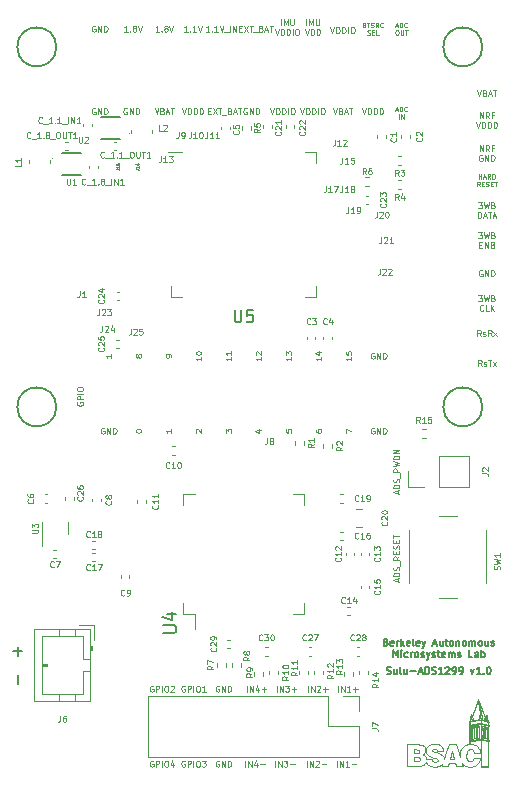
<source format=gbr>
%TF.GenerationSoftware,KiCad,Pcbnew,(6.0.7)*%
%TF.CreationDate,2022-09-29T10:24:13-07:00*%
%TF.ProjectId,sulu_ads1299,73756c75-5f61-4647-9331-3239392e6b69,rev?*%
%TF.SameCoordinates,Original*%
%TF.FileFunction,Legend,Top*%
%TF.FilePolarity,Positive*%
%FSLAX46Y46*%
G04 Gerber Fmt 4.6, Leading zero omitted, Abs format (unit mm)*
G04 Created by KiCad (PCBNEW (6.0.7)) date 2022-09-29 10:24:13*
%MOMM*%
%LPD*%
G01*
G04 APERTURE LIST*
%ADD10C,0.100000*%
%ADD11C,0.150000*%
%ADD12C,0.127000*%
%ADD13C,0.080000*%
%ADD14C,0.200000*%
%ADD15C,0.101600*%
%ADD16C,0.203200*%
%ADD17C,0.050800*%
%ADD18C,0.120000*%
G04 APERTURE END LIST*
D10*
X115625957Y-110712885D02*
X115625362Y-110848212D01*
X114802194Y-113676149D02*
X114630082Y-113165084D01*
X115605300Y-112385288D02*
X115612137Y-112386653D01*
X111941240Y-113813801D02*
X111915583Y-113734088D01*
X112069150Y-114305437D02*
X112123931Y-114357130D01*
X112548899Y-113043671D02*
X112596472Y-113032128D01*
X111351506Y-113751685D02*
X111395302Y-113783729D01*
X112687355Y-112605952D02*
X112559250Y-112610238D01*
X115611934Y-111080395D02*
X115615194Y-111608690D01*
X117143089Y-111209391D02*
X117142224Y-111680352D01*
X116096917Y-114456180D02*
X116175662Y-114412523D01*
X115991505Y-113783409D02*
X115984464Y-113821624D01*
X115685954Y-114088762D02*
X115630233Y-114084048D01*
X115640265Y-112493922D02*
X115640865Y-112382837D01*
X117192689Y-112329564D02*
X117194079Y-112795166D01*
X116564551Y-113327144D02*
X116544728Y-113319328D01*
X117264728Y-111048073D02*
X117240081Y-111037823D01*
X116246393Y-111675203D02*
X116248148Y-112053897D01*
X113413525Y-113658519D02*
X113380962Y-113609152D01*
X111268834Y-114056280D02*
X111268834Y-114056277D01*
X116044119Y-112133761D02*
X116044118Y-112133761D01*
X116290276Y-111172589D02*
X116270041Y-111188110D01*
X116593551Y-114495045D02*
X116594341Y-113369125D01*
X114989869Y-114215512D02*
X115074068Y-114309139D01*
X116408086Y-108980080D02*
X116908951Y-110373560D01*
X115647009Y-112342532D02*
X115647974Y-111923475D01*
X116986318Y-111717622D02*
X116988338Y-112112365D01*
X116649808Y-111656831D02*
X116653363Y-112063304D01*
X116841721Y-110947852D02*
X116608350Y-110895546D01*
X115570723Y-111021811D02*
X115618429Y-111015732D01*
X116606044Y-110883312D02*
X116899342Y-110943997D01*
X115556812Y-111002039D02*
X115557080Y-111013257D01*
X115504934Y-113118777D02*
X115554610Y-113083696D01*
X116929306Y-111274234D02*
X116902682Y-111241577D01*
X116461139Y-114068137D02*
X116502932Y-113944698D01*
X115612944Y-112242520D02*
X115606635Y-112348242D01*
X115756110Y-112366077D02*
X116559945Y-112248661D01*
X116664874Y-111109729D02*
X116905969Y-111161317D01*
X116190067Y-112119722D02*
X116199863Y-112114006D01*
X112252698Y-113672159D02*
X112389176Y-113727653D01*
X116051813Y-112139418D02*
X116190067Y-112119722D01*
X112813716Y-112610261D02*
X112687355Y-112605952D01*
X113852135Y-114367113D02*
X113884230Y-114246097D01*
X116391026Y-112943933D02*
X116324673Y-112857460D01*
X115858679Y-112311064D02*
X115653158Y-112341302D01*
X116355645Y-108867645D02*
X116371912Y-108946295D01*
X115274151Y-114446640D02*
X115385526Y-114490604D01*
X112445070Y-113923424D02*
X112199993Y-113923424D01*
X111425330Y-113936484D02*
X111407500Y-113982016D01*
X116824436Y-111287758D02*
X116824435Y-111687877D01*
X116701211Y-112077198D02*
X116752346Y-112086183D01*
X115778619Y-110115268D02*
X115764440Y-110115018D01*
X113341152Y-113563509D02*
X113294094Y-113521591D01*
X117220735Y-112337999D02*
X117237708Y-112339284D01*
X116013730Y-110924684D02*
X116013733Y-110924687D01*
X111050140Y-113720608D02*
X111253557Y-113726734D01*
X115585135Y-111059003D02*
X115589410Y-111071573D01*
X117265873Y-110737040D02*
X117269331Y-110725127D01*
X113384386Y-113016056D02*
X113321636Y-112890838D01*
X116922384Y-112248830D02*
X116631720Y-112205000D01*
X116653363Y-112063304D02*
X116701215Y-112077197D01*
X112515552Y-113206368D02*
X112493153Y-113175024D01*
X112886866Y-113168002D02*
X112890940Y-113185865D01*
X116761236Y-112084524D02*
X116765445Y-112046641D01*
X112911270Y-114044054D02*
X112888365Y-114065982D01*
X116547490Y-110013550D02*
X116459215Y-110287145D01*
X111375878Y-114016850D02*
X111329857Y-114041450D01*
X116413009Y-111225525D02*
X116407986Y-111214653D01*
X114478333Y-114362512D02*
X114511435Y-114482943D01*
X116566284Y-110882961D02*
X116566284Y-110893766D01*
X112032911Y-112877761D02*
X111987952Y-112960437D01*
X117171667Y-111193829D02*
X117165669Y-111185251D01*
X116824435Y-111687877D02*
X116828465Y-112091602D01*
X111329857Y-114041450D02*
X111268834Y-114056280D01*
X115952470Y-110599168D02*
X115901558Y-110450240D01*
X117196534Y-113877906D02*
X117197598Y-114495045D01*
X116907445Y-110406154D02*
X116928189Y-110406154D01*
X116199863Y-112114006D02*
X116204412Y-111683624D01*
X115133398Y-112784315D02*
X115052383Y-112860785D01*
X111268834Y-114056277D02*
X111091628Y-114061083D01*
X117218592Y-110740365D02*
X117235323Y-110743970D01*
X116582037Y-110029280D02*
X116494790Y-109504950D01*
X111691219Y-113522086D02*
X111669086Y-113514519D01*
X115672185Y-110665803D02*
X115665577Y-110666147D01*
X115624767Y-110983540D02*
X115597108Y-110987560D01*
X115639665Y-112605007D02*
X115640265Y-112493922D01*
X116655333Y-111244835D02*
X116650408Y-111255489D01*
X111783874Y-112816723D02*
X111721650Y-112765963D01*
X116413009Y-111648987D02*
X116413009Y-111225525D01*
X110940037Y-113079263D02*
X111078907Y-113080488D01*
X115630233Y-114084048D02*
X115582244Y-114071895D01*
X116923524Y-110614669D02*
X117049101Y-110212947D01*
X116656178Y-110587258D02*
X116945443Y-110664127D01*
X115653543Y-111018387D02*
X115655563Y-111010018D01*
X116044118Y-112133761D02*
X116051813Y-112139418D01*
X111358359Y-113165324D02*
X111366602Y-113224028D01*
X116907645Y-110490860D02*
X116907445Y-110406154D01*
X117192513Y-111680433D02*
X117190708Y-112289023D01*
X112627343Y-114105906D02*
X112550108Y-114075609D01*
X111347100Y-113307072D02*
X111317989Y-113342262D01*
X113884291Y-112653435D02*
X113679527Y-113263655D01*
X112091332Y-113563409D02*
X112163331Y-113621431D01*
X116566285Y-111573222D02*
X116566285Y-112205457D01*
X111831603Y-112876558D02*
X111783874Y-112816723D01*
X116400713Y-111106528D02*
X116409695Y-111097451D01*
X111865596Y-112946675D02*
X111831603Y-112876558D01*
X114169823Y-113863498D02*
X113992385Y-113860618D01*
X116529165Y-113342599D02*
X116549013Y-113351172D01*
X113099497Y-112691653D02*
X112969734Y-112640498D01*
X112199993Y-113923424D02*
X111954917Y-113923424D01*
X116246418Y-112783376D02*
X116156438Y-112721880D01*
X117165669Y-111185251D02*
X116669440Y-111085105D01*
X116043566Y-111248782D02*
X116039804Y-111298307D01*
X117090585Y-111047999D02*
X117190350Y-111070922D01*
X112493005Y-113090999D02*
X112514717Y-113063180D01*
X115842451Y-112170921D02*
X115853930Y-112172596D01*
X116533165Y-113786867D02*
X116534480Y-113778223D01*
X111721650Y-112765963D02*
X111662828Y-112732517D01*
X112123931Y-114357130D02*
X112212988Y-114420430D01*
X116487318Y-113153261D02*
X116445300Y-113042599D01*
X116945443Y-110664127D02*
X117185729Y-110728791D01*
X115996970Y-111711249D02*
X115996970Y-111276879D01*
X115858679Y-112311065D02*
X115858679Y-112311064D01*
X113203002Y-114410909D02*
X113305812Y-114331595D01*
X117219230Y-111011108D02*
X117224369Y-111010981D01*
X114829119Y-113294428D02*
X114806679Y-113426729D01*
X114865750Y-113169089D02*
X114829119Y-113294428D01*
X112764632Y-114534423D02*
X112931938Y-114512501D01*
X112596472Y-113032128D02*
X112658359Y-113028208D01*
X117190910Y-110853234D02*
X117188030Y-110975192D01*
X117240081Y-111037823D02*
X117219779Y-111031507D01*
X117021337Y-111282516D02*
X116992073Y-111316543D01*
X113679527Y-113263655D02*
X113474101Y-113874690D01*
X112550940Y-113234468D02*
X112515552Y-113206368D01*
X112491081Y-114025627D02*
X112454760Y-113958609D01*
X113296745Y-114403425D02*
X113268221Y-114488130D01*
X113276675Y-112831226D02*
X113224268Y-112777803D01*
X117145829Y-112154585D02*
X117145816Y-112154584D01*
X116710777Y-111205428D02*
X116688169Y-111209930D01*
X115758085Y-111481174D02*
X115759570Y-111988519D01*
X116316251Y-111165344D02*
X116290276Y-111172589D01*
X116986928Y-111329246D02*
X116986318Y-111717622D01*
X117216771Y-110678083D02*
X117145586Y-110398128D01*
X115393772Y-113857187D02*
X115368761Y-113726363D01*
X113467700Y-113828933D02*
X113456895Y-113768412D01*
X117224485Y-113991999D02*
X117221985Y-112899649D01*
X112420315Y-114506359D02*
X112540767Y-114529893D01*
X116861813Y-111241777D02*
X116844593Y-111253902D01*
X116129949Y-110598508D02*
X116129950Y-110598507D01*
X116117404Y-110959122D02*
X115661034Y-111025616D01*
X112736702Y-113034204D02*
X112800111Y-113056209D01*
X117269331Y-110725127D02*
X117263281Y-110711476D01*
X115817506Y-113080944D02*
X115889856Y-113128691D01*
X117190915Y-110731026D02*
X117190915Y-110853235D01*
X111307726Y-113105062D02*
X111332177Y-113123705D01*
X117234185Y-112293807D02*
X117220932Y-112291237D01*
X112773793Y-113835578D02*
X112864338Y-113875654D01*
X117220932Y-112291237D02*
X117220931Y-111932413D01*
X115611166Y-110714265D02*
X115625957Y-110712885D01*
X117221985Y-112899649D02*
X117220735Y-112337999D01*
X111662828Y-112732517D02*
X111595191Y-112705084D01*
X115992530Y-112149638D02*
X115996970Y-111711249D01*
X117190964Y-110682147D02*
X117188009Y-110687137D01*
X111987952Y-112960437D02*
X111958719Y-113052505D01*
X111915583Y-113734088D02*
X111876517Y-113662758D01*
X112864338Y-113875654D02*
X112895620Y-113899038D01*
X117268481Y-112326925D02*
X117267711Y-112310445D01*
X111428517Y-113882176D02*
X111425330Y-113936484D01*
X112918029Y-113926442D02*
X112930749Y-113956529D01*
X116117404Y-110959122D02*
X116117404Y-110959122D01*
X115499206Y-114027839D02*
X115465513Y-113995890D01*
X116484885Y-110546516D02*
X116401643Y-110558257D01*
X112872284Y-113128243D02*
X112886866Y-113168002D01*
X116879735Y-110491415D02*
X116879735Y-110491413D01*
X117128681Y-111012147D02*
X116841721Y-110947852D01*
X111332177Y-113123705D02*
X111358359Y-113165324D01*
X111364262Y-113262484D02*
X111347100Y-113307072D01*
X116400329Y-111076208D02*
X116079956Y-111116946D01*
X112454760Y-113958609D02*
X112446377Y-113929763D01*
X115625362Y-110848212D02*
X115624767Y-110983540D01*
X116988338Y-112112365D02*
X116995915Y-112119546D01*
X116172577Y-111212480D02*
X116133871Y-111196461D01*
X115606635Y-112348242D02*
X115597817Y-112353162D01*
X110940081Y-113891357D02*
X110940081Y-113720596D01*
X111958719Y-113052505D02*
X111945166Y-113154071D01*
X115597108Y-110987560D02*
X115564217Y-110993870D01*
X111979202Y-114183500D02*
X112020354Y-114246811D01*
X115962472Y-110622793D02*
X115952470Y-110599168D01*
X110375355Y-112653258D02*
X110375355Y-113570693D01*
X116504437Y-110230285D02*
X116554831Y-110081619D01*
X116373798Y-108800387D02*
X116361128Y-108799563D01*
X116566285Y-110940987D02*
X116566285Y-111573222D01*
X115661034Y-111025616D02*
X115654554Y-111025469D01*
X117166423Y-112153549D02*
X117171767Y-111674636D01*
X115611537Y-112496420D02*
X115610937Y-112606186D01*
X116765652Y-111262404D02*
X116760328Y-111246701D01*
X115614416Y-113061007D02*
X115668297Y-113055113D01*
X117225735Y-114522704D02*
X117224485Y-113991999D01*
X116568592Y-110840843D02*
X116466600Y-110856231D01*
X115654457Y-110708078D02*
X116559577Y-110575444D01*
X116765445Y-112046641D02*
X116766267Y-111668990D01*
X116248028Y-111242577D02*
X116246393Y-111675203D01*
X115921799Y-114515972D02*
X116012314Y-114490657D01*
X115992510Y-113778223D02*
X115991505Y-113783409D01*
X117050291Y-110221934D02*
X117057305Y-110431468D01*
X117094954Y-112100214D02*
X117096395Y-111738429D01*
X111218497Y-113083337D02*
X111275267Y-113092618D01*
X116427105Y-110470095D02*
X116504437Y-110230285D01*
X111275267Y-113092618D02*
X111307726Y-113105062D01*
X117136154Y-110470043D02*
X117190965Y-110682146D01*
X115764345Y-112190968D02*
X115764350Y-112190966D01*
X116502932Y-113944698D02*
X116529345Y-113815102D01*
X111612041Y-114434184D02*
X111687996Y-114402862D01*
X112022303Y-113480587D02*
X112091332Y-113563409D01*
X111395302Y-113783729D02*
X111420944Y-113829716D01*
X115948204Y-113935265D02*
X115920511Y-113981671D01*
X111226014Y-113382626D02*
X111226014Y-113382624D01*
X116392672Y-111192670D02*
X116370773Y-111176315D01*
X115699415Y-110392592D02*
X115634458Y-110670368D01*
X116905969Y-111161317D02*
X117143089Y-111209391D01*
X112888365Y-114065982D02*
X112856569Y-114084911D01*
X112597281Y-113786266D02*
X112773793Y-113835578D01*
X111876517Y-113662758D02*
X111825205Y-113602801D01*
X117194079Y-112795166D02*
X117196534Y-113877906D01*
X117090360Y-112135711D02*
X117094954Y-112100214D01*
X116992073Y-111316543D02*
X116986928Y-111329246D01*
X115890577Y-111220578D02*
X115863622Y-111233412D01*
X116603503Y-110939780D02*
X117090585Y-111047999D01*
X117037531Y-112129160D02*
X117080724Y-112136860D01*
X116484885Y-110546516D02*
X116484885Y-110546516D01*
X116731252Y-111208880D02*
X116710777Y-111205428D01*
X117197598Y-114495045D02*
X116895574Y-114495045D01*
X111226014Y-113382624D02*
X111072162Y-113386349D01*
X115614237Y-110673968D02*
X115589653Y-110681928D01*
X116766267Y-111668990D02*
X116765652Y-111262404D01*
X117037528Y-112129161D02*
X117037531Y-112129160D01*
X116659497Y-111101796D02*
X116664874Y-111109729D01*
X117096395Y-111738429D02*
X117094025Y-111335008D01*
X115365237Y-113505093D02*
X115380918Y-113376419D01*
X111518121Y-112683457D02*
X111431001Y-112667425D01*
X116096631Y-109537793D02*
X115842651Y-110274783D01*
X116459215Y-110287145D02*
X116369486Y-110562195D01*
X111954917Y-113923424D02*
X111953423Y-113897264D01*
X115990127Y-113332227D02*
X115993737Y-113353547D01*
X114800274Y-113623784D02*
X114802194Y-113676149D01*
X117217471Y-110692936D02*
X117216771Y-110678083D01*
X115669074Y-112605007D02*
X115639665Y-112605007D01*
X113884230Y-114246097D02*
X114165382Y-114246682D01*
X116270041Y-111188110D02*
X116255855Y-111211556D01*
X117220931Y-111932413D02*
X117219396Y-111326023D01*
X116978753Y-110350021D02*
X116908780Y-110573260D01*
X116012314Y-114490657D02*
X116096917Y-114456180D01*
X117068144Y-111284783D02*
X117043556Y-111278636D01*
X116894985Y-110378475D02*
X116879735Y-110378475D01*
X115615194Y-111608690D02*
X115612944Y-112242520D01*
X116066340Y-111213556D02*
X116051242Y-111232058D01*
X116324673Y-112857460D02*
X116246418Y-112783376D01*
X116529345Y-113815102D02*
X116533165Y-113786867D01*
X117094025Y-111335008D02*
X117084209Y-111304717D01*
X115774409Y-110192285D02*
X115791728Y-110307023D01*
X116407986Y-111214653D02*
X116392672Y-111192670D01*
X117257870Y-112300354D02*
X117234185Y-112293807D01*
X115791078Y-111190511D02*
X115800103Y-111189096D01*
X117093612Y-110657196D02*
X117080593Y-110269686D01*
X115538062Y-114053086D02*
X115499206Y-114027839D01*
X117057305Y-110431468D02*
X117057305Y-110431468D01*
X116258499Y-112100253D02*
X116258502Y-112100254D01*
X115807856Y-112613658D02*
X115669074Y-112605007D01*
X111762991Y-113555487D02*
X111691219Y-113522086D01*
X117237708Y-112339284D02*
X117258815Y-112337989D01*
X114915415Y-113053936D02*
X114865750Y-113169089D01*
X114348264Y-113863498D02*
X114169823Y-113863498D01*
X116013733Y-110924687D02*
X115658202Y-110977752D01*
X111799009Y-113390381D02*
X111854413Y-113295178D01*
X115764350Y-112190966D02*
X115774893Y-112196884D01*
X115791728Y-110307023D02*
X115823720Y-110642367D01*
X113326952Y-114314110D02*
X113296745Y-114403425D01*
X117267711Y-112310445D02*
X117257870Y-112300354D01*
X113992385Y-113860618D02*
X114079587Y-113532238D01*
X112666426Y-113284570D02*
X112600753Y-113260232D01*
X116899342Y-110943997D02*
X117189760Y-111004619D01*
X116896036Y-114522704D02*
X117225735Y-114522704D01*
X116598246Y-112242010D02*
X116897024Y-112285190D01*
X116566338Y-114522704D02*
X116896036Y-114522704D01*
X116559945Y-112248661D02*
X116566284Y-112247381D01*
X115612137Y-112386653D02*
X115611537Y-112496420D01*
X112182334Y-112732276D02*
X112093642Y-112804369D01*
X115618429Y-111015732D02*
X115624889Y-111015714D01*
X116566338Y-113941224D02*
X116566338Y-114522704D01*
X116248148Y-112053897D02*
X116251572Y-112094832D01*
X116566284Y-112786776D02*
X116566281Y-112786764D01*
X114079587Y-113532238D02*
X114167540Y-113210705D01*
X113078219Y-114471270D02*
X113203002Y-114410909D01*
X115665577Y-110666147D02*
X115665702Y-110660572D01*
X116828465Y-112091602D02*
X116877444Y-112104405D01*
X115980808Y-113289900D02*
X115990127Y-113332227D01*
X115604738Y-111034171D02*
X115589680Y-111042945D01*
X116528154Y-113350666D02*
X116529165Y-113342599D01*
X115792603Y-111687031D02*
X115791078Y-111190511D01*
X110375355Y-114488128D02*
X110832341Y-114488128D01*
X113178246Y-113448941D02*
X113040247Y-113391611D01*
X112311419Y-114470022D02*
X112420315Y-114506359D01*
X116566338Y-113359744D02*
X116566338Y-113941224D01*
X116156438Y-112721880D02*
X116054913Y-112673168D01*
X117145816Y-112154584D02*
X117166423Y-112153549D01*
X113408071Y-113095470D02*
X113384386Y-113016056D01*
X117219779Y-111031507D02*
X117219064Y-111020488D01*
X112841892Y-113086661D02*
X112872284Y-113128243D01*
X116370773Y-111176315D02*
X116344546Y-111166802D01*
X115944727Y-113198747D02*
X115980808Y-113289900D01*
X111756741Y-114363424D02*
X111815586Y-114314157D01*
X115845296Y-114053164D02*
X115799551Y-114074825D01*
X115637784Y-114536476D02*
X115637808Y-114536478D01*
X117057305Y-110431468D02*
X117063646Y-110642462D01*
X116524805Y-113309835D02*
X116516903Y-113275722D01*
X111326166Y-114485798D02*
X111432110Y-114475426D01*
X116664551Y-109610524D02*
X116378477Y-108810999D01*
X115833136Y-111291215D02*
X115831066Y-111730299D01*
X112800111Y-113056209D02*
X112841892Y-113086661D01*
X117239363Y-110700395D02*
X117217471Y-110692936D01*
X111420944Y-113829716D02*
X111428517Y-113882176D01*
X116669440Y-111085105D02*
X116659497Y-111101796D01*
X112020354Y-114246811D02*
X112069150Y-114305437D01*
X117216687Y-110858941D02*
X117218592Y-110740365D01*
D11*
X80645000Y-84074000D02*
G75*
G03*
X80645000Y-84074000I-1651000J0D01*
G01*
D10*
X117171767Y-111674636D02*
X117171667Y-111193829D01*
X111945166Y-113154071D02*
X111949161Y-113275751D01*
X111297949Y-112656234D02*
X110848436Y-112654068D01*
X116564012Y-110365626D02*
X116565672Y-110534243D01*
X111669086Y-113514519D02*
X111692372Y-113497232D01*
X116566284Y-112247381D02*
X116566284Y-112786776D01*
X117142224Y-111680352D02*
X117145829Y-112154585D01*
X115823720Y-110642367D02*
X115751290Y-110653954D01*
X112647586Y-114535923D02*
X112764632Y-114534423D01*
X117219064Y-111020488D02*
X117219230Y-111011108D01*
X111883240Y-114229790D02*
X111927664Y-114129716D01*
X113425171Y-113185865D02*
X113423631Y-113173765D01*
X117270510Y-111065932D02*
X117264728Y-111048073D01*
X113438836Y-113711606D02*
X113413525Y-113658519D01*
X111947350Y-114117750D02*
X111979202Y-114183500D01*
X117190915Y-110853235D02*
X117190910Y-110853234D01*
X116606118Y-112201150D02*
X116604408Y-111570855D01*
X117190965Y-110682146D02*
X117190964Y-110682147D01*
X116204412Y-111683624D02*
X116204411Y-111257794D01*
X111854413Y-113295178D02*
X111886535Y-113191619D01*
X117140182Y-110674864D02*
X117093612Y-110657196D01*
X116258502Y-112100254D02*
X116268954Y-112101079D01*
X113423631Y-113173765D02*
X113408071Y-113095470D01*
X116262241Y-113358733D02*
X116529670Y-113358733D01*
X116875700Y-110604082D02*
X116734150Y-110565590D01*
X111072162Y-113386349D02*
X110940037Y-113386349D01*
X111366602Y-113224028D02*
X111364262Y-113262484D01*
X116594341Y-113369125D02*
X116598246Y-112242010D01*
X116608350Y-110895546D02*
X116603163Y-110888761D01*
X113165011Y-112731101D02*
X113099497Y-112691653D01*
X115969575Y-113881806D02*
X115948204Y-113935265D01*
X116993247Y-110635613D02*
X116923524Y-110614669D01*
X115792975Y-112127837D02*
X115792603Y-111687031D01*
X111886610Y-113028277D02*
X111865596Y-112946675D01*
X116928189Y-110406154D02*
X116948933Y-110404149D01*
X114512740Y-114488129D02*
X114792742Y-114488129D01*
X116502324Y-112215219D02*
X115858679Y-112311065D01*
X116054913Y-112673168D02*
X115942018Y-112637437D01*
X116039804Y-111298307D02*
X116038461Y-111698619D01*
X115984464Y-113821624D02*
X115969575Y-113881806D01*
X115833981Y-112162422D02*
X115842452Y-112170920D01*
X116902682Y-111241577D02*
X116861813Y-111241777D01*
X116879735Y-110491413D02*
X116875700Y-110604082D01*
X113820041Y-114488130D02*
X113852135Y-114367113D01*
X116562249Y-110873103D02*
X116566284Y-110882961D01*
X117289024Y-111011169D02*
X117287088Y-111000061D01*
X116204411Y-111257794D02*
X116197683Y-111243574D01*
X117263281Y-110711476D02*
X117239363Y-110700395D01*
X115074068Y-114309139D02*
X115172344Y-114388573D01*
D11*
X116713000Y-53594000D02*
G75*
G03*
X116713000Y-53594000I-1651000J0D01*
G01*
D10*
X115582244Y-114071895D02*
X115538062Y-114053086D01*
X115886658Y-114020695D02*
X115845296Y-114053164D01*
X116369486Y-110562195D02*
X116331736Y-110568936D01*
X115747183Y-114086437D02*
X115685954Y-114088762D01*
X115665702Y-110660572D02*
X115774409Y-110192285D01*
X114979254Y-114202844D02*
X114989869Y-114215512D01*
X116935177Y-112105975D02*
X116934547Y-111695702D01*
X116133871Y-111196461D02*
X116085854Y-111201151D01*
X111927664Y-114129716D02*
X111937233Y-114098678D01*
X116897024Y-112285190D02*
X117192689Y-112329564D01*
X115790817Y-112184398D02*
X115792975Y-112127837D01*
X117217861Y-111078457D02*
X117225734Y-111080212D01*
X115920511Y-113981671D02*
X115886658Y-114020695D01*
X116559946Y-110942152D02*
X116566285Y-110940987D01*
X116948933Y-110404149D02*
X116664551Y-109610524D01*
X116341097Y-114266304D02*
X116407530Y-114172628D01*
X116085854Y-111201151D02*
X116066340Y-111213556D01*
X116255855Y-111211556D02*
X116248028Y-111242577D01*
X116339217Y-112090919D02*
X116408364Y-112077094D01*
X115923963Y-111219542D02*
X115890577Y-111220578D01*
X115710304Y-111001989D02*
X116160620Y-110934005D01*
X113224268Y-112777803D02*
X113165011Y-112731101D01*
X116236684Y-110989378D02*
X116559946Y-110942152D01*
X116361128Y-108799563D02*
X116349282Y-108800793D01*
X116371912Y-108946295D02*
X116459000Y-109474000D01*
X111317989Y-113342262D02*
X111277452Y-113367599D01*
X112969734Y-112640498D02*
X112813716Y-112610261D01*
X115380918Y-113376419D02*
X115409273Y-113269572D01*
X116602083Y-110817557D02*
X116601303Y-110681360D01*
X115751290Y-110653954D02*
X115751290Y-110653954D01*
X116529670Y-113358733D02*
X116528154Y-113350666D01*
X116534480Y-113778223D02*
X116263495Y-113778223D01*
X117189760Y-111004619D02*
X117190495Y-111013384D01*
X115759570Y-111988519D02*
X115764345Y-112190968D01*
D11*
X80645000Y-53594000D02*
G75*
G03*
X80645000Y-53594000I-1651000J0D01*
G01*
D10*
X115052383Y-112860785D02*
X114976957Y-112952194D01*
X115436818Y-113956975D02*
X115393772Y-113857187D01*
X113380962Y-113609152D02*
X113341152Y-113563509D01*
X117145586Y-110398128D02*
X117074549Y-110132356D01*
X112930749Y-113956529D02*
X112932962Y-113987962D01*
X115601718Y-112606746D02*
X115473538Y-112624005D01*
X116701215Y-112077197D02*
X116701211Y-112077198D01*
X116549013Y-113351172D02*
X116566338Y-113359744D01*
X116544728Y-113319328D02*
X116524805Y-113309835D01*
X112890940Y-113185865D02*
X113158055Y-113185865D01*
X116409695Y-111097451D02*
X116409180Y-111084575D01*
X112658359Y-113028208D02*
X112736702Y-113034204D01*
X116251572Y-112094832D02*
X116258499Y-112100253D01*
X115923959Y-112162574D02*
X115992530Y-112149638D01*
X115668297Y-113055113D02*
X115728989Y-113056722D01*
X117219396Y-111326023D02*
X117217861Y-111078457D01*
X110940037Y-113232806D02*
X110940037Y-113079263D01*
X115858662Y-110320705D02*
X116355645Y-108867645D01*
X114458487Y-112653504D02*
X114171389Y-112653469D01*
X113158055Y-113185865D02*
X113425171Y-113185865D01*
X116895574Y-114495045D02*
X116593551Y-114495045D01*
X112931938Y-114512501D02*
X113078219Y-114471270D01*
X117258410Y-111081762D02*
X117270510Y-111065932D01*
X110375355Y-113570693D02*
X110375355Y-114488128D01*
X115963255Y-111233842D02*
X115923963Y-111219542D01*
X116160620Y-110934005D02*
X116562249Y-110873103D01*
X111825205Y-113602801D02*
X111762991Y-113555487D01*
X112514717Y-113063180D02*
X112548899Y-113043671D01*
X116923863Y-112113810D02*
X116930257Y-112110010D01*
X117074549Y-110132356D02*
X117048493Y-110128406D01*
X111949161Y-113275751D02*
X111974893Y-113384646D01*
X115597817Y-112353162D02*
X115592865Y-112371625D01*
X116844593Y-111253902D02*
X116831069Y-111273928D01*
X116331736Y-110568936D02*
X116129949Y-110598508D01*
X117255915Y-110744805D02*
X117265873Y-110737040D01*
X112493153Y-113175024D02*
X112485491Y-113132871D01*
X112600753Y-113260232D02*
X112550940Y-113234468D01*
X115450534Y-113183906D02*
X115504934Y-113118777D01*
X115799551Y-114074825D02*
X115747183Y-114086437D01*
X111432110Y-114475426D02*
X111527074Y-114458296D01*
X116566285Y-112205457D02*
X116502324Y-112215219D01*
X112559250Y-112610238D02*
X112414333Y-112635545D01*
X116567067Y-110640355D02*
X116568592Y-110773682D01*
X114446535Y-114247267D02*
X114478333Y-114362512D01*
X111253557Y-113726734D02*
X111309683Y-113736235D01*
X110940081Y-114062118D02*
X110940081Y-113891357D01*
X115637808Y-114536478D02*
X115825317Y-114532144D01*
X116894361Y-110910079D02*
X116603573Y-110845216D01*
X116197683Y-111243574D02*
X116172577Y-111212480D01*
X115409273Y-113269572D02*
X115450534Y-113183906D01*
X114165382Y-114246682D02*
X114446535Y-114247267D01*
X115647974Y-111923475D02*
X115651879Y-111075450D01*
X116566284Y-110893766D02*
X116117404Y-110959122D01*
X115791853Y-110122297D02*
X115789964Y-110116922D01*
X115760970Y-111164900D02*
X115758085Y-111481174D01*
X115592865Y-112371625D02*
X115605300Y-112385288D01*
X115590403Y-110709675D02*
X115611166Y-110714265D01*
X115589680Y-111042945D02*
X115585135Y-111059003D01*
X111527074Y-114458296D02*
X111612041Y-114434184D01*
X117190495Y-111013384D02*
X117190497Y-111013384D01*
X115994812Y-113358733D02*
X116262241Y-113358733D01*
X116565542Y-110574189D02*
X116567067Y-110640355D01*
X116650408Y-111255489D02*
X116649808Y-111656831D01*
X117225734Y-111080212D02*
X117258410Y-111081762D01*
X116079956Y-111116946D02*
X115760970Y-111164900D01*
X115634458Y-110670368D02*
X115614237Y-110673968D01*
X112550108Y-114075609D02*
X112491081Y-114025627D01*
X111091628Y-114061083D02*
X110940081Y-114062118D01*
X116466600Y-110856231D02*
X116013730Y-110924684D01*
X116378477Y-108810999D02*
X116373798Y-108800387D01*
X116995915Y-112119546D02*
X117037528Y-112129161D01*
X115640865Y-112382837D02*
X115756110Y-112366077D01*
X115584327Y-110695647D02*
X115590403Y-110709675D01*
X116409180Y-111084575D02*
X116400329Y-111076208D01*
X115653158Y-112341302D02*
X115647009Y-112342532D01*
X117048493Y-110128406D02*
X116978753Y-110350021D01*
X115238547Y-112713104D02*
X115133398Y-112784315D01*
X115506669Y-114520528D02*
X115637784Y-114536476D01*
X115352204Y-112659562D02*
X115238547Y-112713104D01*
X116752346Y-112086183D02*
X116761236Y-112084524D01*
X111078907Y-113080488D02*
X111218497Y-113083337D01*
X116760328Y-111246701D02*
X116748161Y-111223805D01*
X116459000Y-109474000D02*
X116547490Y-110013550D01*
X110848436Y-112654068D02*
X110375355Y-112653258D01*
X111309683Y-113736235D02*
X111351506Y-113751685D01*
X115889856Y-113128691D02*
X115944727Y-113198747D01*
X115172344Y-114388573D02*
X115274151Y-114446640D01*
X116669774Y-111223882D02*
X116655333Y-111244835D01*
X114258779Y-113539084D02*
X114348264Y-113863498D01*
X117219052Y-110978967D02*
X117216687Y-110858941D01*
X110940037Y-113386349D02*
X110940037Y-113232806D01*
X116559577Y-110575444D02*
X116565542Y-110574189D01*
X117258815Y-112337989D02*
X117268481Y-112326925D01*
X116568592Y-110773682D02*
X116568592Y-110840843D01*
X116038461Y-111698619D02*
X116038461Y-112128103D01*
X114976957Y-112952194D02*
X114915415Y-113053936D01*
X112163331Y-113621431D02*
X112252698Y-113672159D01*
X113040247Y-113391611D02*
X112832379Y-113331058D01*
X116879735Y-110378475D02*
X116879735Y-110491415D01*
X115996970Y-111276879D02*
X115989712Y-111263260D01*
X115800103Y-111189096D02*
X116101849Y-111148308D01*
X115625920Y-111022435D02*
X115623560Y-111030180D01*
X116263086Y-114345272D02*
X116341097Y-114266304D01*
X117185729Y-110728791D02*
X117190915Y-110731026D01*
X117282418Y-111019492D02*
X117289024Y-111011169D01*
X116349282Y-108800793D02*
X116096631Y-109537793D01*
X116908780Y-110573260D02*
X116907645Y-110490860D01*
X111974893Y-113384646D02*
X112022303Y-113480587D01*
X111407500Y-113982016D02*
X111375878Y-114016850D01*
X112540767Y-114529893D02*
X112647586Y-114535923D01*
X113321636Y-112890838D02*
X113276675Y-112831226D01*
X116565672Y-110534243D02*
X116484885Y-110546516D01*
X112389176Y-113727653D02*
X112597281Y-113786266D01*
X115589653Y-110681928D02*
X115584327Y-110695647D01*
X116688169Y-111209930D02*
X116669774Y-111223882D01*
X114792742Y-114488129D02*
X115072743Y-114486119D01*
X112932962Y-113987962D02*
X112925922Y-114018318D01*
X112212988Y-114420430D02*
X112311419Y-114470022D01*
X117192520Y-111680437D02*
X117192513Y-111680433D01*
X115863622Y-111233412D02*
X115844130Y-111257230D01*
X111953423Y-113897264D02*
X111941240Y-113813801D01*
X116631720Y-112205000D02*
X116606118Y-112201150D01*
X115557080Y-111013257D02*
X115570723Y-111021811D01*
X116877444Y-112104405D02*
X116877444Y-112104381D01*
X116603573Y-110845216D02*
X116602083Y-110817557D01*
X116038461Y-112128103D02*
X116044119Y-112133761D01*
X115942018Y-112637437D02*
X115807856Y-112613658D01*
X115025676Y-114343801D02*
X114979254Y-114202844D01*
X115764440Y-110115018D02*
X115699415Y-110392592D01*
X111687996Y-114402862D02*
X111756741Y-114363424D01*
X114630082Y-113165084D02*
X114458487Y-112653504D01*
X116445300Y-113042599D02*
X116391026Y-112943933D01*
X111937233Y-114098678D02*
X111947350Y-114117750D01*
X112832379Y-113331058D02*
X112666426Y-113284570D01*
X114167540Y-113210705D02*
X114258779Y-113539084D01*
X115655563Y-111010018D02*
X115710304Y-111001989D01*
X115385526Y-114490604D02*
X115506669Y-114520528D01*
X117043556Y-111278636D02*
X117021337Y-111282516D01*
X117252048Y-110987573D02*
X117219052Y-110978967D01*
X113474101Y-113874690D02*
X113467700Y-113828933D01*
X116401643Y-110558257D02*
X116427105Y-110470095D01*
X117287088Y-111000061D02*
X117252048Y-110987573D01*
X117189342Y-111023780D02*
X117128681Y-111012147D01*
D11*
X116713000Y-84074000D02*
G75*
G03*
X116713000Y-84074000I-1651000J0D01*
G01*
D10*
X112796400Y-114105082D02*
X112718288Y-114113867D01*
X112925922Y-114018318D02*
X112911270Y-114044054D01*
X111595191Y-112705084D02*
X111518121Y-112683457D01*
X110832341Y-114488128D02*
X111326166Y-114485798D01*
X110940081Y-113720596D02*
X111050140Y-113720608D01*
X115989712Y-111263260D02*
X115963255Y-111233842D01*
X113305812Y-114331595D02*
X113326952Y-114314110D01*
X117190708Y-112289023D02*
X116922384Y-112248830D01*
X115589410Y-111071573D02*
X115611934Y-111080395D01*
X116877444Y-112104381D02*
X116923863Y-112113810D01*
X116657330Y-110296649D02*
X116582037Y-110029280D01*
X113544131Y-114488130D02*
X113820041Y-114488130D01*
X117190350Y-111070922D02*
X117192520Y-111680437D01*
X116263495Y-113778223D02*
X115992510Y-113778223D01*
X111891124Y-113111061D02*
X111886610Y-113028277D01*
X113456895Y-113768412D02*
X113438836Y-113711606D01*
X115831066Y-111730299D02*
X115833981Y-112162422D01*
X117190497Y-111013384D02*
X117189342Y-111023780D01*
X112414333Y-112635545D02*
X112288963Y-112676113D01*
X116051242Y-111232058D02*
X116043566Y-111248782D01*
X116602012Y-110572821D02*
X116656178Y-110587258D01*
X115368761Y-113726363D02*
X115365237Y-113505093D01*
X116554831Y-110081619D02*
X116564012Y-110365626D01*
X115610937Y-112606186D02*
X115601718Y-112606746D01*
X115901558Y-110450240D02*
X115858662Y-110320705D01*
X115993737Y-113353547D02*
X115994812Y-113358733D01*
X116175662Y-114412523D02*
X116263086Y-114345272D01*
X112895620Y-113899038D02*
X112918029Y-113926442D01*
X113294094Y-113521591D02*
X113178246Y-113448941D01*
X116734150Y-110565590D02*
X116657330Y-110296649D01*
X111815586Y-114314157D02*
X111883240Y-114229790D01*
X117084209Y-111304717D02*
X117068144Y-111284783D01*
X116408364Y-112077094D02*
X116413009Y-111648987D01*
X116603163Y-110888761D02*
X116606044Y-110883312D01*
X112446377Y-113929763D02*
X112445070Y-113923424D01*
X115728989Y-113056722D02*
X115817506Y-113080944D01*
X115658202Y-110977752D02*
X115653547Y-110842915D01*
X115072743Y-114486119D02*
X115025676Y-114343801D01*
X117188009Y-110687137D02*
X117140182Y-110674864D01*
X112093642Y-112804369D02*
X112032911Y-112877761D01*
X116831069Y-111273928D02*
X116824436Y-111287758D01*
X111748429Y-113447005D02*
X111799009Y-113390381D01*
X112288963Y-112676113D02*
X112182334Y-112732276D01*
X112485491Y-113132871D02*
X112493005Y-113090999D01*
X116494790Y-109504950D02*
X116408086Y-108980080D01*
X114511435Y-114482943D02*
X114512740Y-114488129D01*
X114806679Y-113426729D02*
X114800274Y-113623784D01*
X115623560Y-111030180D02*
X115604738Y-111034171D01*
X116101849Y-111148308D02*
X116400713Y-111106528D01*
X117080724Y-112136860D02*
X117090360Y-112135711D01*
X115653547Y-110842915D02*
X115654457Y-110708078D01*
X115651879Y-111075450D02*
X116236684Y-110989378D01*
X115774893Y-112196884D02*
X115786310Y-112195276D01*
X115844130Y-111257230D02*
X115833136Y-111291215D01*
X117049101Y-110212947D02*
X117050291Y-110221934D01*
X112718288Y-114113867D02*
X112627343Y-114105906D01*
X115825317Y-114532144D02*
X115921799Y-114515972D01*
X115473538Y-112624005D02*
X115352204Y-112659562D01*
X116934547Y-111695702D02*
X116929306Y-111274234D01*
X117063646Y-110642462D02*
X117062971Y-110654103D01*
X116407530Y-114172628D02*
X116461139Y-114068137D01*
X112856569Y-114084911D02*
X112796400Y-114105082D01*
X111692372Y-113497232D02*
X111748429Y-113447005D01*
X115624889Y-111015714D02*
X115625920Y-111022435D01*
X113268221Y-114488130D02*
X113544131Y-114488130D01*
X115751290Y-110653954D02*
X115672185Y-110665803D01*
X116604408Y-111570855D02*
X116603503Y-110939780D01*
X111431001Y-112667425D02*
X111297949Y-112656234D01*
X115786310Y-112195276D02*
X115790817Y-112184398D01*
X116601303Y-110681360D02*
X116602012Y-110572821D01*
X116930257Y-112110010D02*
X116935177Y-112105975D01*
X117188030Y-110975192D02*
X116894361Y-110910079D01*
X114171389Y-112653469D02*
X113884291Y-112653435D01*
X117224369Y-111010981D02*
X117282418Y-111019492D01*
X115654554Y-111025469D02*
X115653543Y-111018387D01*
X116908951Y-110373560D02*
X116894985Y-110378475D01*
X115465513Y-113995890D02*
X115436818Y-113956975D01*
X116516903Y-113275722D02*
X116487318Y-113153261D01*
X116344546Y-111166802D02*
X116316251Y-111165344D01*
X111277452Y-113367599D02*
X111226014Y-113382626D01*
X111886535Y-113191619D02*
X111891124Y-113111061D01*
X116748161Y-111223805D02*
X116731252Y-111208880D01*
X115789964Y-110116922D02*
X115778619Y-110115268D01*
X115842651Y-110274783D02*
X115791853Y-110122297D01*
X116566281Y-112786764D02*
X116564551Y-113327144D01*
X117080593Y-110269686D02*
X117136154Y-110470043D01*
X115564217Y-110993870D02*
X115556812Y-111002039D01*
X116129950Y-110598507D02*
X115962472Y-110622793D01*
X117062971Y-110654103D02*
X116993247Y-110635613D01*
X115554610Y-113083696D02*
X115614416Y-113061007D01*
X115842452Y-112170920D02*
X115842451Y-112170921D01*
X116268954Y-112101079D02*
X116339217Y-112090919D01*
X117235323Y-110743970D02*
X117255915Y-110744805D01*
X115853930Y-112172596D02*
X115923959Y-112162574D01*
X98774380Y-58781190D02*
X98941047Y-59281190D01*
X99107714Y-58781190D01*
X99274380Y-59281190D02*
X99274380Y-58781190D01*
X99393428Y-58781190D01*
X99464857Y-58805000D01*
X99512476Y-58852619D01*
X99536285Y-58900238D01*
X99560095Y-58995476D01*
X99560095Y-59066904D01*
X99536285Y-59162142D01*
X99512476Y-59209761D01*
X99464857Y-59257380D01*
X99393428Y-59281190D01*
X99274380Y-59281190D01*
X99774380Y-59281190D02*
X99774380Y-58781190D01*
X99893428Y-58781190D01*
X99964857Y-58805000D01*
X100012476Y-58852619D01*
X100036285Y-58900238D01*
X100060095Y-58995476D01*
X100060095Y-59066904D01*
X100036285Y-59162142D01*
X100012476Y-59209761D01*
X99964857Y-59257380D01*
X99893428Y-59281190D01*
X99774380Y-59281190D01*
X100274380Y-59281190D02*
X100274380Y-58781190D01*
X100607714Y-58781190D02*
X100702952Y-58781190D01*
X100750571Y-58805000D01*
X100798190Y-58852619D01*
X100822000Y-58947857D01*
X100822000Y-59114523D01*
X100798190Y-59209761D01*
X100750571Y-59257380D01*
X100702952Y-59281190D01*
X100607714Y-59281190D01*
X100560095Y-59257380D01*
X100512476Y-59209761D01*
X100488666Y-59114523D01*
X100488666Y-58947857D01*
X100512476Y-58852619D01*
X100560095Y-58805000D01*
X100607714Y-58781190D01*
X97682857Y-86010761D02*
X98016190Y-86010761D01*
X97492380Y-86129809D02*
X97849523Y-86248857D01*
X97849523Y-85939333D01*
X116391619Y-69300690D02*
X116701142Y-69300690D01*
X116534476Y-69491166D01*
X116605904Y-69491166D01*
X116653523Y-69514976D01*
X116677333Y-69538785D01*
X116701142Y-69586404D01*
X116701142Y-69705452D01*
X116677333Y-69753071D01*
X116653523Y-69776880D01*
X116605904Y-69800690D01*
X116463047Y-69800690D01*
X116415428Y-69776880D01*
X116391619Y-69753071D01*
X116867809Y-69300690D02*
X116986857Y-69800690D01*
X117082095Y-69443547D01*
X117177333Y-69800690D01*
X117296380Y-69300690D01*
X117653523Y-69538785D02*
X117724952Y-69562595D01*
X117748761Y-69586404D01*
X117772571Y-69634023D01*
X117772571Y-69705452D01*
X117748761Y-69753071D01*
X117724952Y-69776880D01*
X117677333Y-69800690D01*
X117486857Y-69800690D01*
X117486857Y-69300690D01*
X117653523Y-69300690D01*
X117701142Y-69324500D01*
X117724952Y-69348309D01*
X117748761Y-69395928D01*
X117748761Y-69443547D01*
X117724952Y-69491166D01*
X117701142Y-69514976D01*
X117653523Y-69538785D01*
X117486857Y-69538785D01*
X116474952Y-70343785D02*
X116641619Y-70343785D01*
X116713047Y-70605690D02*
X116474952Y-70605690D01*
X116474952Y-70105690D01*
X116713047Y-70105690D01*
X116927333Y-70605690D02*
X116927333Y-70105690D01*
X117213047Y-70605690D01*
X117213047Y-70105690D01*
X117617809Y-70343785D02*
X117689238Y-70367595D01*
X117713047Y-70391404D01*
X117736857Y-70439023D01*
X117736857Y-70510452D01*
X117713047Y-70558071D01*
X117689238Y-70581880D01*
X117641619Y-70605690D01*
X117451142Y-70605690D01*
X117451142Y-70105690D01*
X117617809Y-70105690D01*
X117665428Y-70129500D01*
X117689238Y-70153309D01*
X117713047Y-70200928D01*
X117713047Y-70248547D01*
X117689238Y-70296166D01*
X117665428Y-70319976D01*
X117617809Y-70343785D01*
X117451142Y-70343785D01*
X101993476Y-108176190D02*
X101993476Y-107676190D01*
X102231571Y-108176190D02*
X102231571Y-107676190D01*
X102517285Y-108176190D01*
X102517285Y-107676190D01*
X102731571Y-107723809D02*
X102755380Y-107700000D01*
X102803000Y-107676190D01*
X102922047Y-107676190D01*
X102969666Y-107700000D01*
X102993476Y-107723809D01*
X103017285Y-107771428D01*
X103017285Y-107819047D01*
X102993476Y-107890476D01*
X102707761Y-108176190D01*
X103017285Y-108176190D01*
X103231571Y-107985714D02*
X103612523Y-107985714D01*
X103422047Y-108176190D02*
X103422047Y-107795238D01*
X116391619Y-74634690D02*
X116701142Y-74634690D01*
X116534476Y-74825166D01*
X116605904Y-74825166D01*
X116653523Y-74848976D01*
X116677333Y-74872785D01*
X116701142Y-74920404D01*
X116701142Y-75039452D01*
X116677333Y-75087071D01*
X116653523Y-75110880D01*
X116605904Y-75134690D01*
X116463047Y-75134690D01*
X116415428Y-75110880D01*
X116391619Y-75087071D01*
X116867809Y-74634690D02*
X116986857Y-75134690D01*
X117082095Y-74777547D01*
X117177333Y-75134690D01*
X117296380Y-74634690D01*
X117653523Y-74872785D02*
X117724952Y-74896595D01*
X117748761Y-74920404D01*
X117772571Y-74968023D01*
X117772571Y-75039452D01*
X117748761Y-75087071D01*
X117724952Y-75110880D01*
X117677333Y-75134690D01*
X117486857Y-75134690D01*
X117486857Y-74634690D01*
X117653523Y-74634690D01*
X117701142Y-74658500D01*
X117724952Y-74682309D01*
X117748761Y-74729928D01*
X117748761Y-74777547D01*
X117724952Y-74825166D01*
X117701142Y-74848976D01*
X117653523Y-74872785D01*
X117486857Y-74872785D01*
X116796380Y-75892071D02*
X116772571Y-75915880D01*
X116701142Y-75939690D01*
X116653523Y-75939690D01*
X116582095Y-75915880D01*
X116534476Y-75868261D01*
X116510666Y-75820642D01*
X116486857Y-75725404D01*
X116486857Y-75653976D01*
X116510666Y-75558738D01*
X116534476Y-75511119D01*
X116582095Y-75463500D01*
X116653523Y-75439690D01*
X116701142Y-75439690D01*
X116772571Y-75463500D01*
X116796380Y-75487309D01*
X117248761Y-75939690D02*
X117010666Y-75939690D01*
X117010666Y-75439690D01*
X117415428Y-75939690D02*
X117415428Y-75439690D01*
X117701142Y-75939690D02*
X117486857Y-75653976D01*
X117701142Y-75439690D02*
X117415428Y-75725404D01*
X101866476Y-114526190D02*
X101866476Y-114026190D01*
X102104571Y-114526190D02*
X102104571Y-114026190D01*
X102390285Y-114526190D01*
X102390285Y-114026190D01*
X102604571Y-114073809D02*
X102628380Y-114050000D01*
X102676000Y-114026190D01*
X102795047Y-114026190D01*
X102842666Y-114050000D01*
X102866476Y-114073809D01*
X102890285Y-114121428D01*
X102890285Y-114169047D01*
X102866476Y-114240476D01*
X102580761Y-114526190D01*
X102890285Y-114526190D01*
X103104571Y-114335714D02*
X103485523Y-114335714D01*
X116272571Y-57257190D02*
X116439238Y-57757190D01*
X116605904Y-57257190D01*
X116939238Y-57495285D02*
X117010666Y-57519095D01*
X117034476Y-57542904D01*
X117058285Y-57590523D01*
X117058285Y-57661952D01*
X117034476Y-57709571D01*
X117010666Y-57733380D01*
X116963047Y-57757190D01*
X116772571Y-57757190D01*
X116772571Y-57257190D01*
X116939238Y-57257190D01*
X116986857Y-57281000D01*
X117010666Y-57304809D01*
X117034476Y-57352428D01*
X117034476Y-57400047D01*
X117010666Y-57447666D01*
X116986857Y-57471476D01*
X116939238Y-57495285D01*
X116772571Y-57495285D01*
X117248761Y-57614333D02*
X117486857Y-57614333D01*
X117201142Y-57757190D02*
X117367809Y-57257190D01*
X117534476Y-57757190D01*
X117629714Y-57257190D02*
X117915428Y-57257190D01*
X117772571Y-57757190D02*
X117772571Y-57257190D01*
X103096190Y-79851238D02*
X103096190Y-80136952D01*
X103096190Y-79994095D02*
X102596190Y-79994095D01*
X102667619Y-80041714D01*
X102715238Y-80089333D01*
X102739047Y-80136952D01*
X102762857Y-79422666D02*
X103096190Y-79422666D01*
X102572380Y-79541714D02*
X102929523Y-79660761D01*
X102929523Y-79351238D01*
X91523904Y-107700000D02*
X91476285Y-107676190D01*
X91404857Y-107676190D01*
X91333428Y-107700000D01*
X91285809Y-107747619D01*
X91262000Y-107795238D01*
X91238190Y-107890476D01*
X91238190Y-107961904D01*
X91262000Y-108057142D01*
X91285809Y-108104761D01*
X91333428Y-108152380D01*
X91404857Y-108176190D01*
X91452476Y-108176190D01*
X91523904Y-108152380D01*
X91547714Y-108128571D01*
X91547714Y-107961904D01*
X91452476Y-107961904D01*
X91762000Y-108176190D02*
X91762000Y-107676190D01*
X91952476Y-107676190D01*
X92000095Y-107700000D01*
X92023904Y-107723809D01*
X92047714Y-107771428D01*
X92047714Y-107842857D01*
X92023904Y-107890476D01*
X92000095Y-107914285D01*
X91952476Y-107938095D01*
X91762000Y-107938095D01*
X92262000Y-108176190D02*
X92262000Y-107676190D01*
X92595333Y-107676190D02*
X92690571Y-107676190D01*
X92738190Y-107700000D01*
X92785809Y-107747619D01*
X92809619Y-107842857D01*
X92809619Y-108009523D01*
X92785809Y-108104761D01*
X92738190Y-108152380D01*
X92690571Y-108176190D01*
X92595333Y-108176190D01*
X92547714Y-108152380D01*
X92500095Y-108104761D01*
X92476285Y-108009523D01*
X92476285Y-107842857D01*
X92500095Y-107747619D01*
X92547714Y-107700000D01*
X92595333Y-107676190D01*
X93285809Y-108176190D02*
X93000095Y-108176190D01*
X93142952Y-108176190D02*
X93142952Y-107676190D01*
X93095333Y-107747619D01*
X93047714Y-107795238D01*
X93000095Y-107819047D01*
X82427000Y-83685000D02*
X82403190Y-83732619D01*
X82403190Y-83804047D01*
X82427000Y-83875476D01*
X82474619Y-83923095D01*
X82522238Y-83946904D01*
X82617476Y-83970714D01*
X82688904Y-83970714D01*
X82784142Y-83946904D01*
X82831761Y-83923095D01*
X82879380Y-83875476D01*
X82903190Y-83804047D01*
X82903190Y-83756428D01*
X82879380Y-83685000D01*
X82855571Y-83661190D01*
X82688904Y-83661190D01*
X82688904Y-83756428D01*
X82903190Y-83446904D02*
X82403190Y-83446904D01*
X82403190Y-83256428D01*
X82427000Y-83208809D01*
X82450809Y-83185000D01*
X82498428Y-83161190D01*
X82569857Y-83161190D01*
X82617476Y-83185000D01*
X82641285Y-83208809D01*
X82665095Y-83256428D01*
X82665095Y-83446904D01*
X82903190Y-82946904D02*
X82403190Y-82946904D01*
X82403190Y-82613571D02*
X82403190Y-82518333D01*
X82427000Y-82470714D01*
X82474619Y-82423095D01*
X82569857Y-82399285D01*
X82736523Y-82399285D01*
X82831761Y-82423095D01*
X82879380Y-82470714D01*
X82903190Y-82518333D01*
X82903190Y-82613571D01*
X82879380Y-82661190D01*
X82831761Y-82708809D01*
X82736523Y-82732619D01*
X82569857Y-82732619D01*
X82474619Y-82708809D01*
X82427000Y-82661190D01*
X82403190Y-82613571D01*
X85316190Y-79613142D02*
X85316190Y-79898857D01*
X85316190Y-79756000D02*
X84816190Y-79756000D01*
X84887619Y-79803619D01*
X84935238Y-79851238D01*
X84959047Y-79898857D01*
X83947047Y-51820000D02*
X83899428Y-51796190D01*
X83828000Y-51796190D01*
X83756571Y-51820000D01*
X83708952Y-51867619D01*
X83685142Y-51915238D01*
X83661333Y-52010476D01*
X83661333Y-52081904D01*
X83685142Y-52177142D01*
X83708952Y-52224761D01*
X83756571Y-52272380D01*
X83828000Y-52296190D01*
X83875619Y-52296190D01*
X83947047Y-52272380D01*
X83970857Y-52248571D01*
X83970857Y-52081904D01*
X83875619Y-52081904D01*
X84185142Y-52296190D02*
X84185142Y-51796190D01*
X84470857Y-52296190D01*
X84470857Y-51796190D01*
X84708952Y-52296190D02*
X84708952Y-51796190D01*
X84828000Y-51796190D01*
X84899428Y-51820000D01*
X84947047Y-51867619D01*
X84970857Y-51915238D01*
X84994666Y-52010476D01*
X84994666Y-52081904D01*
X84970857Y-52177142D01*
X84947047Y-52224761D01*
X84899428Y-52272380D01*
X84828000Y-52296190D01*
X84708952Y-52296190D01*
X94421047Y-114050000D02*
X94373428Y-114026190D01*
X94302000Y-114026190D01*
X94230571Y-114050000D01*
X94182952Y-114097619D01*
X94159142Y-114145238D01*
X94135333Y-114240476D01*
X94135333Y-114311904D01*
X94159142Y-114407142D01*
X94182952Y-114454761D01*
X94230571Y-114502380D01*
X94302000Y-114526190D01*
X94349619Y-114526190D01*
X94421047Y-114502380D01*
X94444857Y-114478571D01*
X94444857Y-114311904D01*
X94349619Y-114311904D01*
X94659142Y-114526190D02*
X94659142Y-114026190D01*
X94944857Y-114526190D01*
X94944857Y-114026190D01*
X95182952Y-114526190D02*
X95182952Y-114026190D01*
X95302000Y-114026190D01*
X95373428Y-114050000D01*
X95421047Y-114097619D01*
X95444857Y-114145238D01*
X95468666Y-114240476D01*
X95468666Y-114311904D01*
X95444857Y-114407142D01*
X95421047Y-114454761D01*
X95373428Y-114502380D01*
X95302000Y-114526190D01*
X95182952Y-114526190D01*
X94421047Y-107700000D02*
X94373428Y-107676190D01*
X94302000Y-107676190D01*
X94230571Y-107700000D01*
X94182952Y-107747619D01*
X94159142Y-107795238D01*
X94135333Y-107890476D01*
X94135333Y-107961904D01*
X94159142Y-108057142D01*
X94182952Y-108104761D01*
X94230571Y-108152380D01*
X94302000Y-108176190D01*
X94349619Y-108176190D01*
X94421047Y-108152380D01*
X94444857Y-108128571D01*
X94444857Y-107961904D01*
X94349619Y-107961904D01*
X94659142Y-108176190D02*
X94659142Y-107676190D01*
X94944857Y-108176190D01*
X94944857Y-107676190D01*
X95182952Y-108176190D02*
X95182952Y-107676190D01*
X95302000Y-107676190D01*
X95373428Y-107700000D01*
X95421047Y-107747619D01*
X95444857Y-107795238D01*
X95468666Y-107890476D01*
X95468666Y-107961904D01*
X95444857Y-108057142D01*
X95421047Y-108104761D01*
X95373428Y-108152380D01*
X95302000Y-108176190D01*
X95182952Y-108176190D01*
X87356190Y-86129809D02*
X87356190Y-86082190D01*
X87380000Y-86034571D01*
X87403809Y-86010761D01*
X87451428Y-85986952D01*
X87546666Y-85963142D01*
X87665714Y-85963142D01*
X87760952Y-85986952D01*
X87808571Y-86010761D01*
X87832380Y-86034571D01*
X87856190Y-86082190D01*
X87856190Y-86129809D01*
X87832380Y-86177428D01*
X87808571Y-86201238D01*
X87760952Y-86225047D01*
X87665714Y-86248857D01*
X87546666Y-86248857D01*
X87451428Y-86225047D01*
X87403809Y-86201238D01*
X87380000Y-86177428D01*
X87356190Y-86129809D01*
X100556190Y-79851238D02*
X100556190Y-80136952D01*
X100556190Y-79994095D02*
X100056190Y-79994095D01*
X100127619Y-80041714D01*
X100175238Y-80089333D01*
X100199047Y-80136952D01*
X100056190Y-79684571D02*
X100056190Y-79375047D01*
X100246666Y-79541714D01*
X100246666Y-79470285D01*
X100270476Y-79422666D01*
X100294285Y-79398857D01*
X100341904Y-79375047D01*
X100460952Y-79375047D01*
X100508571Y-79398857D01*
X100532380Y-79422666D01*
X100556190Y-79470285D01*
X100556190Y-79613142D01*
X100532380Y-79660761D01*
X100508571Y-79684571D01*
X103854380Y-51923190D02*
X104021047Y-52423190D01*
X104187714Y-51923190D01*
X104354380Y-52423190D02*
X104354380Y-51923190D01*
X104473428Y-51923190D01*
X104544857Y-51947000D01*
X104592476Y-51994619D01*
X104616285Y-52042238D01*
X104640095Y-52137476D01*
X104640095Y-52208904D01*
X104616285Y-52304142D01*
X104592476Y-52351761D01*
X104544857Y-52399380D01*
X104473428Y-52423190D01*
X104354380Y-52423190D01*
X104854380Y-52423190D02*
X104854380Y-51923190D01*
X104973428Y-51923190D01*
X105044857Y-51947000D01*
X105092476Y-51994619D01*
X105116285Y-52042238D01*
X105140095Y-52137476D01*
X105140095Y-52208904D01*
X105116285Y-52304142D01*
X105092476Y-52351761D01*
X105044857Y-52399380D01*
X104973428Y-52423190D01*
X104854380Y-52423190D01*
X105354380Y-52423190D02*
X105354380Y-51923190D01*
X105687714Y-51923190D02*
X105782952Y-51923190D01*
X105830571Y-51947000D01*
X105878190Y-51994619D01*
X105902000Y-52089857D01*
X105902000Y-52256523D01*
X105878190Y-52351761D01*
X105830571Y-52399380D01*
X105782952Y-52423190D01*
X105687714Y-52423190D01*
X105640095Y-52399380D01*
X105592476Y-52351761D01*
X105568666Y-52256523D01*
X105568666Y-52089857D01*
X105592476Y-51994619D01*
X105640095Y-51947000D01*
X105687714Y-51923190D01*
X90396190Y-85963142D02*
X90396190Y-86248857D01*
X90396190Y-86106000D02*
X89896190Y-86106000D01*
X89967619Y-86153619D01*
X90015238Y-86201238D01*
X90039047Y-86248857D01*
X91773428Y-52296190D02*
X91487714Y-52296190D01*
X91630571Y-52296190D02*
X91630571Y-51796190D01*
X91582952Y-51867619D01*
X91535333Y-51915238D01*
X91487714Y-51939047D01*
X91987714Y-52248571D02*
X92011523Y-52272380D01*
X91987714Y-52296190D01*
X91963904Y-52272380D01*
X91987714Y-52248571D01*
X91987714Y-52296190D01*
X92487714Y-52296190D02*
X92202000Y-52296190D01*
X92344857Y-52296190D02*
X92344857Y-51796190D01*
X92297238Y-51867619D01*
X92249619Y-51915238D01*
X92202000Y-51939047D01*
X92630571Y-51796190D02*
X92797238Y-52296190D01*
X92963904Y-51796190D01*
X92483809Y-86248857D02*
X92460000Y-86225047D01*
X92436190Y-86177428D01*
X92436190Y-86058380D01*
X92460000Y-86010761D01*
X92483809Y-85986952D01*
X92531428Y-85963142D01*
X92579047Y-85963142D01*
X92650476Y-85986952D01*
X92936190Y-86272666D01*
X92936190Y-85963142D01*
X105136190Y-86272666D02*
X105136190Y-85939333D01*
X105636190Y-86153619D01*
X100056190Y-85986952D02*
X100056190Y-86225047D01*
X100294285Y-86248857D01*
X100270476Y-86225047D01*
X100246666Y-86177428D01*
X100246666Y-86058380D01*
X100270476Y-86010761D01*
X100294285Y-85986952D01*
X100341904Y-85963142D01*
X100460952Y-85963142D01*
X100508571Y-85986952D01*
X100532380Y-86010761D01*
X100556190Y-86058380D01*
X100556190Y-86177428D01*
X100532380Y-86225047D01*
X100508571Y-86248857D01*
X106525333Y-58781190D02*
X106692000Y-59281190D01*
X106858666Y-58781190D01*
X107025333Y-59281190D02*
X107025333Y-58781190D01*
X107144380Y-58781190D01*
X107215809Y-58805000D01*
X107263428Y-58852619D01*
X107287238Y-58900238D01*
X107311047Y-58995476D01*
X107311047Y-59066904D01*
X107287238Y-59162142D01*
X107263428Y-59209761D01*
X107215809Y-59257380D01*
X107144380Y-59281190D01*
X107025333Y-59281190D01*
X107525333Y-59281190D02*
X107525333Y-58781190D01*
X107644380Y-58781190D01*
X107715809Y-58805000D01*
X107763428Y-58852619D01*
X107787238Y-58900238D01*
X107811047Y-58995476D01*
X107811047Y-59066904D01*
X107787238Y-59162142D01*
X107763428Y-59209761D01*
X107715809Y-59257380D01*
X107644380Y-59281190D01*
X107525333Y-59281190D01*
X108025333Y-59281190D02*
X108025333Y-58781190D01*
X108144380Y-58781190D01*
X108215809Y-58805000D01*
X108263428Y-58852619D01*
X108287238Y-58900238D01*
X108311047Y-58995476D01*
X108311047Y-59066904D01*
X108287238Y-59162142D01*
X108263428Y-59209761D01*
X108215809Y-59257380D01*
X108144380Y-59281190D01*
X108025333Y-59281190D01*
X88856904Y-114050000D02*
X88809285Y-114026190D01*
X88737857Y-114026190D01*
X88666428Y-114050000D01*
X88618809Y-114097619D01*
X88595000Y-114145238D01*
X88571190Y-114240476D01*
X88571190Y-114311904D01*
X88595000Y-114407142D01*
X88618809Y-114454761D01*
X88666428Y-114502380D01*
X88737857Y-114526190D01*
X88785476Y-114526190D01*
X88856904Y-114502380D01*
X88880714Y-114478571D01*
X88880714Y-114311904D01*
X88785476Y-114311904D01*
X89095000Y-114526190D02*
X89095000Y-114026190D01*
X89285476Y-114026190D01*
X89333095Y-114050000D01*
X89356904Y-114073809D01*
X89380714Y-114121428D01*
X89380714Y-114192857D01*
X89356904Y-114240476D01*
X89333095Y-114264285D01*
X89285476Y-114288095D01*
X89095000Y-114288095D01*
X89595000Y-114526190D02*
X89595000Y-114026190D01*
X89928333Y-114026190D02*
X90023571Y-114026190D01*
X90071190Y-114050000D01*
X90118809Y-114097619D01*
X90142619Y-114192857D01*
X90142619Y-114359523D01*
X90118809Y-114454761D01*
X90071190Y-114502380D01*
X90023571Y-114526190D01*
X89928333Y-114526190D01*
X89880714Y-114502380D01*
X89833095Y-114454761D01*
X89809285Y-114359523D01*
X89809285Y-114192857D01*
X89833095Y-114097619D01*
X89880714Y-114050000D01*
X89928333Y-114026190D01*
X90571190Y-114192857D02*
X90571190Y-114526190D01*
X90452142Y-114002380D02*
X90333095Y-114359523D01*
X90642619Y-114359523D01*
X96774047Y-58805000D02*
X96726428Y-58781190D01*
X96655000Y-58781190D01*
X96583571Y-58805000D01*
X96535952Y-58852619D01*
X96512142Y-58900238D01*
X96488333Y-58995476D01*
X96488333Y-59066904D01*
X96512142Y-59162142D01*
X96535952Y-59209761D01*
X96583571Y-59257380D01*
X96655000Y-59281190D01*
X96702619Y-59281190D01*
X96774047Y-59257380D01*
X96797857Y-59233571D01*
X96797857Y-59066904D01*
X96702619Y-59066904D01*
X97012142Y-59281190D02*
X97012142Y-58781190D01*
X97297857Y-59281190D01*
X97297857Y-58781190D01*
X97535952Y-59281190D02*
X97535952Y-58781190D01*
X97655000Y-58781190D01*
X97726428Y-58805000D01*
X97774047Y-58852619D01*
X97797857Y-58900238D01*
X97821666Y-58995476D01*
X97821666Y-59066904D01*
X97797857Y-59162142D01*
X97774047Y-59209761D01*
X97726428Y-59257380D01*
X97655000Y-59281190D01*
X97535952Y-59281190D01*
X116486857Y-59640690D02*
X116486857Y-59140690D01*
X116772571Y-59640690D01*
X116772571Y-59140690D01*
X117296380Y-59640690D02*
X117129714Y-59402595D01*
X117010666Y-59640690D02*
X117010666Y-59140690D01*
X117201142Y-59140690D01*
X117248761Y-59164500D01*
X117272571Y-59188309D01*
X117296380Y-59235928D01*
X117296380Y-59307357D01*
X117272571Y-59354976D01*
X117248761Y-59378785D01*
X117201142Y-59402595D01*
X117010666Y-59402595D01*
X117677333Y-59378785D02*
X117510666Y-59378785D01*
X117510666Y-59640690D02*
X117510666Y-59140690D01*
X117748761Y-59140690D01*
X116177333Y-59945690D02*
X116344000Y-60445690D01*
X116510666Y-59945690D01*
X116677333Y-60445690D02*
X116677333Y-59945690D01*
X116796380Y-59945690D01*
X116867809Y-59969500D01*
X116915428Y-60017119D01*
X116939238Y-60064738D01*
X116963047Y-60159976D01*
X116963047Y-60231404D01*
X116939238Y-60326642D01*
X116915428Y-60374261D01*
X116867809Y-60421880D01*
X116796380Y-60445690D01*
X116677333Y-60445690D01*
X117177333Y-60445690D02*
X117177333Y-59945690D01*
X117296380Y-59945690D01*
X117367809Y-59969500D01*
X117415428Y-60017119D01*
X117439238Y-60064738D01*
X117463047Y-60159976D01*
X117463047Y-60231404D01*
X117439238Y-60326642D01*
X117415428Y-60374261D01*
X117367809Y-60421880D01*
X117296380Y-60445690D01*
X117177333Y-60445690D01*
X117677333Y-60445690D02*
X117677333Y-59945690D01*
X117796380Y-59945690D01*
X117867809Y-59969500D01*
X117915428Y-60017119D01*
X117939238Y-60064738D01*
X117963047Y-60159976D01*
X117963047Y-60231404D01*
X117939238Y-60326642D01*
X117915428Y-60374261D01*
X117867809Y-60421880D01*
X117796380Y-60445690D01*
X117677333Y-60445690D01*
D12*
X108630000Y-106659803D02*
X108715714Y-106688374D01*
X108858571Y-106688374D01*
X108915714Y-106659803D01*
X108944285Y-106631231D01*
X108972857Y-106574088D01*
X108972857Y-106516946D01*
X108944285Y-106459803D01*
X108915714Y-106431231D01*
X108858571Y-106402660D01*
X108744285Y-106374088D01*
X108687142Y-106345517D01*
X108658571Y-106316946D01*
X108630000Y-106259803D01*
X108630000Y-106202660D01*
X108658571Y-106145517D01*
X108687142Y-106116946D01*
X108744285Y-106088374D01*
X108887142Y-106088374D01*
X108972857Y-106116946D01*
X109487142Y-106288374D02*
X109487142Y-106688374D01*
X109230000Y-106288374D02*
X109230000Y-106602660D01*
X109258571Y-106659803D01*
X109315714Y-106688374D01*
X109401428Y-106688374D01*
X109458571Y-106659803D01*
X109487142Y-106631231D01*
X109858571Y-106688374D02*
X109801428Y-106659803D01*
X109772857Y-106602660D01*
X109772857Y-106088374D01*
X110344285Y-106288374D02*
X110344285Y-106688374D01*
X110087142Y-106288374D02*
X110087142Y-106602660D01*
X110115714Y-106659803D01*
X110172857Y-106688374D01*
X110258571Y-106688374D01*
X110315714Y-106659803D01*
X110344285Y-106631231D01*
X110630000Y-106459803D02*
X111087142Y-106459803D01*
X111344285Y-106516946D02*
X111630000Y-106516946D01*
X111287142Y-106688374D02*
X111487142Y-106088374D01*
X111687142Y-106688374D01*
X111887142Y-106688374D02*
X111887142Y-106088374D01*
X112030000Y-106088374D01*
X112115714Y-106116946D01*
X112172857Y-106174088D01*
X112201428Y-106231231D01*
X112230000Y-106345517D01*
X112230000Y-106431231D01*
X112201428Y-106545517D01*
X112172857Y-106602660D01*
X112115714Y-106659803D01*
X112030000Y-106688374D01*
X111887142Y-106688374D01*
X112458571Y-106659803D02*
X112544285Y-106688374D01*
X112687142Y-106688374D01*
X112744285Y-106659803D01*
X112772857Y-106631231D01*
X112801428Y-106574088D01*
X112801428Y-106516946D01*
X112772857Y-106459803D01*
X112744285Y-106431231D01*
X112687142Y-106402660D01*
X112572857Y-106374088D01*
X112515714Y-106345517D01*
X112487142Y-106316946D01*
X112458571Y-106259803D01*
X112458571Y-106202660D01*
X112487142Y-106145517D01*
X112515714Y-106116946D01*
X112572857Y-106088374D01*
X112715714Y-106088374D01*
X112801428Y-106116946D01*
X113372857Y-106688374D02*
X113030000Y-106688374D01*
X113201428Y-106688374D02*
X113201428Y-106088374D01*
X113144285Y-106174088D01*
X113087142Y-106231231D01*
X113030000Y-106259803D01*
X113601428Y-106145517D02*
X113630000Y-106116946D01*
X113687142Y-106088374D01*
X113830000Y-106088374D01*
X113887142Y-106116946D01*
X113915714Y-106145517D01*
X113944285Y-106202660D01*
X113944285Y-106259803D01*
X113915714Y-106345517D01*
X113572857Y-106688374D01*
X113944285Y-106688374D01*
X114230000Y-106688374D02*
X114344285Y-106688374D01*
X114401428Y-106659803D01*
X114430000Y-106631231D01*
X114487142Y-106545517D01*
X114515714Y-106431231D01*
X114515714Y-106202660D01*
X114487142Y-106145517D01*
X114458571Y-106116946D01*
X114401428Y-106088374D01*
X114287142Y-106088374D01*
X114230000Y-106116946D01*
X114201428Y-106145517D01*
X114172857Y-106202660D01*
X114172857Y-106345517D01*
X114201428Y-106402660D01*
X114230000Y-106431231D01*
X114287142Y-106459803D01*
X114401428Y-106459803D01*
X114458571Y-106431231D01*
X114487142Y-106402660D01*
X114515714Y-106345517D01*
X114801428Y-106688374D02*
X114915714Y-106688374D01*
X114972857Y-106659803D01*
X115001428Y-106631231D01*
X115058571Y-106545517D01*
X115087142Y-106431231D01*
X115087142Y-106202660D01*
X115058571Y-106145517D01*
X115030000Y-106116946D01*
X114972857Y-106088374D01*
X114858571Y-106088374D01*
X114801428Y-106116946D01*
X114772857Y-106145517D01*
X114744285Y-106202660D01*
X114744285Y-106345517D01*
X114772857Y-106402660D01*
X114801428Y-106431231D01*
X114858571Y-106459803D01*
X114972857Y-106459803D01*
X115030000Y-106431231D01*
X115058571Y-106402660D01*
X115087142Y-106345517D01*
X115744285Y-106288374D02*
X115887142Y-106688374D01*
X116030000Y-106288374D01*
X116572857Y-106688374D02*
X116230000Y-106688374D01*
X116401428Y-106688374D02*
X116401428Y-106088374D01*
X116344285Y-106174088D01*
X116287142Y-106231231D01*
X116230000Y-106259803D01*
X116830000Y-106631231D02*
X116858571Y-106659803D01*
X116830000Y-106688374D01*
X116801428Y-106659803D01*
X116830000Y-106631231D01*
X116830000Y-106688374D01*
X117230000Y-106088374D02*
X117287142Y-106088374D01*
X117344285Y-106116946D01*
X117372857Y-106145517D01*
X117401428Y-106202660D01*
X117430000Y-106316946D01*
X117430000Y-106459803D01*
X117401428Y-106574088D01*
X117372857Y-106631231D01*
X117344285Y-106659803D01*
X117287142Y-106688374D01*
X117230000Y-106688374D01*
X117172857Y-106659803D01*
X117144285Y-106631231D01*
X117115714Y-106574088D01*
X117087142Y-106459803D01*
X117087142Y-106316946D01*
X117115714Y-106202660D01*
X117144285Y-106145517D01*
X117172857Y-106116946D01*
X117230000Y-106088374D01*
D13*
X109359761Y-51814666D02*
X109550238Y-51814666D01*
X109321666Y-51928952D02*
X109455000Y-51528952D01*
X109588333Y-51928952D01*
X109721666Y-51928952D02*
X109721666Y-51528952D01*
X109816904Y-51528952D01*
X109874047Y-51548000D01*
X109912142Y-51586095D01*
X109931190Y-51624190D01*
X109950238Y-51700380D01*
X109950238Y-51757523D01*
X109931190Y-51833714D01*
X109912142Y-51871809D01*
X109874047Y-51909904D01*
X109816904Y-51928952D01*
X109721666Y-51928952D01*
X110350238Y-51890857D02*
X110331190Y-51909904D01*
X110274047Y-51928952D01*
X110235952Y-51928952D01*
X110178809Y-51909904D01*
X110140714Y-51871809D01*
X110121666Y-51833714D01*
X110102619Y-51757523D01*
X110102619Y-51700380D01*
X110121666Y-51624190D01*
X110140714Y-51586095D01*
X110178809Y-51548000D01*
X110235952Y-51528952D01*
X110274047Y-51528952D01*
X110331190Y-51548000D01*
X110350238Y-51567047D01*
X109455000Y-52172952D02*
X109531190Y-52172952D01*
X109569285Y-52192000D01*
X109607380Y-52230095D01*
X109626428Y-52306285D01*
X109626428Y-52439619D01*
X109607380Y-52515809D01*
X109569285Y-52553904D01*
X109531190Y-52572952D01*
X109455000Y-52572952D01*
X109416904Y-52553904D01*
X109378809Y-52515809D01*
X109359761Y-52439619D01*
X109359761Y-52306285D01*
X109378809Y-52230095D01*
X109416904Y-52192000D01*
X109455000Y-52172952D01*
X109797857Y-52172952D02*
X109797857Y-52496761D01*
X109816904Y-52534857D01*
X109835952Y-52553904D01*
X109874047Y-52572952D01*
X109950238Y-52572952D01*
X109988333Y-52553904D01*
X110007380Y-52534857D01*
X110026428Y-52496761D01*
X110026428Y-52172952D01*
X110159761Y-52172952D02*
X110388333Y-52172952D01*
X110274047Y-52572952D02*
X110274047Y-52172952D01*
D10*
X96659476Y-114526190D02*
X96659476Y-114026190D01*
X96897571Y-114526190D02*
X96897571Y-114026190D01*
X97183285Y-114526190D01*
X97183285Y-114026190D01*
X97635666Y-114192857D02*
X97635666Y-114526190D01*
X97516619Y-114002380D02*
X97397571Y-114359523D01*
X97707095Y-114359523D01*
X97897571Y-114335714D02*
X98278523Y-114335714D01*
X107569047Y-79506000D02*
X107521428Y-79482190D01*
X107450000Y-79482190D01*
X107378571Y-79506000D01*
X107330952Y-79553619D01*
X107307142Y-79601238D01*
X107283333Y-79696476D01*
X107283333Y-79767904D01*
X107307142Y-79863142D01*
X107330952Y-79910761D01*
X107378571Y-79958380D01*
X107450000Y-79982190D01*
X107497619Y-79982190D01*
X107569047Y-79958380D01*
X107592857Y-79934571D01*
X107592857Y-79767904D01*
X107497619Y-79767904D01*
X107807142Y-79982190D02*
X107807142Y-79482190D01*
X108092857Y-79982190D01*
X108092857Y-79482190D01*
X108330952Y-79982190D02*
X108330952Y-79482190D01*
X108450000Y-79482190D01*
X108521428Y-79506000D01*
X108569047Y-79553619D01*
X108592857Y-79601238D01*
X108616666Y-79696476D01*
X108616666Y-79767904D01*
X108592857Y-79863142D01*
X108569047Y-79910761D01*
X108521428Y-79958380D01*
X108450000Y-79982190D01*
X108330952Y-79982190D01*
X83947047Y-58805000D02*
X83899428Y-58781190D01*
X83828000Y-58781190D01*
X83756571Y-58805000D01*
X83708952Y-58852619D01*
X83685142Y-58900238D01*
X83661333Y-58995476D01*
X83661333Y-59066904D01*
X83685142Y-59162142D01*
X83708952Y-59209761D01*
X83756571Y-59257380D01*
X83828000Y-59281190D01*
X83875619Y-59281190D01*
X83947047Y-59257380D01*
X83970857Y-59233571D01*
X83970857Y-59066904D01*
X83875619Y-59066904D01*
X84185142Y-59281190D02*
X84185142Y-58781190D01*
X84470857Y-59281190D01*
X84470857Y-58781190D01*
X84708952Y-59281190D02*
X84708952Y-58781190D01*
X84828000Y-58781190D01*
X84899428Y-58805000D01*
X84947047Y-58852619D01*
X84970857Y-58900238D01*
X84994666Y-58995476D01*
X84994666Y-59066904D01*
X84970857Y-59162142D01*
X84947047Y-59209761D01*
X84899428Y-59257380D01*
X84828000Y-59281190D01*
X84708952Y-59281190D01*
X89360428Y-52296190D02*
X89074714Y-52296190D01*
X89217571Y-52296190D02*
X89217571Y-51796190D01*
X89169952Y-51867619D01*
X89122333Y-51915238D01*
X89074714Y-51939047D01*
X89574714Y-52248571D02*
X89598523Y-52272380D01*
X89574714Y-52296190D01*
X89550904Y-52272380D01*
X89574714Y-52248571D01*
X89574714Y-52296190D01*
X89884238Y-52010476D02*
X89836619Y-51986666D01*
X89812809Y-51962857D01*
X89789000Y-51915238D01*
X89789000Y-51891428D01*
X89812809Y-51843809D01*
X89836619Y-51820000D01*
X89884238Y-51796190D01*
X89979476Y-51796190D01*
X90027095Y-51820000D01*
X90050904Y-51843809D01*
X90074714Y-51891428D01*
X90074714Y-51915238D01*
X90050904Y-51962857D01*
X90027095Y-51986666D01*
X89979476Y-52010476D01*
X89884238Y-52010476D01*
X89836619Y-52034285D01*
X89812809Y-52058095D01*
X89789000Y-52105714D01*
X89789000Y-52200952D01*
X89812809Y-52248571D01*
X89836619Y-52272380D01*
X89884238Y-52296190D01*
X89979476Y-52296190D01*
X90027095Y-52272380D01*
X90050904Y-52248571D01*
X90074714Y-52200952D01*
X90074714Y-52105714D01*
X90050904Y-52058095D01*
X90027095Y-52034285D01*
X89979476Y-52010476D01*
X90217571Y-51796190D02*
X90384238Y-52296190D01*
X90550904Y-51796190D01*
D13*
X116391619Y-66760690D02*
X116701142Y-66760690D01*
X116534476Y-66951166D01*
X116605904Y-66951166D01*
X116653523Y-66974976D01*
X116677333Y-66998785D01*
X116701142Y-67046404D01*
X116701142Y-67165452D01*
X116677333Y-67213071D01*
X116653523Y-67236880D01*
X116605904Y-67260690D01*
X116463047Y-67260690D01*
X116415428Y-67236880D01*
X116391619Y-67213071D01*
X116867809Y-66760690D02*
X116986857Y-67260690D01*
X117082095Y-66903547D01*
X117177333Y-67260690D01*
X117296380Y-66760690D01*
X117653523Y-66998785D02*
X117724952Y-67022595D01*
X117748761Y-67046404D01*
X117772571Y-67094023D01*
X117772571Y-67165452D01*
X117748761Y-67213071D01*
X117724952Y-67236880D01*
X117677333Y-67260690D01*
X117486857Y-67260690D01*
X117486857Y-66760690D01*
X117653523Y-66760690D01*
X117701142Y-66784500D01*
X117724952Y-66808309D01*
X117748761Y-66855928D01*
X117748761Y-66903547D01*
X117724952Y-66951166D01*
X117701142Y-66974976D01*
X117653523Y-66998785D01*
X117486857Y-66998785D01*
X116344000Y-68065690D02*
X116344000Y-67565690D01*
X116463047Y-67565690D01*
X116534476Y-67589500D01*
X116582095Y-67637119D01*
X116605904Y-67684738D01*
X116629714Y-67779976D01*
X116629714Y-67851404D01*
X116605904Y-67946642D01*
X116582095Y-67994261D01*
X116534476Y-68041880D01*
X116463047Y-68065690D01*
X116344000Y-68065690D01*
X116820190Y-67922833D02*
X117058285Y-67922833D01*
X116772571Y-68065690D02*
X116939238Y-67565690D01*
X117105904Y-68065690D01*
X117201142Y-67565690D02*
X117486857Y-67565690D01*
X117344000Y-68065690D02*
X117344000Y-67565690D01*
X117629714Y-67922833D02*
X117867809Y-67922833D01*
X117582095Y-68065690D02*
X117748761Y-67565690D01*
X117915428Y-68065690D01*
D10*
X104406476Y-114526190D02*
X104406476Y-114026190D01*
X104644571Y-114526190D02*
X104644571Y-114026190D01*
X104930285Y-114526190D01*
X104930285Y-114026190D01*
X105430285Y-114526190D02*
X105144571Y-114526190D01*
X105287428Y-114526190D02*
X105287428Y-114026190D01*
X105239809Y-114097619D01*
X105192190Y-114145238D01*
X105144571Y-114169047D01*
X105644571Y-114335714D02*
X106025523Y-114335714D01*
X99655380Y-51766690D02*
X99655380Y-51266690D01*
X99893476Y-51766690D02*
X99893476Y-51266690D01*
X100060142Y-51623833D01*
X100226809Y-51266690D01*
X100226809Y-51766690D01*
X100464904Y-51266690D02*
X100464904Y-51671452D01*
X100488714Y-51719071D01*
X100512523Y-51742880D01*
X100560142Y-51766690D01*
X100655380Y-51766690D01*
X100703000Y-51742880D01*
X100726809Y-51719071D01*
X100750619Y-51671452D01*
X100750619Y-51266690D01*
X99155380Y-52071690D02*
X99322047Y-52571690D01*
X99488714Y-52071690D01*
X99655380Y-52571690D02*
X99655380Y-52071690D01*
X99774428Y-52071690D01*
X99845857Y-52095500D01*
X99893476Y-52143119D01*
X99917285Y-52190738D01*
X99941095Y-52285976D01*
X99941095Y-52357404D01*
X99917285Y-52452642D01*
X99893476Y-52500261D01*
X99845857Y-52547880D01*
X99774428Y-52571690D01*
X99655380Y-52571690D01*
X100155380Y-52571690D02*
X100155380Y-52071690D01*
X100274428Y-52071690D01*
X100345857Y-52095500D01*
X100393476Y-52143119D01*
X100417285Y-52190738D01*
X100441095Y-52285976D01*
X100441095Y-52357404D01*
X100417285Y-52452642D01*
X100393476Y-52500261D01*
X100345857Y-52547880D01*
X100274428Y-52571690D01*
X100155380Y-52571690D01*
X100655380Y-52571690D02*
X100655380Y-52071690D01*
X100988714Y-52071690D02*
X101083952Y-52071690D01*
X101131571Y-52095500D01*
X101179190Y-52143119D01*
X101203000Y-52238357D01*
X101203000Y-52405023D01*
X101179190Y-52500261D01*
X101131571Y-52547880D01*
X101083952Y-52571690D01*
X100988714Y-52571690D01*
X100941095Y-52547880D01*
X100893476Y-52500261D01*
X100869666Y-52405023D01*
X100869666Y-52238357D01*
X100893476Y-52143119D01*
X100941095Y-52095500D01*
X100988714Y-52071690D01*
X105636190Y-79851238D02*
X105636190Y-80136952D01*
X105636190Y-79994095D02*
X105136190Y-79994095D01*
X105207619Y-80041714D01*
X105255238Y-80089333D01*
X105279047Y-80136952D01*
X105136190Y-79398857D02*
X105136190Y-79636952D01*
X105374285Y-79660761D01*
X105350476Y-79636952D01*
X105326666Y-79589333D01*
X105326666Y-79470285D01*
X105350476Y-79422666D01*
X105374285Y-79398857D01*
X105421904Y-79375047D01*
X105540952Y-79375047D01*
X105588571Y-79398857D01*
X105612380Y-79422666D01*
X105636190Y-79470285D01*
X105636190Y-79589333D01*
X105612380Y-79636952D01*
X105588571Y-79660761D01*
X96786476Y-108176190D02*
X96786476Y-107676190D01*
X97024571Y-108176190D02*
X97024571Y-107676190D01*
X97310285Y-108176190D01*
X97310285Y-107676190D01*
X97762666Y-107842857D02*
X97762666Y-108176190D01*
X97643619Y-107652380D02*
X97524571Y-108009523D01*
X97834095Y-108009523D01*
X98024571Y-107985714D02*
X98405523Y-107985714D01*
X98215047Y-108176190D02*
X98215047Y-107795238D01*
D13*
X109359761Y-58926666D02*
X109550238Y-58926666D01*
X109321666Y-59040952D02*
X109455000Y-58640952D01*
X109588333Y-59040952D01*
X109721666Y-59040952D02*
X109721666Y-58640952D01*
X109816904Y-58640952D01*
X109874047Y-58660000D01*
X109912142Y-58698095D01*
X109931190Y-58736190D01*
X109950238Y-58812380D01*
X109950238Y-58869523D01*
X109931190Y-58945714D01*
X109912142Y-58983809D01*
X109874047Y-59021904D01*
X109816904Y-59040952D01*
X109721666Y-59040952D01*
X110350238Y-59002857D02*
X110331190Y-59021904D01*
X110274047Y-59040952D01*
X110235952Y-59040952D01*
X110178809Y-59021904D01*
X110140714Y-58983809D01*
X110121666Y-58945714D01*
X110102619Y-58869523D01*
X110102619Y-58812380D01*
X110121666Y-58736190D01*
X110140714Y-58698095D01*
X110178809Y-58660000D01*
X110235952Y-58640952D01*
X110274047Y-58640952D01*
X110331190Y-58660000D01*
X110350238Y-58679047D01*
X109645476Y-59684952D02*
X109645476Y-59284952D01*
X109835952Y-59684952D02*
X109835952Y-59284952D01*
X110064523Y-59684952D01*
X110064523Y-59284952D01*
D10*
X99326476Y-108176190D02*
X99326476Y-107676190D01*
X99564571Y-108176190D02*
X99564571Y-107676190D01*
X99850285Y-108176190D01*
X99850285Y-107676190D01*
X100040761Y-107676190D02*
X100350285Y-107676190D01*
X100183619Y-107866666D01*
X100255047Y-107866666D01*
X100302666Y-107890476D01*
X100326476Y-107914285D01*
X100350285Y-107961904D01*
X100350285Y-108080952D01*
X100326476Y-108128571D01*
X100302666Y-108152380D01*
X100255047Y-108176190D01*
X100112190Y-108176190D01*
X100064571Y-108152380D01*
X100040761Y-108128571D01*
X100564571Y-107985714D02*
X100945523Y-107985714D01*
X100755047Y-108176190D02*
X100755047Y-107795238D01*
X91523904Y-114050000D02*
X91476285Y-114026190D01*
X91404857Y-114026190D01*
X91333428Y-114050000D01*
X91285809Y-114097619D01*
X91262000Y-114145238D01*
X91238190Y-114240476D01*
X91238190Y-114311904D01*
X91262000Y-114407142D01*
X91285809Y-114454761D01*
X91333428Y-114502380D01*
X91404857Y-114526190D01*
X91452476Y-114526190D01*
X91523904Y-114502380D01*
X91547714Y-114478571D01*
X91547714Y-114311904D01*
X91452476Y-114311904D01*
X91762000Y-114526190D02*
X91762000Y-114026190D01*
X91952476Y-114026190D01*
X92000095Y-114050000D01*
X92023904Y-114073809D01*
X92047714Y-114121428D01*
X92047714Y-114192857D01*
X92023904Y-114240476D01*
X92000095Y-114264285D01*
X91952476Y-114288095D01*
X91762000Y-114288095D01*
X92262000Y-114526190D02*
X92262000Y-114026190D01*
X92595333Y-114026190D02*
X92690571Y-114026190D01*
X92738190Y-114050000D01*
X92785809Y-114097619D01*
X92809619Y-114192857D01*
X92809619Y-114359523D01*
X92785809Y-114454761D01*
X92738190Y-114502380D01*
X92690571Y-114526190D01*
X92595333Y-114526190D01*
X92547714Y-114502380D01*
X92500095Y-114454761D01*
X92476285Y-114359523D01*
X92476285Y-114192857D01*
X92500095Y-114097619D01*
X92547714Y-114050000D01*
X92595333Y-114026190D01*
X92976285Y-114026190D02*
X93285809Y-114026190D01*
X93119142Y-114216666D01*
X93190571Y-114216666D01*
X93238190Y-114240476D01*
X93262000Y-114264285D01*
X93285809Y-114311904D01*
X93285809Y-114430952D01*
X93262000Y-114478571D01*
X93238190Y-114502380D01*
X93190571Y-114526190D01*
X93047714Y-114526190D01*
X93000095Y-114502380D01*
X92976285Y-114478571D01*
X116594000Y-78077190D02*
X116427333Y-77839095D01*
X116308285Y-78077190D02*
X116308285Y-77577190D01*
X116498761Y-77577190D01*
X116546380Y-77601000D01*
X116570190Y-77624809D01*
X116594000Y-77672428D01*
X116594000Y-77743857D01*
X116570190Y-77791476D01*
X116546380Y-77815285D01*
X116498761Y-77839095D01*
X116308285Y-77839095D01*
X116784476Y-78053380D02*
X116832095Y-78077190D01*
X116927333Y-78077190D01*
X116974952Y-78053380D01*
X116998761Y-78005761D01*
X116998761Y-77981952D01*
X116974952Y-77934333D01*
X116927333Y-77910523D01*
X116855904Y-77910523D01*
X116808285Y-77886714D01*
X116784476Y-77839095D01*
X116784476Y-77815285D01*
X116808285Y-77767666D01*
X116855904Y-77743857D01*
X116927333Y-77743857D01*
X116974952Y-77767666D01*
X117498761Y-78077190D02*
X117332095Y-77839095D01*
X117213047Y-78077190D02*
X117213047Y-77577190D01*
X117403523Y-77577190D01*
X117451142Y-77601000D01*
X117474952Y-77624809D01*
X117498761Y-77672428D01*
X117498761Y-77743857D01*
X117474952Y-77791476D01*
X117451142Y-77815285D01*
X117403523Y-77839095D01*
X117213047Y-77839095D01*
X117665428Y-78077190D02*
X117927333Y-77743857D01*
X117665428Y-77743857D02*
X117927333Y-78077190D01*
X93615000Y-52296190D02*
X93329285Y-52296190D01*
X93472142Y-52296190D02*
X93472142Y-51796190D01*
X93424523Y-51867619D01*
X93376904Y-51915238D01*
X93329285Y-51939047D01*
X93829285Y-52248571D02*
X93853095Y-52272380D01*
X93829285Y-52296190D01*
X93805476Y-52272380D01*
X93829285Y-52248571D01*
X93829285Y-52296190D01*
X94329285Y-52296190D02*
X94043571Y-52296190D01*
X94186428Y-52296190D02*
X94186428Y-51796190D01*
X94138809Y-51867619D01*
X94091190Y-51915238D01*
X94043571Y-51939047D01*
X94472142Y-51796190D02*
X94638809Y-52296190D01*
X94805476Y-51796190D01*
X94853095Y-52343809D02*
X95234047Y-52343809D01*
X95353095Y-52296190D02*
X95353095Y-51796190D01*
X95591190Y-52296190D02*
X95591190Y-51796190D01*
X95876904Y-52296190D01*
X95876904Y-51796190D01*
D12*
X108558571Y-103986088D02*
X108644285Y-104014660D01*
X108672857Y-104043231D01*
X108701428Y-104100374D01*
X108701428Y-104186088D01*
X108672857Y-104243231D01*
X108644285Y-104271803D01*
X108587142Y-104300374D01*
X108358571Y-104300374D01*
X108358571Y-103700374D01*
X108558571Y-103700374D01*
X108615714Y-103728946D01*
X108644285Y-103757517D01*
X108672857Y-103814660D01*
X108672857Y-103871803D01*
X108644285Y-103928946D01*
X108615714Y-103957517D01*
X108558571Y-103986088D01*
X108358571Y-103986088D01*
X109187142Y-104271803D02*
X109130000Y-104300374D01*
X109015714Y-104300374D01*
X108958571Y-104271803D01*
X108930000Y-104214660D01*
X108930000Y-103986088D01*
X108958571Y-103928946D01*
X109015714Y-103900374D01*
X109130000Y-103900374D01*
X109187142Y-103928946D01*
X109215714Y-103986088D01*
X109215714Y-104043231D01*
X108930000Y-104100374D01*
X109472857Y-104300374D02*
X109472857Y-103900374D01*
X109472857Y-104014660D02*
X109501428Y-103957517D01*
X109530000Y-103928946D01*
X109587142Y-103900374D01*
X109644285Y-103900374D01*
X109844285Y-104300374D02*
X109844285Y-103700374D01*
X109901428Y-104071803D02*
X110072857Y-104300374D01*
X110072857Y-103900374D02*
X109844285Y-104128946D01*
X110558571Y-104271803D02*
X110501428Y-104300374D01*
X110387142Y-104300374D01*
X110330000Y-104271803D01*
X110301428Y-104214660D01*
X110301428Y-103986088D01*
X110330000Y-103928946D01*
X110387142Y-103900374D01*
X110501428Y-103900374D01*
X110558571Y-103928946D01*
X110587142Y-103986088D01*
X110587142Y-104043231D01*
X110301428Y-104100374D01*
X110930000Y-104300374D02*
X110872857Y-104271803D01*
X110844285Y-104214660D01*
X110844285Y-103700374D01*
X111387142Y-104271803D02*
X111330000Y-104300374D01*
X111215714Y-104300374D01*
X111158571Y-104271803D01*
X111130000Y-104214660D01*
X111130000Y-103986088D01*
X111158571Y-103928946D01*
X111215714Y-103900374D01*
X111330000Y-103900374D01*
X111387142Y-103928946D01*
X111415714Y-103986088D01*
X111415714Y-104043231D01*
X111130000Y-104100374D01*
X111615714Y-103900374D02*
X111758571Y-104300374D01*
X111901428Y-103900374D02*
X111758571Y-104300374D01*
X111701428Y-104443231D01*
X111672857Y-104471803D01*
X111615714Y-104500374D01*
X112558571Y-104128946D02*
X112844285Y-104128946D01*
X112501428Y-104300374D02*
X112701428Y-103700374D01*
X112901428Y-104300374D01*
X113358571Y-103900374D02*
X113358571Y-104300374D01*
X113101428Y-103900374D02*
X113101428Y-104214660D01*
X113130000Y-104271803D01*
X113187142Y-104300374D01*
X113272857Y-104300374D01*
X113330000Y-104271803D01*
X113358571Y-104243231D01*
X113558571Y-103900374D02*
X113787142Y-103900374D01*
X113644285Y-103700374D02*
X113644285Y-104214660D01*
X113672857Y-104271803D01*
X113730000Y-104300374D01*
X113787142Y-104300374D01*
X114072857Y-104300374D02*
X114015714Y-104271803D01*
X113987142Y-104243231D01*
X113958571Y-104186088D01*
X113958571Y-104014660D01*
X113987142Y-103957517D01*
X114015714Y-103928946D01*
X114072857Y-103900374D01*
X114158571Y-103900374D01*
X114215714Y-103928946D01*
X114244285Y-103957517D01*
X114272857Y-104014660D01*
X114272857Y-104186088D01*
X114244285Y-104243231D01*
X114215714Y-104271803D01*
X114158571Y-104300374D01*
X114072857Y-104300374D01*
X114530000Y-103900374D02*
X114530000Y-104300374D01*
X114530000Y-103957517D02*
X114558571Y-103928946D01*
X114615714Y-103900374D01*
X114701428Y-103900374D01*
X114758571Y-103928946D01*
X114787142Y-103986088D01*
X114787142Y-104300374D01*
X115158571Y-104300374D02*
X115101428Y-104271803D01*
X115072857Y-104243231D01*
X115044285Y-104186088D01*
X115044285Y-104014660D01*
X115072857Y-103957517D01*
X115101428Y-103928946D01*
X115158571Y-103900374D01*
X115244285Y-103900374D01*
X115301428Y-103928946D01*
X115330000Y-103957517D01*
X115358571Y-104014660D01*
X115358571Y-104186088D01*
X115330000Y-104243231D01*
X115301428Y-104271803D01*
X115244285Y-104300374D01*
X115158571Y-104300374D01*
X115615714Y-104300374D02*
X115615714Y-103900374D01*
X115615714Y-103957517D02*
X115644285Y-103928946D01*
X115701428Y-103900374D01*
X115787142Y-103900374D01*
X115844285Y-103928946D01*
X115872857Y-103986088D01*
X115872857Y-104300374D01*
X115872857Y-103986088D02*
X115901428Y-103928946D01*
X115958571Y-103900374D01*
X116044285Y-103900374D01*
X116101428Y-103928946D01*
X116130000Y-103986088D01*
X116130000Y-104300374D01*
X116501428Y-104300374D02*
X116444285Y-104271803D01*
X116415714Y-104243231D01*
X116387142Y-104186088D01*
X116387142Y-104014660D01*
X116415714Y-103957517D01*
X116444285Y-103928946D01*
X116501428Y-103900374D01*
X116587142Y-103900374D01*
X116644285Y-103928946D01*
X116672857Y-103957517D01*
X116701428Y-104014660D01*
X116701428Y-104186088D01*
X116672857Y-104243231D01*
X116644285Y-104271803D01*
X116587142Y-104300374D01*
X116501428Y-104300374D01*
X117215714Y-103900374D02*
X117215714Y-104300374D01*
X116958571Y-103900374D02*
X116958571Y-104214660D01*
X116987142Y-104271803D01*
X117044285Y-104300374D01*
X117130000Y-104300374D01*
X117187142Y-104271803D01*
X117215714Y-104243231D01*
X117472857Y-104271803D02*
X117530000Y-104300374D01*
X117644285Y-104300374D01*
X117701428Y-104271803D01*
X117730000Y-104214660D01*
X117730000Y-104186088D01*
X117701428Y-104128946D01*
X117644285Y-104100374D01*
X117558571Y-104100374D01*
X117501428Y-104071803D01*
X117472857Y-104014660D01*
X117472857Y-103986088D01*
X117501428Y-103928946D01*
X117558571Y-103900374D01*
X117644285Y-103900374D01*
X117701428Y-103928946D01*
X109172857Y-105266374D02*
X109172857Y-104666374D01*
X109372857Y-105094946D01*
X109572857Y-104666374D01*
X109572857Y-105266374D01*
X109858571Y-105266374D02*
X109858571Y-104866374D01*
X109858571Y-104666374D02*
X109830000Y-104694946D01*
X109858571Y-104723517D01*
X109887142Y-104694946D01*
X109858571Y-104666374D01*
X109858571Y-104723517D01*
X110401428Y-105237803D02*
X110344285Y-105266374D01*
X110230000Y-105266374D01*
X110172857Y-105237803D01*
X110144285Y-105209231D01*
X110115714Y-105152088D01*
X110115714Y-104980660D01*
X110144285Y-104923517D01*
X110172857Y-104894946D01*
X110230000Y-104866374D01*
X110344285Y-104866374D01*
X110401428Y-104894946D01*
X110658571Y-105266374D02*
X110658571Y-104866374D01*
X110658571Y-104980660D02*
X110687142Y-104923517D01*
X110715714Y-104894946D01*
X110772857Y-104866374D01*
X110830000Y-104866374D01*
X111115714Y-105266374D02*
X111058571Y-105237803D01*
X111030000Y-105209231D01*
X111001428Y-105152088D01*
X111001428Y-104980660D01*
X111030000Y-104923517D01*
X111058571Y-104894946D01*
X111115714Y-104866374D01*
X111201428Y-104866374D01*
X111258571Y-104894946D01*
X111287142Y-104923517D01*
X111315714Y-104980660D01*
X111315714Y-105152088D01*
X111287142Y-105209231D01*
X111258571Y-105237803D01*
X111201428Y-105266374D01*
X111115714Y-105266374D01*
X111544285Y-105237803D02*
X111601428Y-105266374D01*
X111715714Y-105266374D01*
X111772857Y-105237803D01*
X111801428Y-105180660D01*
X111801428Y-105152088D01*
X111772857Y-105094946D01*
X111715714Y-105066374D01*
X111630000Y-105066374D01*
X111572857Y-105037803D01*
X111544285Y-104980660D01*
X111544285Y-104952088D01*
X111572857Y-104894946D01*
X111630000Y-104866374D01*
X111715714Y-104866374D01*
X111772857Y-104894946D01*
X112001428Y-104866374D02*
X112144285Y-105266374D01*
X112287142Y-104866374D02*
X112144285Y-105266374D01*
X112087142Y-105409231D01*
X112058571Y-105437803D01*
X112001428Y-105466374D01*
X112487142Y-105237803D02*
X112544285Y-105266374D01*
X112658571Y-105266374D01*
X112715714Y-105237803D01*
X112744285Y-105180660D01*
X112744285Y-105152088D01*
X112715714Y-105094946D01*
X112658571Y-105066374D01*
X112572857Y-105066374D01*
X112515714Y-105037803D01*
X112487142Y-104980660D01*
X112487142Y-104952088D01*
X112515714Y-104894946D01*
X112572857Y-104866374D01*
X112658571Y-104866374D01*
X112715714Y-104894946D01*
X112915714Y-104866374D02*
X113144285Y-104866374D01*
X113001428Y-104666374D02*
X113001428Y-105180660D01*
X113030000Y-105237803D01*
X113087142Y-105266374D01*
X113144285Y-105266374D01*
X113572857Y-105237803D02*
X113515714Y-105266374D01*
X113401428Y-105266374D01*
X113344285Y-105237803D01*
X113315714Y-105180660D01*
X113315714Y-104952088D01*
X113344285Y-104894946D01*
X113401428Y-104866374D01*
X113515714Y-104866374D01*
X113572857Y-104894946D01*
X113601428Y-104952088D01*
X113601428Y-105009231D01*
X113315714Y-105066374D01*
X113858571Y-105266374D02*
X113858571Y-104866374D01*
X113858571Y-104923517D02*
X113887142Y-104894946D01*
X113944285Y-104866374D01*
X114030000Y-104866374D01*
X114087142Y-104894946D01*
X114115714Y-104952088D01*
X114115714Y-105266374D01*
X114115714Y-104952088D02*
X114144285Y-104894946D01*
X114201428Y-104866374D01*
X114287142Y-104866374D01*
X114344285Y-104894946D01*
X114372857Y-104952088D01*
X114372857Y-105266374D01*
X114630000Y-105237803D02*
X114687142Y-105266374D01*
X114801428Y-105266374D01*
X114858571Y-105237803D01*
X114887142Y-105180660D01*
X114887142Y-105152088D01*
X114858571Y-105094946D01*
X114801428Y-105066374D01*
X114715714Y-105066374D01*
X114658571Y-105037803D01*
X114630000Y-104980660D01*
X114630000Y-104952088D01*
X114658571Y-104894946D01*
X114715714Y-104866374D01*
X114801428Y-104866374D01*
X114858571Y-104894946D01*
X115887142Y-105266374D02*
X115601428Y-105266374D01*
X115601428Y-104666374D01*
X116344285Y-105266374D02*
X116344285Y-104952088D01*
X116315714Y-104894946D01*
X116258571Y-104866374D01*
X116144285Y-104866374D01*
X116087142Y-104894946D01*
X116344285Y-105237803D02*
X116287142Y-105266374D01*
X116144285Y-105266374D01*
X116087142Y-105237803D01*
X116058571Y-105180660D01*
X116058571Y-105123517D01*
X116087142Y-105066374D01*
X116144285Y-105037803D01*
X116287142Y-105037803D01*
X116344285Y-105009231D01*
X116630000Y-105266374D02*
X116630000Y-104666374D01*
X116630000Y-104894946D02*
X116687142Y-104866374D01*
X116801428Y-104866374D01*
X116858571Y-104894946D01*
X116887142Y-104923517D01*
X116915714Y-104980660D01*
X116915714Y-105152088D01*
X116887142Y-105209231D01*
X116858571Y-105237803D01*
X116801428Y-105266374D01*
X116687142Y-105266374D01*
X116630000Y-105237803D01*
D10*
X86614047Y-58805000D02*
X86566428Y-58781190D01*
X86495000Y-58781190D01*
X86423571Y-58805000D01*
X86375952Y-58852619D01*
X86352142Y-58900238D01*
X86328333Y-58995476D01*
X86328333Y-59066904D01*
X86352142Y-59162142D01*
X86375952Y-59209761D01*
X86423571Y-59257380D01*
X86495000Y-59281190D01*
X86542619Y-59281190D01*
X86614047Y-59257380D01*
X86637857Y-59233571D01*
X86637857Y-59066904D01*
X86542619Y-59066904D01*
X86852142Y-59281190D02*
X86852142Y-58781190D01*
X87137857Y-59281190D01*
X87137857Y-58781190D01*
X87375952Y-59281190D02*
X87375952Y-58781190D01*
X87495000Y-58781190D01*
X87566428Y-58805000D01*
X87614047Y-58852619D01*
X87637857Y-58900238D01*
X87661666Y-58995476D01*
X87661666Y-59066904D01*
X87637857Y-59162142D01*
X87614047Y-59209761D01*
X87566428Y-59257380D01*
X87495000Y-59281190D01*
X87375952Y-59281190D01*
X101314380Y-58781190D02*
X101481047Y-59281190D01*
X101647714Y-58781190D01*
X101814380Y-59281190D02*
X101814380Y-58781190D01*
X101933428Y-58781190D01*
X102004857Y-58805000D01*
X102052476Y-58852619D01*
X102076285Y-58900238D01*
X102100095Y-58995476D01*
X102100095Y-59066904D01*
X102076285Y-59162142D01*
X102052476Y-59209761D01*
X102004857Y-59257380D01*
X101933428Y-59281190D01*
X101814380Y-59281190D01*
X102314380Y-59281190D02*
X102314380Y-58781190D01*
X102433428Y-58781190D01*
X102504857Y-58805000D01*
X102552476Y-58852619D01*
X102576285Y-58900238D01*
X102600095Y-58995476D01*
X102600095Y-59066904D01*
X102576285Y-59162142D01*
X102552476Y-59209761D01*
X102504857Y-59257380D01*
X102433428Y-59281190D01*
X102314380Y-59281190D01*
X102814380Y-59281190D02*
X102814380Y-58781190D01*
X103147714Y-58781190D02*
X103242952Y-58781190D01*
X103290571Y-58805000D01*
X103338190Y-58852619D01*
X103362000Y-58947857D01*
X103362000Y-59114523D01*
X103338190Y-59209761D01*
X103290571Y-59257380D01*
X103242952Y-59281190D01*
X103147714Y-59281190D01*
X103100095Y-59257380D01*
X103052476Y-59209761D01*
X103028666Y-59114523D01*
X103028666Y-58947857D01*
X103052476Y-58852619D01*
X103100095Y-58805000D01*
X103147714Y-58781190D01*
X102596190Y-86010761D02*
X102596190Y-86106000D01*
X102620000Y-86153619D01*
X102643809Y-86177428D01*
X102715238Y-86225047D01*
X102810476Y-86248857D01*
X103000952Y-86248857D01*
X103048571Y-86225047D01*
X103072380Y-86201238D01*
X103096190Y-86153619D01*
X103096190Y-86058380D01*
X103072380Y-86010761D01*
X103048571Y-85986952D01*
X103000952Y-85963142D01*
X102881904Y-85963142D01*
X102834285Y-85986952D01*
X102810476Y-86010761D01*
X102786666Y-86058380D01*
X102786666Y-86153619D01*
X102810476Y-86201238D01*
X102834285Y-86225047D01*
X102881904Y-86248857D01*
X91285333Y-58781190D02*
X91452000Y-59281190D01*
X91618666Y-58781190D01*
X91785333Y-59281190D02*
X91785333Y-58781190D01*
X91904380Y-58781190D01*
X91975809Y-58805000D01*
X92023428Y-58852619D01*
X92047238Y-58900238D01*
X92071047Y-58995476D01*
X92071047Y-59066904D01*
X92047238Y-59162142D01*
X92023428Y-59209761D01*
X91975809Y-59257380D01*
X91904380Y-59281190D01*
X91785333Y-59281190D01*
X92285333Y-59281190D02*
X92285333Y-58781190D01*
X92404380Y-58781190D01*
X92475809Y-58805000D01*
X92523428Y-58852619D01*
X92547238Y-58900238D01*
X92571047Y-58995476D01*
X92571047Y-59066904D01*
X92547238Y-59162142D01*
X92523428Y-59209761D01*
X92475809Y-59257380D01*
X92404380Y-59281190D01*
X92285333Y-59281190D01*
X92785333Y-59281190D02*
X92785333Y-58781190D01*
X92904380Y-58781190D01*
X92975809Y-58805000D01*
X93023428Y-58852619D01*
X93047238Y-58900238D01*
X93071047Y-58995476D01*
X93071047Y-59066904D01*
X93047238Y-59162142D01*
X93023428Y-59209761D01*
X92975809Y-59257380D01*
X92904380Y-59281190D01*
X92785333Y-59281190D01*
X93488047Y-59019285D02*
X93654714Y-59019285D01*
X93726142Y-59281190D02*
X93488047Y-59281190D01*
X93488047Y-58781190D01*
X93726142Y-58781190D01*
X93892809Y-58781190D02*
X94226142Y-59281190D01*
X94226142Y-58781190D02*
X93892809Y-59281190D01*
X94345190Y-58781190D02*
X94630904Y-58781190D01*
X94488047Y-59281190D02*
X94488047Y-58781190D01*
X94678523Y-59328809D02*
X95059476Y-59328809D01*
X95345190Y-59019285D02*
X95416619Y-59043095D01*
X95440428Y-59066904D01*
X95464238Y-59114523D01*
X95464238Y-59185952D01*
X95440428Y-59233571D01*
X95416619Y-59257380D01*
X95369000Y-59281190D01*
X95178523Y-59281190D01*
X95178523Y-58781190D01*
X95345190Y-58781190D01*
X95392809Y-58805000D01*
X95416619Y-58828809D01*
X95440428Y-58876428D01*
X95440428Y-58924047D01*
X95416619Y-58971666D01*
X95392809Y-58995476D01*
X95345190Y-59019285D01*
X95178523Y-59019285D01*
X95654714Y-59138333D02*
X95892809Y-59138333D01*
X95607095Y-59281190D02*
X95773761Y-58781190D01*
X95940428Y-59281190D01*
X96035666Y-58781190D02*
X96321380Y-58781190D01*
X96178523Y-59281190D02*
X96178523Y-58781190D01*
D14*
X77398571Y-106807047D02*
X77398571Y-107568952D01*
D10*
X98016190Y-79851238D02*
X98016190Y-80136952D01*
X98016190Y-79994095D02*
X97516190Y-79994095D01*
X97587619Y-80041714D01*
X97635238Y-80089333D01*
X97659047Y-80136952D01*
X97563809Y-79660761D02*
X97540000Y-79636952D01*
X97516190Y-79589333D01*
X97516190Y-79470285D01*
X97540000Y-79422666D01*
X97563809Y-79398857D01*
X97611428Y-79375047D01*
X97659047Y-79375047D01*
X97730476Y-79398857D01*
X98016190Y-79684571D01*
X98016190Y-79375047D01*
X84709047Y-85856000D02*
X84661428Y-85832190D01*
X84590000Y-85832190D01*
X84518571Y-85856000D01*
X84470952Y-85903619D01*
X84447142Y-85951238D01*
X84423333Y-86046476D01*
X84423333Y-86117904D01*
X84447142Y-86213142D01*
X84470952Y-86260761D01*
X84518571Y-86308380D01*
X84590000Y-86332190D01*
X84637619Y-86332190D01*
X84709047Y-86308380D01*
X84732857Y-86284571D01*
X84732857Y-86117904D01*
X84637619Y-86117904D01*
X84947142Y-86332190D02*
X84947142Y-85832190D01*
X85232857Y-86332190D01*
X85232857Y-85832190D01*
X85470952Y-86332190D02*
X85470952Y-85832190D01*
X85590000Y-85832190D01*
X85661428Y-85856000D01*
X85709047Y-85903619D01*
X85732857Y-85951238D01*
X85756666Y-86046476D01*
X85756666Y-86117904D01*
X85732857Y-86213142D01*
X85709047Y-86260761D01*
X85661428Y-86308380D01*
X85590000Y-86332190D01*
X85470952Y-86332190D01*
X87570476Y-79803619D02*
X87546666Y-79851238D01*
X87522857Y-79875047D01*
X87475238Y-79898857D01*
X87451428Y-79898857D01*
X87403809Y-79875047D01*
X87380000Y-79851238D01*
X87356190Y-79803619D01*
X87356190Y-79708380D01*
X87380000Y-79660761D01*
X87403809Y-79636952D01*
X87451428Y-79613142D01*
X87475238Y-79613142D01*
X87522857Y-79636952D01*
X87546666Y-79660761D01*
X87570476Y-79708380D01*
X87570476Y-79803619D01*
X87594285Y-79851238D01*
X87618095Y-79875047D01*
X87665714Y-79898857D01*
X87760952Y-79898857D01*
X87808571Y-79875047D01*
X87832380Y-79851238D01*
X87856190Y-79803619D01*
X87856190Y-79708380D01*
X87832380Y-79660761D01*
X87808571Y-79636952D01*
X87760952Y-79613142D01*
X87665714Y-79613142D01*
X87618095Y-79636952D01*
X87594285Y-79660761D01*
X87570476Y-79708380D01*
X86693428Y-52296190D02*
X86407714Y-52296190D01*
X86550571Y-52296190D02*
X86550571Y-51796190D01*
X86502952Y-51867619D01*
X86455333Y-51915238D01*
X86407714Y-51939047D01*
X86907714Y-52248571D02*
X86931523Y-52272380D01*
X86907714Y-52296190D01*
X86883904Y-52272380D01*
X86907714Y-52248571D01*
X86907714Y-52296190D01*
X87217238Y-52010476D02*
X87169619Y-51986666D01*
X87145809Y-51962857D01*
X87122000Y-51915238D01*
X87122000Y-51891428D01*
X87145809Y-51843809D01*
X87169619Y-51820000D01*
X87217238Y-51796190D01*
X87312476Y-51796190D01*
X87360095Y-51820000D01*
X87383904Y-51843809D01*
X87407714Y-51891428D01*
X87407714Y-51915238D01*
X87383904Y-51962857D01*
X87360095Y-51986666D01*
X87312476Y-52010476D01*
X87217238Y-52010476D01*
X87169619Y-52034285D01*
X87145809Y-52058095D01*
X87122000Y-52105714D01*
X87122000Y-52200952D01*
X87145809Y-52248571D01*
X87169619Y-52272380D01*
X87217238Y-52296190D01*
X87312476Y-52296190D01*
X87360095Y-52272380D01*
X87383904Y-52248571D01*
X87407714Y-52200952D01*
X87407714Y-52105714D01*
X87383904Y-52058095D01*
X87360095Y-52034285D01*
X87312476Y-52010476D01*
X87550571Y-51796190D02*
X87717238Y-52296190D01*
X87883904Y-51796190D01*
X116653523Y-80617190D02*
X116486857Y-80379095D01*
X116367809Y-80617190D02*
X116367809Y-80117190D01*
X116558285Y-80117190D01*
X116605904Y-80141000D01*
X116629714Y-80164809D01*
X116653523Y-80212428D01*
X116653523Y-80283857D01*
X116629714Y-80331476D01*
X116605904Y-80355285D01*
X116558285Y-80379095D01*
X116367809Y-80379095D01*
X116844000Y-80593380D02*
X116891619Y-80617190D01*
X116986857Y-80617190D01*
X117034476Y-80593380D01*
X117058285Y-80545761D01*
X117058285Y-80521952D01*
X117034476Y-80474333D01*
X116986857Y-80450523D01*
X116915428Y-80450523D01*
X116867809Y-80426714D01*
X116844000Y-80379095D01*
X116844000Y-80355285D01*
X116867809Y-80307666D01*
X116915428Y-80283857D01*
X116986857Y-80283857D01*
X117034476Y-80307666D01*
X117201142Y-80117190D02*
X117486857Y-80117190D01*
X117344000Y-80617190D02*
X117344000Y-80117190D01*
X117605904Y-80617190D02*
X117867809Y-80283857D01*
X117605904Y-80283857D02*
X117867809Y-80617190D01*
X104533476Y-108176190D02*
X104533476Y-107676190D01*
X104771571Y-108176190D02*
X104771571Y-107676190D01*
X105057285Y-108176190D01*
X105057285Y-107676190D01*
X105557285Y-108176190D02*
X105271571Y-108176190D01*
X105414428Y-108176190D02*
X105414428Y-107676190D01*
X105366809Y-107747619D01*
X105319190Y-107795238D01*
X105271571Y-107819047D01*
X105771571Y-107985714D02*
X106152523Y-107985714D01*
X105962047Y-108176190D02*
X105962047Y-107795238D01*
X88856904Y-107700000D02*
X88809285Y-107676190D01*
X88737857Y-107676190D01*
X88666428Y-107700000D01*
X88618809Y-107747619D01*
X88595000Y-107795238D01*
X88571190Y-107890476D01*
X88571190Y-107961904D01*
X88595000Y-108057142D01*
X88618809Y-108104761D01*
X88666428Y-108152380D01*
X88737857Y-108176190D01*
X88785476Y-108176190D01*
X88856904Y-108152380D01*
X88880714Y-108128571D01*
X88880714Y-107961904D01*
X88785476Y-107961904D01*
X89095000Y-108176190D02*
X89095000Y-107676190D01*
X89285476Y-107676190D01*
X89333095Y-107700000D01*
X89356904Y-107723809D01*
X89380714Y-107771428D01*
X89380714Y-107842857D01*
X89356904Y-107890476D01*
X89333095Y-107914285D01*
X89285476Y-107938095D01*
X89095000Y-107938095D01*
X89595000Y-108176190D02*
X89595000Y-107676190D01*
X89928333Y-107676190D02*
X90023571Y-107676190D01*
X90071190Y-107700000D01*
X90118809Y-107747619D01*
X90142619Y-107842857D01*
X90142619Y-108009523D01*
X90118809Y-108104761D01*
X90071190Y-108152380D01*
X90023571Y-108176190D01*
X89928333Y-108176190D01*
X89880714Y-108152380D01*
X89833095Y-108104761D01*
X89809285Y-108009523D01*
X89809285Y-107842857D01*
X89833095Y-107747619D01*
X89880714Y-107700000D01*
X89928333Y-107676190D01*
X90333095Y-107723809D02*
X90356904Y-107700000D01*
X90404523Y-107676190D01*
X90523571Y-107676190D01*
X90571190Y-107700000D01*
X90595000Y-107723809D01*
X90618809Y-107771428D01*
X90618809Y-107819047D01*
X90595000Y-107890476D01*
X90309285Y-108176190D01*
X90618809Y-108176190D01*
D13*
X106727714Y-51719428D02*
X106784857Y-51738476D01*
X106803904Y-51757523D01*
X106822952Y-51795619D01*
X106822952Y-51852761D01*
X106803904Y-51890857D01*
X106784857Y-51909904D01*
X106746761Y-51928952D01*
X106594380Y-51928952D01*
X106594380Y-51528952D01*
X106727714Y-51528952D01*
X106765809Y-51548000D01*
X106784857Y-51567047D01*
X106803904Y-51605142D01*
X106803904Y-51643238D01*
X106784857Y-51681333D01*
X106765809Y-51700380D01*
X106727714Y-51719428D01*
X106594380Y-51719428D01*
X106937238Y-51528952D02*
X107165809Y-51528952D01*
X107051523Y-51928952D02*
X107051523Y-51528952D01*
X107280095Y-51909904D02*
X107337238Y-51928952D01*
X107432476Y-51928952D01*
X107470571Y-51909904D01*
X107489619Y-51890857D01*
X107508666Y-51852761D01*
X107508666Y-51814666D01*
X107489619Y-51776571D01*
X107470571Y-51757523D01*
X107432476Y-51738476D01*
X107356285Y-51719428D01*
X107318190Y-51700380D01*
X107299142Y-51681333D01*
X107280095Y-51643238D01*
X107280095Y-51605142D01*
X107299142Y-51567047D01*
X107318190Y-51548000D01*
X107356285Y-51528952D01*
X107451523Y-51528952D01*
X107508666Y-51548000D01*
X107908666Y-51928952D02*
X107775333Y-51738476D01*
X107680095Y-51928952D02*
X107680095Y-51528952D01*
X107832476Y-51528952D01*
X107870571Y-51548000D01*
X107889619Y-51567047D01*
X107908666Y-51605142D01*
X107908666Y-51662285D01*
X107889619Y-51700380D01*
X107870571Y-51719428D01*
X107832476Y-51738476D01*
X107680095Y-51738476D01*
X108308666Y-51890857D02*
X108289619Y-51909904D01*
X108232476Y-51928952D01*
X108194380Y-51928952D01*
X108137238Y-51909904D01*
X108099142Y-51871809D01*
X108080095Y-51833714D01*
X108061047Y-51757523D01*
X108061047Y-51700380D01*
X108080095Y-51624190D01*
X108099142Y-51586095D01*
X108137238Y-51548000D01*
X108194380Y-51528952D01*
X108232476Y-51528952D01*
X108289619Y-51548000D01*
X108308666Y-51567047D01*
X106984857Y-52553904D02*
X107042000Y-52572952D01*
X107137238Y-52572952D01*
X107175333Y-52553904D01*
X107194380Y-52534857D01*
X107213428Y-52496761D01*
X107213428Y-52458666D01*
X107194380Y-52420571D01*
X107175333Y-52401523D01*
X107137238Y-52382476D01*
X107061047Y-52363428D01*
X107022952Y-52344380D01*
X107003904Y-52325333D01*
X106984857Y-52287238D01*
X106984857Y-52249142D01*
X107003904Y-52211047D01*
X107022952Y-52192000D01*
X107061047Y-52172952D01*
X107156285Y-52172952D01*
X107213428Y-52192000D01*
X107384857Y-52363428D02*
X107518190Y-52363428D01*
X107575333Y-52572952D02*
X107384857Y-52572952D01*
X107384857Y-52172952D01*
X107575333Y-52172952D01*
X107937238Y-52572952D02*
X107746761Y-52572952D01*
X107746761Y-52172952D01*
D10*
X92936190Y-79851238D02*
X92936190Y-80136952D01*
X92936190Y-79994095D02*
X92436190Y-79994095D01*
X92507619Y-80041714D01*
X92555238Y-80089333D01*
X92579047Y-80136952D01*
X92436190Y-79541714D02*
X92436190Y-79494095D01*
X92460000Y-79446476D01*
X92483809Y-79422666D01*
X92531428Y-79398857D01*
X92626666Y-79375047D01*
X92745714Y-79375047D01*
X92840952Y-79398857D01*
X92888571Y-79422666D01*
X92912380Y-79446476D01*
X92936190Y-79494095D01*
X92936190Y-79541714D01*
X92912380Y-79589333D01*
X92888571Y-79613142D01*
X92840952Y-79636952D01*
X92745714Y-79660761D01*
X92626666Y-79660761D01*
X92531428Y-79636952D01*
X92483809Y-79613142D01*
X92460000Y-79589333D01*
X92436190Y-79541714D01*
X90396190Y-79851238D02*
X90396190Y-79756000D01*
X90372380Y-79708380D01*
X90348571Y-79684571D01*
X90277142Y-79636952D01*
X90181904Y-79613142D01*
X89991428Y-79613142D01*
X89943809Y-79636952D01*
X89920000Y-79660761D01*
X89896190Y-79708380D01*
X89896190Y-79803619D01*
X89920000Y-79851238D01*
X89943809Y-79875047D01*
X89991428Y-79898857D01*
X90110476Y-79898857D01*
X90158095Y-79875047D01*
X90181904Y-79851238D01*
X90205714Y-79803619D01*
X90205714Y-79708380D01*
X90181904Y-79660761D01*
X90158095Y-79636952D01*
X90110476Y-79613142D01*
X101814380Y-51766690D02*
X101814380Y-51266690D01*
X102052476Y-51766690D02*
X102052476Y-51266690D01*
X102219142Y-51623833D01*
X102385809Y-51266690D01*
X102385809Y-51766690D01*
X102623904Y-51266690D02*
X102623904Y-51671452D01*
X102647714Y-51719071D01*
X102671523Y-51742880D01*
X102719142Y-51766690D01*
X102814380Y-51766690D01*
X102862000Y-51742880D01*
X102885809Y-51719071D01*
X102909619Y-51671452D01*
X102909619Y-51266690D01*
X101695333Y-52071690D02*
X101862000Y-52571690D01*
X102028666Y-52071690D01*
X102195333Y-52571690D02*
X102195333Y-52071690D01*
X102314380Y-52071690D01*
X102385809Y-52095500D01*
X102433428Y-52143119D01*
X102457238Y-52190738D01*
X102481047Y-52285976D01*
X102481047Y-52357404D01*
X102457238Y-52452642D01*
X102433428Y-52500261D01*
X102385809Y-52547880D01*
X102314380Y-52571690D01*
X102195333Y-52571690D01*
X102695333Y-52571690D02*
X102695333Y-52071690D01*
X102814380Y-52071690D01*
X102885809Y-52095500D01*
X102933428Y-52143119D01*
X102957238Y-52190738D01*
X102981047Y-52285976D01*
X102981047Y-52357404D01*
X102957238Y-52452642D01*
X102933428Y-52500261D01*
X102885809Y-52547880D01*
X102814380Y-52571690D01*
X102695333Y-52571690D01*
X88967571Y-58781190D02*
X89134238Y-59281190D01*
X89300904Y-58781190D01*
X89634238Y-59019285D02*
X89705666Y-59043095D01*
X89729476Y-59066904D01*
X89753285Y-59114523D01*
X89753285Y-59185952D01*
X89729476Y-59233571D01*
X89705666Y-59257380D01*
X89658047Y-59281190D01*
X89467571Y-59281190D01*
X89467571Y-58781190D01*
X89634238Y-58781190D01*
X89681857Y-58805000D01*
X89705666Y-58828809D01*
X89729476Y-58876428D01*
X89729476Y-58924047D01*
X89705666Y-58971666D01*
X89681857Y-58995476D01*
X89634238Y-59019285D01*
X89467571Y-59019285D01*
X89943761Y-59138333D02*
X90181857Y-59138333D01*
X89896142Y-59281190D02*
X90062809Y-58781190D01*
X90229476Y-59281190D01*
X90324714Y-58781190D02*
X90610428Y-58781190D01*
X90467571Y-59281190D02*
X90467571Y-58781190D01*
X116713047Y-72521000D02*
X116665428Y-72497190D01*
X116594000Y-72497190D01*
X116522571Y-72521000D01*
X116474952Y-72568619D01*
X116451142Y-72616238D01*
X116427333Y-72711476D01*
X116427333Y-72782904D01*
X116451142Y-72878142D01*
X116474952Y-72925761D01*
X116522571Y-72973380D01*
X116594000Y-72997190D01*
X116641619Y-72997190D01*
X116713047Y-72973380D01*
X116736857Y-72949571D01*
X116736857Y-72782904D01*
X116641619Y-72782904D01*
X116951142Y-72997190D02*
X116951142Y-72497190D01*
X117236857Y-72997190D01*
X117236857Y-72497190D01*
X117474952Y-72997190D02*
X117474952Y-72497190D01*
X117594000Y-72497190D01*
X117665428Y-72521000D01*
X117713047Y-72568619D01*
X117736857Y-72616238D01*
X117760666Y-72711476D01*
X117760666Y-72782904D01*
X117736857Y-72878142D01*
X117713047Y-72925761D01*
X117665428Y-72973380D01*
X117594000Y-72997190D01*
X117474952Y-72997190D01*
X99199476Y-114526190D02*
X99199476Y-114026190D01*
X99437571Y-114526190D02*
X99437571Y-114026190D01*
X99723285Y-114526190D01*
X99723285Y-114026190D01*
X99913761Y-114026190D02*
X100223285Y-114026190D01*
X100056619Y-114216666D01*
X100128047Y-114216666D01*
X100175666Y-114240476D01*
X100199476Y-114264285D01*
X100223285Y-114311904D01*
X100223285Y-114430952D01*
X100199476Y-114478571D01*
X100175666Y-114502380D01*
X100128047Y-114526190D01*
X99985190Y-114526190D01*
X99937571Y-114502380D01*
X99913761Y-114478571D01*
X100437571Y-114335714D02*
X100818523Y-114335714D01*
X116486857Y-62434690D02*
X116486857Y-61934690D01*
X116772571Y-62434690D01*
X116772571Y-61934690D01*
X117296380Y-62434690D02*
X117129714Y-62196595D01*
X117010666Y-62434690D02*
X117010666Y-61934690D01*
X117201142Y-61934690D01*
X117248761Y-61958500D01*
X117272571Y-61982309D01*
X117296380Y-62029928D01*
X117296380Y-62101357D01*
X117272571Y-62148976D01*
X117248761Y-62172785D01*
X117201142Y-62196595D01*
X117010666Y-62196595D01*
X117677333Y-62172785D02*
X117510666Y-62172785D01*
X117510666Y-62434690D02*
X117510666Y-61934690D01*
X117748761Y-61934690D01*
X116713047Y-62763500D02*
X116665428Y-62739690D01*
X116594000Y-62739690D01*
X116522571Y-62763500D01*
X116474952Y-62811119D01*
X116451142Y-62858738D01*
X116427333Y-62953976D01*
X116427333Y-63025404D01*
X116451142Y-63120642D01*
X116474952Y-63168261D01*
X116522571Y-63215880D01*
X116594000Y-63239690D01*
X116641619Y-63239690D01*
X116713047Y-63215880D01*
X116736857Y-63192071D01*
X116736857Y-63025404D01*
X116641619Y-63025404D01*
X116951142Y-63239690D02*
X116951142Y-62739690D01*
X117236857Y-63239690D01*
X117236857Y-62739690D01*
X117474952Y-63239690D02*
X117474952Y-62739690D01*
X117594000Y-62739690D01*
X117665428Y-62763500D01*
X117713047Y-62811119D01*
X117736857Y-62858738D01*
X117760666Y-62953976D01*
X117760666Y-63025404D01*
X117736857Y-63120642D01*
X117713047Y-63168261D01*
X117665428Y-63215880D01*
X117594000Y-63239690D01*
X117474952Y-63239690D01*
X104080571Y-58781190D02*
X104247238Y-59281190D01*
X104413904Y-58781190D01*
X104747238Y-59019285D02*
X104818666Y-59043095D01*
X104842476Y-59066904D01*
X104866285Y-59114523D01*
X104866285Y-59185952D01*
X104842476Y-59233571D01*
X104818666Y-59257380D01*
X104771047Y-59281190D01*
X104580571Y-59281190D01*
X104580571Y-58781190D01*
X104747238Y-58781190D01*
X104794857Y-58805000D01*
X104818666Y-58828809D01*
X104842476Y-58876428D01*
X104842476Y-58924047D01*
X104818666Y-58971666D01*
X104794857Y-58995476D01*
X104747238Y-59019285D01*
X104580571Y-59019285D01*
X105056761Y-59138333D02*
X105294857Y-59138333D01*
X105009142Y-59281190D02*
X105175809Y-58781190D01*
X105342476Y-59281190D01*
X105437714Y-58781190D02*
X105723428Y-58781190D01*
X105580571Y-59281190D02*
X105580571Y-58781190D01*
X94976190Y-86272666D02*
X94976190Y-85963142D01*
X95166666Y-86129809D01*
X95166666Y-86058380D01*
X95190476Y-86010761D01*
X95214285Y-85986952D01*
X95261904Y-85963142D01*
X95380952Y-85963142D01*
X95428571Y-85986952D01*
X95452380Y-86010761D01*
X95476190Y-86058380D01*
X95476190Y-86201238D01*
X95452380Y-86248857D01*
X95428571Y-86272666D01*
X95476190Y-79851238D02*
X95476190Y-80136952D01*
X95476190Y-79994095D02*
X94976190Y-79994095D01*
X95047619Y-80041714D01*
X95095238Y-80089333D01*
X95119047Y-80136952D01*
X95476190Y-79375047D02*
X95476190Y-79660761D01*
X95476190Y-79517904D02*
X94976190Y-79517904D01*
X95047619Y-79565523D01*
X95095238Y-79613142D01*
X95119047Y-79660761D01*
X107569047Y-85856000D02*
X107521428Y-85832190D01*
X107450000Y-85832190D01*
X107378571Y-85856000D01*
X107330952Y-85903619D01*
X107307142Y-85951238D01*
X107283333Y-86046476D01*
X107283333Y-86117904D01*
X107307142Y-86213142D01*
X107330952Y-86260761D01*
X107378571Y-86308380D01*
X107450000Y-86332190D01*
X107497619Y-86332190D01*
X107569047Y-86308380D01*
X107592857Y-86284571D01*
X107592857Y-86117904D01*
X107497619Y-86117904D01*
X107807142Y-86332190D02*
X107807142Y-85832190D01*
X108092857Y-86332190D01*
X108092857Y-85832190D01*
X108330952Y-86332190D02*
X108330952Y-85832190D01*
X108450000Y-85832190D01*
X108521428Y-85856000D01*
X108569047Y-85903619D01*
X108592857Y-85951238D01*
X108616666Y-86046476D01*
X108616666Y-86117904D01*
X108592857Y-86213142D01*
X108569047Y-86260761D01*
X108521428Y-86308380D01*
X108450000Y-86332190D01*
X108330952Y-86332190D01*
X96155047Y-52034285D02*
X96321714Y-52034285D01*
X96393142Y-52296190D02*
X96155047Y-52296190D01*
X96155047Y-51796190D01*
X96393142Y-51796190D01*
X96559809Y-51796190D02*
X96893142Y-52296190D01*
X96893142Y-51796190D02*
X96559809Y-52296190D01*
X97012190Y-51796190D02*
X97297904Y-51796190D01*
X97155047Y-52296190D02*
X97155047Y-51796190D01*
X97345523Y-52343809D02*
X97726476Y-52343809D01*
X98012190Y-52034285D02*
X98083619Y-52058095D01*
X98107428Y-52081904D01*
X98131238Y-52129523D01*
X98131238Y-52200952D01*
X98107428Y-52248571D01*
X98083619Y-52272380D01*
X98036000Y-52296190D01*
X97845523Y-52296190D01*
X97845523Y-51796190D01*
X98012190Y-51796190D01*
X98059809Y-51820000D01*
X98083619Y-51843809D01*
X98107428Y-51891428D01*
X98107428Y-51939047D01*
X98083619Y-51986666D01*
X98059809Y-52010476D01*
X98012190Y-52034285D01*
X97845523Y-52034285D01*
X98321714Y-52153333D02*
X98559809Y-52153333D01*
X98274095Y-52296190D02*
X98440761Y-51796190D01*
X98607428Y-52296190D01*
X98702666Y-51796190D02*
X98988380Y-51796190D01*
X98845523Y-52296190D02*
X98845523Y-51796190D01*
D15*
X109558666Y-98860428D02*
X109558666Y-98618523D01*
X109703809Y-98908809D02*
X109195809Y-98739476D01*
X109703809Y-98570142D01*
X109703809Y-98400809D02*
X109195809Y-98400809D01*
X109195809Y-98279857D01*
X109220000Y-98207285D01*
X109268380Y-98158904D01*
X109316761Y-98134714D01*
X109413523Y-98110523D01*
X109486095Y-98110523D01*
X109582857Y-98134714D01*
X109631238Y-98158904D01*
X109679619Y-98207285D01*
X109703809Y-98279857D01*
X109703809Y-98400809D01*
X109679619Y-97917000D02*
X109703809Y-97844428D01*
X109703809Y-97723476D01*
X109679619Y-97675095D01*
X109655428Y-97650904D01*
X109607047Y-97626714D01*
X109558666Y-97626714D01*
X109510285Y-97650904D01*
X109486095Y-97675095D01*
X109461904Y-97723476D01*
X109437714Y-97820238D01*
X109413523Y-97868619D01*
X109389333Y-97892809D01*
X109340952Y-97917000D01*
X109292571Y-97917000D01*
X109244190Y-97892809D01*
X109220000Y-97868619D01*
X109195809Y-97820238D01*
X109195809Y-97699285D01*
X109220000Y-97626714D01*
X109752190Y-97529952D02*
X109752190Y-97142904D01*
X109703809Y-96731666D02*
X109461904Y-96901000D01*
X109703809Y-97021952D02*
X109195809Y-97021952D01*
X109195809Y-96828428D01*
X109220000Y-96780047D01*
X109244190Y-96755857D01*
X109292571Y-96731666D01*
X109365142Y-96731666D01*
X109413523Y-96755857D01*
X109437714Y-96780047D01*
X109461904Y-96828428D01*
X109461904Y-97021952D01*
X109437714Y-96513952D02*
X109437714Y-96344619D01*
X109703809Y-96272047D02*
X109703809Y-96513952D01*
X109195809Y-96513952D01*
X109195809Y-96272047D01*
X109679619Y-96078523D02*
X109703809Y-96005952D01*
X109703809Y-95885000D01*
X109679619Y-95836619D01*
X109655428Y-95812428D01*
X109607047Y-95788238D01*
X109558666Y-95788238D01*
X109510285Y-95812428D01*
X109486095Y-95836619D01*
X109461904Y-95885000D01*
X109437714Y-95981761D01*
X109413523Y-96030142D01*
X109389333Y-96054333D01*
X109340952Y-96078523D01*
X109292571Y-96078523D01*
X109244190Y-96054333D01*
X109220000Y-96030142D01*
X109195809Y-95981761D01*
X109195809Y-95860809D01*
X109220000Y-95788238D01*
X109437714Y-95570523D02*
X109437714Y-95401190D01*
X109703809Y-95328619D02*
X109703809Y-95570523D01*
X109195809Y-95570523D01*
X109195809Y-95328619D01*
X109195809Y-95183476D02*
X109195809Y-94893190D01*
X109703809Y-95038333D02*
X109195809Y-95038333D01*
X109558666Y-91409761D02*
X109558666Y-91167857D01*
X109703809Y-91458142D02*
X109195809Y-91288809D01*
X109703809Y-91119476D01*
X109703809Y-90950142D02*
X109195809Y-90950142D01*
X109195809Y-90829190D01*
X109220000Y-90756619D01*
X109268380Y-90708238D01*
X109316761Y-90684047D01*
X109413523Y-90659857D01*
X109486095Y-90659857D01*
X109582857Y-90684047D01*
X109631238Y-90708238D01*
X109679619Y-90756619D01*
X109703809Y-90829190D01*
X109703809Y-90950142D01*
X109679619Y-90466333D02*
X109703809Y-90393761D01*
X109703809Y-90272809D01*
X109679619Y-90224428D01*
X109655428Y-90200238D01*
X109607047Y-90176047D01*
X109558666Y-90176047D01*
X109510285Y-90200238D01*
X109486095Y-90224428D01*
X109461904Y-90272809D01*
X109437714Y-90369571D01*
X109413523Y-90417952D01*
X109389333Y-90442142D01*
X109340952Y-90466333D01*
X109292571Y-90466333D01*
X109244190Y-90442142D01*
X109220000Y-90417952D01*
X109195809Y-90369571D01*
X109195809Y-90248619D01*
X109220000Y-90176047D01*
X109752190Y-90079285D02*
X109752190Y-89692238D01*
X109703809Y-89571285D02*
X109195809Y-89571285D01*
X109195809Y-89377761D01*
X109220000Y-89329380D01*
X109244190Y-89305190D01*
X109292571Y-89281000D01*
X109365142Y-89281000D01*
X109413523Y-89305190D01*
X109437714Y-89329380D01*
X109461904Y-89377761D01*
X109461904Y-89571285D01*
X109195809Y-89111666D02*
X109703809Y-88990714D01*
X109340952Y-88893952D01*
X109703809Y-88797190D01*
X109195809Y-88676238D01*
X109703809Y-88482714D02*
X109195809Y-88482714D01*
X109195809Y-88361761D01*
X109220000Y-88289190D01*
X109268380Y-88240809D01*
X109316761Y-88216619D01*
X109413523Y-88192428D01*
X109486095Y-88192428D01*
X109582857Y-88216619D01*
X109631238Y-88240809D01*
X109679619Y-88289190D01*
X109703809Y-88361761D01*
X109703809Y-88482714D01*
X109703809Y-87974714D02*
X109195809Y-87974714D01*
X109703809Y-87684428D01*
X109195809Y-87684428D01*
D14*
X77398571Y-104394047D02*
X77398571Y-105155952D01*
X77017619Y-104775000D02*
X77779523Y-104775000D01*
D13*
X116408285Y-64755952D02*
X116408285Y-64355952D01*
X116408285Y-64546428D02*
X116636857Y-64546428D01*
X116636857Y-64755952D02*
X116636857Y-64355952D01*
X116808285Y-64641666D02*
X116998761Y-64641666D01*
X116770190Y-64755952D02*
X116903523Y-64355952D01*
X117036857Y-64755952D01*
X117398761Y-64755952D02*
X117265428Y-64565476D01*
X117170190Y-64755952D02*
X117170190Y-64355952D01*
X117322571Y-64355952D01*
X117360666Y-64375000D01*
X117379714Y-64394047D01*
X117398761Y-64432142D01*
X117398761Y-64489285D01*
X117379714Y-64527380D01*
X117360666Y-64546428D01*
X117322571Y-64565476D01*
X117170190Y-64565476D01*
X117570190Y-64755952D02*
X117570190Y-64355952D01*
X117665428Y-64355952D01*
X117722571Y-64375000D01*
X117760666Y-64413095D01*
X117779714Y-64451190D01*
X117798761Y-64527380D01*
X117798761Y-64584523D01*
X117779714Y-64660714D01*
X117760666Y-64698809D01*
X117722571Y-64736904D01*
X117665428Y-64755952D01*
X117570190Y-64755952D01*
X116513047Y-65399952D02*
X116379714Y-65209476D01*
X116284476Y-65399952D02*
X116284476Y-64999952D01*
X116436857Y-64999952D01*
X116474952Y-65019000D01*
X116494000Y-65038047D01*
X116513047Y-65076142D01*
X116513047Y-65133285D01*
X116494000Y-65171380D01*
X116474952Y-65190428D01*
X116436857Y-65209476D01*
X116284476Y-65209476D01*
X116684476Y-65190428D02*
X116817809Y-65190428D01*
X116874952Y-65399952D02*
X116684476Y-65399952D01*
X116684476Y-64999952D01*
X116874952Y-64999952D01*
X117027333Y-65380904D02*
X117084476Y-65399952D01*
X117179714Y-65399952D01*
X117217809Y-65380904D01*
X117236857Y-65361857D01*
X117255904Y-65323761D01*
X117255904Y-65285666D01*
X117236857Y-65247571D01*
X117217809Y-65228523D01*
X117179714Y-65209476D01*
X117103523Y-65190428D01*
X117065428Y-65171380D01*
X117046380Y-65152333D01*
X117027333Y-65114238D01*
X117027333Y-65076142D01*
X117046380Y-65038047D01*
X117065428Y-65019000D01*
X117103523Y-64999952D01*
X117198761Y-64999952D01*
X117255904Y-65019000D01*
X117427333Y-65190428D02*
X117560666Y-65190428D01*
X117617809Y-65399952D02*
X117427333Y-65399952D01*
X117427333Y-64999952D01*
X117617809Y-64999952D01*
X117732095Y-64999952D02*
X117960666Y-64999952D01*
X117846380Y-65399952D02*
X117846380Y-64999952D01*
D15*
%TO.C,C26*%
X82858428Y-91695571D02*
X82882619Y-91719761D01*
X82906809Y-91792333D01*
X82906809Y-91840714D01*
X82882619Y-91913285D01*
X82834238Y-91961666D01*
X82785857Y-91985857D01*
X82689095Y-92010047D01*
X82616523Y-92010047D01*
X82519761Y-91985857D01*
X82471380Y-91961666D01*
X82423000Y-91913285D01*
X82398809Y-91840714D01*
X82398809Y-91792333D01*
X82423000Y-91719761D01*
X82447190Y-91695571D01*
X82447190Y-91502047D02*
X82423000Y-91477857D01*
X82398809Y-91429476D01*
X82398809Y-91308523D01*
X82423000Y-91260142D01*
X82447190Y-91235952D01*
X82495571Y-91211761D01*
X82543952Y-91211761D01*
X82616523Y-91235952D01*
X82906809Y-91526238D01*
X82906809Y-91211761D01*
X82398809Y-90776333D02*
X82398809Y-90873095D01*
X82423000Y-90921476D01*
X82447190Y-90945666D01*
X82519761Y-90994047D01*
X82616523Y-91018238D01*
X82810047Y-91018238D01*
X82858428Y-90994047D01*
X82882619Y-90969857D01*
X82906809Y-90921476D01*
X82906809Y-90824714D01*
X82882619Y-90776333D01*
X82858428Y-90752142D01*
X82810047Y-90727952D01*
X82689095Y-90727952D01*
X82640714Y-90752142D01*
X82616523Y-90776333D01*
X82592333Y-90824714D01*
X82592333Y-90921476D01*
X82616523Y-90969857D01*
X82640714Y-90994047D01*
X82689095Y-91018238D01*
%TO.C,C23*%
X108512428Y-66874571D02*
X108536619Y-66898761D01*
X108560809Y-66971333D01*
X108560809Y-67019714D01*
X108536619Y-67092285D01*
X108488238Y-67140666D01*
X108439857Y-67164857D01*
X108343095Y-67189047D01*
X108270523Y-67189047D01*
X108173761Y-67164857D01*
X108125380Y-67140666D01*
X108077000Y-67092285D01*
X108052809Y-67019714D01*
X108052809Y-66971333D01*
X108077000Y-66898761D01*
X108101190Y-66874571D01*
X108101190Y-66681047D02*
X108077000Y-66656857D01*
X108052809Y-66608476D01*
X108052809Y-66487523D01*
X108077000Y-66439142D01*
X108101190Y-66414952D01*
X108149571Y-66390761D01*
X108197952Y-66390761D01*
X108270523Y-66414952D01*
X108560809Y-66705238D01*
X108560809Y-66390761D01*
X108052809Y-66221428D02*
X108052809Y-65906952D01*
X108246333Y-66076285D01*
X108246333Y-66003714D01*
X108270523Y-65955333D01*
X108294714Y-65931142D01*
X108343095Y-65906952D01*
X108464047Y-65906952D01*
X108512428Y-65931142D01*
X108536619Y-65955333D01*
X108560809Y-66003714D01*
X108560809Y-66148857D01*
X108536619Y-66197238D01*
X108512428Y-66221428D01*
%TO.C,J8*%
X98509666Y-86716809D02*
X98509666Y-87079666D01*
X98485476Y-87152238D01*
X98437095Y-87200619D01*
X98364523Y-87224809D01*
X98316142Y-87224809D01*
X98824142Y-86934523D02*
X98775761Y-86910333D01*
X98751571Y-86886142D01*
X98727380Y-86837761D01*
X98727380Y-86813571D01*
X98751571Y-86765190D01*
X98775761Y-86741000D01*
X98824142Y-86716809D01*
X98920904Y-86716809D01*
X98969285Y-86741000D01*
X98993476Y-86765190D01*
X99017666Y-86813571D01*
X99017666Y-86837761D01*
X98993476Y-86886142D01*
X98969285Y-86910333D01*
X98920904Y-86934523D01*
X98824142Y-86934523D01*
X98775761Y-86958714D01*
X98751571Y-86982904D01*
X98727380Y-87031285D01*
X98727380Y-87128047D01*
X98751571Y-87176428D01*
X98775761Y-87200619D01*
X98824142Y-87224809D01*
X98920904Y-87224809D01*
X98969285Y-87200619D01*
X98993476Y-87176428D01*
X99017666Y-87128047D01*
X99017666Y-87031285D01*
X98993476Y-86982904D01*
X98969285Y-86958714D01*
X98920904Y-86934523D01*
%TO.C,R7*%
X93955809Y-106002666D02*
X93713904Y-106172000D01*
X93955809Y-106292952D02*
X93447809Y-106292952D01*
X93447809Y-106099428D01*
X93472000Y-106051047D01*
X93496190Y-106026857D01*
X93544571Y-106002666D01*
X93617142Y-106002666D01*
X93665523Y-106026857D01*
X93689714Y-106051047D01*
X93713904Y-106099428D01*
X93713904Y-106292952D01*
X93447809Y-105833333D02*
X93447809Y-105494666D01*
X93955809Y-105712380D01*
%TO.C,R9*%
X97257809Y-106611025D02*
X97015904Y-106780359D01*
X97257809Y-106901311D02*
X96749809Y-106901311D01*
X96749809Y-106707787D01*
X96774000Y-106659406D01*
X96798190Y-106635216D01*
X96846571Y-106611025D01*
X96919142Y-106611025D01*
X96967523Y-106635216D01*
X96991714Y-106659406D01*
X97015904Y-106707787D01*
X97015904Y-106901311D01*
X97257809Y-106369120D02*
X97257809Y-106272359D01*
X97233619Y-106223978D01*
X97209428Y-106199787D01*
X97136857Y-106151406D01*
X97040095Y-106127216D01*
X96846571Y-106127216D01*
X96798190Y-106151406D01*
X96774000Y-106175597D01*
X96749809Y-106223978D01*
X96749809Y-106320739D01*
X96774000Y-106369120D01*
X96798190Y-106393311D01*
X96846571Y-106417501D01*
X96967523Y-106417501D01*
X97015904Y-106393311D01*
X97040095Y-106369120D01*
X97064285Y-106320739D01*
X97064285Y-106223978D01*
X97040095Y-106175597D01*
X97015904Y-106151406D01*
X96967523Y-106127216D01*
%TO.C,C15*%
X108004428Y-99640571D02*
X108028619Y-99664761D01*
X108052809Y-99737333D01*
X108052809Y-99785714D01*
X108028619Y-99858285D01*
X107980238Y-99906666D01*
X107931857Y-99930857D01*
X107835095Y-99955047D01*
X107762523Y-99955047D01*
X107665761Y-99930857D01*
X107617380Y-99906666D01*
X107569000Y-99858285D01*
X107544809Y-99785714D01*
X107544809Y-99737333D01*
X107569000Y-99664761D01*
X107593190Y-99640571D01*
X108052809Y-99156761D02*
X108052809Y-99447047D01*
X108052809Y-99301904D02*
X107544809Y-99301904D01*
X107617380Y-99350285D01*
X107665761Y-99398666D01*
X107689952Y-99447047D01*
X107544809Y-98697142D02*
X107544809Y-98939047D01*
X107786714Y-98963238D01*
X107762523Y-98939047D01*
X107738333Y-98890666D01*
X107738333Y-98769714D01*
X107762523Y-98721333D01*
X107786714Y-98697142D01*
X107835095Y-98672952D01*
X107956047Y-98672952D01*
X108004428Y-98697142D01*
X108028619Y-98721333D01*
X108052809Y-98769714D01*
X108052809Y-98890666D01*
X108028619Y-98939047D01*
X108004428Y-98963238D01*
%TO.C,C25*%
X84636428Y-79066571D02*
X84660619Y-79090761D01*
X84684809Y-79163333D01*
X84684809Y-79211714D01*
X84660619Y-79284285D01*
X84612238Y-79332666D01*
X84563857Y-79356857D01*
X84467095Y-79381047D01*
X84394523Y-79381047D01*
X84297761Y-79356857D01*
X84249380Y-79332666D01*
X84201000Y-79284285D01*
X84176809Y-79211714D01*
X84176809Y-79163333D01*
X84201000Y-79090761D01*
X84225190Y-79066571D01*
X84225190Y-78873047D02*
X84201000Y-78848857D01*
X84176809Y-78800476D01*
X84176809Y-78679523D01*
X84201000Y-78631142D01*
X84225190Y-78606952D01*
X84273571Y-78582761D01*
X84321952Y-78582761D01*
X84394523Y-78606952D01*
X84684809Y-78897238D01*
X84684809Y-78582761D01*
X84176809Y-78123142D02*
X84176809Y-78365047D01*
X84418714Y-78389238D01*
X84394523Y-78365047D01*
X84370333Y-78316666D01*
X84370333Y-78195714D01*
X84394523Y-78147333D01*
X84418714Y-78123142D01*
X84467095Y-78098952D01*
X84588047Y-78098952D01*
X84636428Y-78123142D01*
X84660619Y-78147333D01*
X84684809Y-78195714D01*
X84684809Y-78316666D01*
X84660619Y-78365047D01*
X84636428Y-78389238D01*
%TO.C,R14*%
X107925809Y-107514571D02*
X107683904Y-107683904D01*
X107925809Y-107804857D02*
X107417809Y-107804857D01*
X107417809Y-107611333D01*
X107442000Y-107562952D01*
X107466190Y-107538761D01*
X107514571Y-107514571D01*
X107587142Y-107514571D01*
X107635523Y-107538761D01*
X107659714Y-107562952D01*
X107683904Y-107611333D01*
X107683904Y-107804857D01*
X107925809Y-107030761D02*
X107925809Y-107321047D01*
X107925809Y-107175904D02*
X107417809Y-107175904D01*
X107490380Y-107224285D01*
X107538761Y-107272666D01*
X107562952Y-107321047D01*
X107587142Y-106595333D02*
X107925809Y-106595333D01*
X107393619Y-106716285D02*
X107756476Y-106837238D01*
X107756476Y-106522761D01*
%TO.C,U3*%
X78588809Y-94748047D02*
X79000047Y-94748047D01*
X79048428Y-94723857D01*
X79072619Y-94699666D01*
X79096809Y-94651285D01*
X79096809Y-94554523D01*
X79072619Y-94506142D01*
X79048428Y-94481952D01*
X79000047Y-94457761D01*
X78588809Y-94457761D01*
X78588809Y-94264238D02*
X78588809Y-93949761D01*
X78782333Y-94119095D01*
X78782333Y-94046523D01*
X78806523Y-93998142D01*
X78830714Y-93973952D01*
X78879095Y-93949761D01*
X79000047Y-93949761D01*
X79048428Y-93973952D01*
X79072619Y-93998142D01*
X79096809Y-94046523D01*
X79096809Y-94191666D01*
X79072619Y-94240047D01*
X79048428Y-94264238D01*
%TO.C,C5*%
X96066428Y-60663666D02*
X96090619Y-60687857D01*
X96114809Y-60760428D01*
X96114809Y-60808809D01*
X96090619Y-60881380D01*
X96042238Y-60929761D01*
X95993857Y-60953952D01*
X95897095Y-60978142D01*
X95824523Y-60978142D01*
X95727761Y-60953952D01*
X95679380Y-60929761D01*
X95631000Y-60881380D01*
X95606809Y-60808809D01*
X95606809Y-60760428D01*
X95631000Y-60687857D01*
X95655190Y-60663666D01*
X95606809Y-60204047D02*
X95606809Y-60445952D01*
X95848714Y-60470142D01*
X95824523Y-60445952D01*
X95800333Y-60397571D01*
X95800333Y-60276619D01*
X95824523Y-60228238D01*
X95848714Y-60204047D01*
X95897095Y-60179857D01*
X96018047Y-60179857D01*
X96066428Y-60204047D01*
X96090619Y-60228238D01*
X96114809Y-60276619D01*
X96114809Y-60397571D01*
X96090619Y-60445952D01*
X96066428Y-60470142D01*
%TO.C,C24*%
X84636428Y-75002571D02*
X84660619Y-75026761D01*
X84684809Y-75099333D01*
X84684809Y-75147714D01*
X84660619Y-75220285D01*
X84612238Y-75268666D01*
X84563857Y-75292857D01*
X84467095Y-75317047D01*
X84394523Y-75317047D01*
X84297761Y-75292857D01*
X84249380Y-75268666D01*
X84201000Y-75220285D01*
X84176809Y-75147714D01*
X84176809Y-75099333D01*
X84201000Y-75026761D01*
X84225190Y-75002571D01*
X84225190Y-74809047D02*
X84201000Y-74784857D01*
X84176809Y-74736476D01*
X84176809Y-74615523D01*
X84201000Y-74567142D01*
X84225190Y-74542952D01*
X84273571Y-74518761D01*
X84321952Y-74518761D01*
X84394523Y-74542952D01*
X84684809Y-74833238D01*
X84684809Y-74518761D01*
X84346142Y-74083333D02*
X84684809Y-74083333D01*
X84152619Y-74204285D02*
X84515476Y-74325238D01*
X84515476Y-74010761D01*
%TO.C,C2*%
X111577428Y-61275666D02*
X111601619Y-61299857D01*
X111625809Y-61372428D01*
X111625809Y-61420809D01*
X111601619Y-61493380D01*
X111553238Y-61541761D01*
X111504857Y-61565952D01*
X111408095Y-61590142D01*
X111335523Y-61590142D01*
X111238761Y-61565952D01*
X111190380Y-61541761D01*
X111142000Y-61493380D01*
X111117809Y-61420809D01*
X111117809Y-61372428D01*
X111142000Y-61299857D01*
X111166190Y-61275666D01*
X111166190Y-61082142D02*
X111142000Y-61057952D01*
X111117809Y-61009571D01*
X111117809Y-60888619D01*
X111142000Y-60840238D01*
X111166190Y-60816047D01*
X111214571Y-60791857D01*
X111262952Y-60791857D01*
X111335523Y-60816047D01*
X111625809Y-61106333D01*
X111625809Y-60791857D01*
%TO.C,C22*%
X101654428Y-60778571D02*
X101678619Y-60802761D01*
X101702809Y-60875333D01*
X101702809Y-60923714D01*
X101678619Y-60996285D01*
X101630238Y-61044666D01*
X101581857Y-61068857D01*
X101485095Y-61093047D01*
X101412523Y-61093047D01*
X101315761Y-61068857D01*
X101267380Y-61044666D01*
X101219000Y-60996285D01*
X101194809Y-60923714D01*
X101194809Y-60875333D01*
X101219000Y-60802761D01*
X101243190Y-60778571D01*
X101243190Y-60585047D02*
X101219000Y-60560857D01*
X101194809Y-60512476D01*
X101194809Y-60391523D01*
X101219000Y-60343142D01*
X101243190Y-60318952D01*
X101291571Y-60294761D01*
X101339952Y-60294761D01*
X101412523Y-60318952D01*
X101702809Y-60609238D01*
X101702809Y-60294761D01*
X101243190Y-60101238D02*
X101219000Y-60077047D01*
X101194809Y-60028666D01*
X101194809Y-59907714D01*
X101219000Y-59859333D01*
X101243190Y-59835142D01*
X101291571Y-59810952D01*
X101339952Y-59810952D01*
X101412523Y-59835142D01*
X101702809Y-60125428D01*
X101702809Y-59810952D01*
%TO.C,J19*%
X105379761Y-67158809D02*
X105379761Y-67521666D01*
X105355571Y-67594238D01*
X105307190Y-67642619D01*
X105234619Y-67666809D01*
X105186238Y-67666809D01*
X105887761Y-67666809D02*
X105597476Y-67666809D01*
X105742619Y-67666809D02*
X105742619Y-67158809D01*
X105694238Y-67231380D01*
X105645857Y-67279761D01*
X105597476Y-67303952D01*
X106129666Y-67666809D02*
X106226428Y-67666809D01*
X106274809Y-67642619D01*
X106299000Y-67618428D01*
X106347380Y-67545857D01*
X106371571Y-67449095D01*
X106371571Y-67255571D01*
X106347380Y-67207190D01*
X106323190Y-67183000D01*
X106274809Y-67158809D01*
X106178047Y-67158809D01*
X106129666Y-67183000D01*
X106105476Y-67207190D01*
X106081285Y-67255571D01*
X106081285Y-67376523D01*
X106105476Y-67424904D01*
X106129666Y-67449095D01*
X106178047Y-67473285D01*
X106274809Y-67473285D01*
X106323190Y-67449095D01*
X106347380Y-67424904D01*
X106371571Y-67376523D01*
%TO.C,R3*%
X109643333Y-64491809D02*
X109474000Y-64249904D01*
X109353047Y-64491809D02*
X109353047Y-63983809D01*
X109546571Y-63983809D01*
X109594952Y-64008000D01*
X109619142Y-64032190D01*
X109643333Y-64080571D01*
X109643333Y-64153142D01*
X109619142Y-64201523D01*
X109594952Y-64225714D01*
X109546571Y-64249904D01*
X109353047Y-64249904D01*
X109812666Y-63983809D02*
X110127142Y-63983809D01*
X109957809Y-64177333D01*
X110030380Y-64177333D01*
X110078761Y-64201523D01*
X110102952Y-64225714D01*
X110127142Y-64274095D01*
X110127142Y-64395047D01*
X110102952Y-64443428D01*
X110078761Y-64467619D01*
X110030380Y-64491809D01*
X109885238Y-64491809D01*
X109836857Y-64467619D01*
X109812666Y-64443428D01*
%TO.C,J21*%
X108173761Y-69698809D02*
X108173761Y-70061666D01*
X108149571Y-70134238D01*
X108101190Y-70182619D01*
X108028619Y-70206809D01*
X107980238Y-70206809D01*
X108391476Y-69747190D02*
X108415666Y-69723000D01*
X108464047Y-69698809D01*
X108585000Y-69698809D01*
X108633380Y-69723000D01*
X108657571Y-69747190D01*
X108681761Y-69795571D01*
X108681761Y-69843952D01*
X108657571Y-69916523D01*
X108367285Y-70206809D01*
X108681761Y-70206809D01*
X109165571Y-70206809D02*
X108875285Y-70206809D01*
X109020428Y-70206809D02*
X109020428Y-69698809D01*
X108972047Y-69771380D01*
X108923666Y-69819761D01*
X108875285Y-69843952D01*
%TO.C,C_1.8_IN1*%
X83118476Y-65205428D02*
X83094285Y-65229619D01*
X83021714Y-65253809D01*
X82973333Y-65253809D01*
X82900761Y-65229619D01*
X82852380Y-65181238D01*
X82828190Y-65132857D01*
X82804000Y-65036095D01*
X82804000Y-64963523D01*
X82828190Y-64866761D01*
X82852380Y-64818380D01*
X82900761Y-64770000D01*
X82973333Y-64745809D01*
X83021714Y-64745809D01*
X83094285Y-64770000D01*
X83118476Y-64794190D01*
X83215238Y-65302190D02*
X83602285Y-65302190D01*
X83989333Y-65253809D02*
X83699047Y-65253809D01*
X83844190Y-65253809D02*
X83844190Y-64745809D01*
X83795809Y-64818380D01*
X83747428Y-64866761D01*
X83699047Y-64890952D01*
X84207047Y-65205428D02*
X84231238Y-65229619D01*
X84207047Y-65253809D01*
X84182857Y-65229619D01*
X84207047Y-65205428D01*
X84207047Y-65253809D01*
X84521523Y-64963523D02*
X84473142Y-64939333D01*
X84448952Y-64915142D01*
X84424761Y-64866761D01*
X84424761Y-64842571D01*
X84448952Y-64794190D01*
X84473142Y-64770000D01*
X84521523Y-64745809D01*
X84618285Y-64745809D01*
X84666666Y-64770000D01*
X84690857Y-64794190D01*
X84715047Y-64842571D01*
X84715047Y-64866761D01*
X84690857Y-64915142D01*
X84666666Y-64939333D01*
X84618285Y-64963523D01*
X84521523Y-64963523D01*
X84473142Y-64987714D01*
X84448952Y-65011904D01*
X84424761Y-65060285D01*
X84424761Y-65157047D01*
X84448952Y-65205428D01*
X84473142Y-65229619D01*
X84521523Y-65253809D01*
X84618285Y-65253809D01*
X84666666Y-65229619D01*
X84690857Y-65205428D01*
X84715047Y-65157047D01*
X84715047Y-65060285D01*
X84690857Y-65011904D01*
X84666666Y-64987714D01*
X84618285Y-64963523D01*
X84811809Y-65302190D02*
X85198857Y-65302190D01*
X85319809Y-65253809D02*
X85319809Y-64745809D01*
X85561714Y-65253809D02*
X85561714Y-64745809D01*
X85852000Y-65253809D01*
X85852000Y-64745809D01*
X86360000Y-65253809D02*
X86069714Y-65253809D01*
X86214857Y-65253809D02*
X86214857Y-64745809D01*
X86166476Y-64818380D01*
X86118095Y-64866761D01*
X86069714Y-64890952D01*
%TO.C,J10*%
X92044761Y-60808809D02*
X92044761Y-61171666D01*
X92020571Y-61244238D01*
X91972190Y-61292619D01*
X91899619Y-61316809D01*
X91851238Y-61316809D01*
X92552761Y-61316809D02*
X92262476Y-61316809D01*
X92407619Y-61316809D02*
X92407619Y-60808809D01*
X92359238Y-60881380D01*
X92310857Y-60929761D01*
X92262476Y-60953952D01*
X92867238Y-60808809D02*
X92915619Y-60808809D01*
X92964000Y-60833000D01*
X92988190Y-60857190D01*
X93012380Y-60905571D01*
X93036571Y-61002333D01*
X93036571Y-61123285D01*
X93012380Y-61220047D01*
X92988190Y-61268428D01*
X92964000Y-61292619D01*
X92915619Y-61316809D01*
X92867238Y-61316809D01*
X92818857Y-61292619D01*
X92794666Y-61268428D01*
X92770476Y-61220047D01*
X92746285Y-61123285D01*
X92746285Y-61002333D01*
X92770476Y-60905571D01*
X92794666Y-60857190D01*
X92818857Y-60833000D01*
X92867238Y-60808809D01*
%TO.C,R12*%
X104115809Y-106752571D02*
X103873904Y-106921904D01*
X104115809Y-107042857D02*
X103607809Y-107042857D01*
X103607809Y-106849333D01*
X103632000Y-106800952D01*
X103656190Y-106776761D01*
X103704571Y-106752571D01*
X103777142Y-106752571D01*
X103825523Y-106776761D01*
X103849714Y-106800952D01*
X103873904Y-106849333D01*
X103873904Y-107042857D01*
X104115809Y-106268761D02*
X104115809Y-106559047D01*
X104115809Y-106413904D02*
X103607809Y-106413904D01*
X103680380Y-106462285D01*
X103728761Y-106510666D01*
X103752952Y-106559047D01*
X103656190Y-106075238D02*
X103632000Y-106051047D01*
X103607809Y-106002666D01*
X103607809Y-105881714D01*
X103632000Y-105833333D01*
X103656190Y-105809142D01*
X103704571Y-105784952D01*
X103752952Y-105784952D01*
X103825523Y-105809142D01*
X104115809Y-106099428D01*
X104115809Y-105784952D01*
%TO.C,R11*%
X101067809Y-106498571D02*
X100825904Y-106667904D01*
X101067809Y-106788857D02*
X100559809Y-106788857D01*
X100559809Y-106595333D01*
X100584000Y-106546952D01*
X100608190Y-106522761D01*
X100656571Y-106498571D01*
X100729142Y-106498571D01*
X100777523Y-106522761D01*
X100801714Y-106546952D01*
X100825904Y-106595333D01*
X100825904Y-106788857D01*
X101067809Y-106014761D02*
X101067809Y-106305047D01*
X101067809Y-106159904D02*
X100559809Y-106159904D01*
X100632380Y-106208285D01*
X100680761Y-106256666D01*
X100704952Y-106305047D01*
X101067809Y-105530952D02*
X101067809Y-105821238D01*
X101067809Y-105676095D02*
X100559809Y-105676095D01*
X100632380Y-105724476D01*
X100680761Y-105772857D01*
X100704952Y-105821238D01*
%TO.C,U2*%
X82543952Y-61189809D02*
X82543952Y-61601047D01*
X82568142Y-61649428D01*
X82592333Y-61673619D01*
X82640714Y-61697809D01*
X82737476Y-61697809D01*
X82785857Y-61673619D01*
X82810047Y-61649428D01*
X82834238Y-61601047D01*
X82834238Y-61189809D01*
X83051952Y-61238190D02*
X83076142Y-61214000D01*
X83124523Y-61189809D01*
X83245476Y-61189809D01*
X83293857Y-61214000D01*
X83318047Y-61238190D01*
X83342238Y-61286571D01*
X83342238Y-61334952D01*
X83318047Y-61407523D01*
X83027761Y-61697809D01*
X83342238Y-61697809D01*
%TO.C,C14*%
X105083428Y-100638428D02*
X105059238Y-100662619D01*
X104986666Y-100686809D01*
X104938285Y-100686809D01*
X104865714Y-100662619D01*
X104817333Y-100614238D01*
X104793142Y-100565857D01*
X104768952Y-100469095D01*
X104768952Y-100396523D01*
X104793142Y-100299761D01*
X104817333Y-100251380D01*
X104865714Y-100203000D01*
X104938285Y-100178809D01*
X104986666Y-100178809D01*
X105059238Y-100203000D01*
X105083428Y-100227190D01*
X105567238Y-100686809D02*
X105276952Y-100686809D01*
X105422095Y-100686809D02*
X105422095Y-100178809D01*
X105373714Y-100251380D01*
X105325333Y-100299761D01*
X105276952Y-100323952D01*
X106002666Y-100348142D02*
X106002666Y-100686809D01*
X105881714Y-100154619D02*
X105760761Y-100517476D01*
X106075238Y-100517476D01*
%TO.C,R13*%
X104877809Y-106371571D02*
X104635904Y-106540904D01*
X104877809Y-106661857D02*
X104369809Y-106661857D01*
X104369809Y-106468333D01*
X104394000Y-106419952D01*
X104418190Y-106395761D01*
X104466571Y-106371571D01*
X104539142Y-106371571D01*
X104587523Y-106395761D01*
X104611714Y-106419952D01*
X104635904Y-106468333D01*
X104635904Y-106661857D01*
X104877809Y-105887761D02*
X104877809Y-106178047D01*
X104877809Y-106032904D02*
X104369809Y-106032904D01*
X104442380Y-106081285D01*
X104490761Y-106129666D01*
X104514952Y-106178047D01*
X104369809Y-105718428D02*
X104369809Y-105403952D01*
X104563333Y-105573285D01*
X104563333Y-105500714D01*
X104587523Y-105452333D01*
X104611714Y-105428142D01*
X104660095Y-105403952D01*
X104781047Y-105403952D01*
X104829428Y-105428142D01*
X104853619Y-105452333D01*
X104877809Y-105500714D01*
X104877809Y-105645857D01*
X104853619Y-105694238D01*
X104829428Y-105718428D01*
%TO.C,R4*%
X109643333Y-66523809D02*
X109474000Y-66281904D01*
X109353047Y-66523809D02*
X109353047Y-66015809D01*
X109546571Y-66015809D01*
X109594952Y-66040000D01*
X109619142Y-66064190D01*
X109643333Y-66112571D01*
X109643333Y-66185142D01*
X109619142Y-66233523D01*
X109594952Y-66257714D01*
X109546571Y-66281904D01*
X109353047Y-66281904D01*
X110078761Y-66185142D02*
X110078761Y-66523809D01*
X109957809Y-65991619D02*
X109836857Y-66354476D01*
X110151333Y-66354476D01*
%TO.C,C21*%
X99622428Y-60778571D02*
X99646619Y-60802761D01*
X99670809Y-60875333D01*
X99670809Y-60923714D01*
X99646619Y-60996285D01*
X99598238Y-61044666D01*
X99549857Y-61068857D01*
X99453095Y-61093047D01*
X99380523Y-61093047D01*
X99283761Y-61068857D01*
X99235380Y-61044666D01*
X99187000Y-60996285D01*
X99162809Y-60923714D01*
X99162809Y-60875333D01*
X99187000Y-60802761D01*
X99211190Y-60778571D01*
X99211190Y-60585047D02*
X99187000Y-60560857D01*
X99162809Y-60512476D01*
X99162809Y-60391523D01*
X99187000Y-60343142D01*
X99211190Y-60318952D01*
X99259571Y-60294761D01*
X99307952Y-60294761D01*
X99380523Y-60318952D01*
X99670809Y-60609238D01*
X99670809Y-60294761D01*
X99670809Y-59810952D02*
X99670809Y-60101238D01*
X99670809Y-59956095D02*
X99162809Y-59956095D01*
X99235380Y-60004476D01*
X99283761Y-60052857D01*
X99307952Y-60101238D01*
%TO.C,J17*%
X103474761Y-65380809D02*
X103474761Y-65743666D01*
X103450571Y-65816238D01*
X103402190Y-65864619D01*
X103329619Y-65888809D01*
X103281238Y-65888809D01*
X103982761Y-65888809D02*
X103692476Y-65888809D01*
X103837619Y-65888809D02*
X103837619Y-65380809D01*
X103789238Y-65453380D01*
X103740857Y-65501761D01*
X103692476Y-65525952D01*
X104152095Y-65380809D02*
X104490761Y-65380809D01*
X104273047Y-65888809D01*
%TO.C,C6*%
X78667428Y-91905666D02*
X78691619Y-91929857D01*
X78715809Y-92002428D01*
X78715809Y-92050809D01*
X78691619Y-92123380D01*
X78643238Y-92171761D01*
X78594857Y-92195952D01*
X78498095Y-92220142D01*
X78425523Y-92220142D01*
X78328761Y-92195952D01*
X78280380Y-92171761D01*
X78232000Y-92123380D01*
X78207809Y-92050809D01*
X78207809Y-92002428D01*
X78232000Y-91929857D01*
X78256190Y-91905666D01*
X78207809Y-91470238D02*
X78207809Y-91567000D01*
X78232000Y-91615380D01*
X78256190Y-91639571D01*
X78328761Y-91687952D01*
X78425523Y-91712142D01*
X78619047Y-91712142D01*
X78667428Y-91687952D01*
X78691619Y-91663761D01*
X78715809Y-91615380D01*
X78715809Y-91518619D01*
X78691619Y-91470238D01*
X78667428Y-91446047D01*
X78619047Y-91421857D01*
X78498095Y-91421857D01*
X78449714Y-91446047D01*
X78425523Y-91470238D01*
X78401333Y-91518619D01*
X78401333Y-91615380D01*
X78425523Y-91663761D01*
X78449714Y-91687952D01*
X78498095Y-91712142D01*
%TO.C,R8*%
X97003809Y-105240666D02*
X96761904Y-105410000D01*
X97003809Y-105530952D02*
X96495809Y-105530952D01*
X96495809Y-105337428D01*
X96520000Y-105289047D01*
X96544190Y-105264857D01*
X96592571Y-105240666D01*
X96665142Y-105240666D01*
X96713523Y-105264857D01*
X96737714Y-105289047D01*
X96761904Y-105337428D01*
X96761904Y-105530952D01*
X96713523Y-104950380D02*
X96689333Y-104998761D01*
X96665142Y-105022952D01*
X96616761Y-105047142D01*
X96592571Y-105047142D01*
X96544190Y-105022952D01*
X96520000Y-104998761D01*
X96495809Y-104950380D01*
X96495809Y-104853619D01*
X96520000Y-104805238D01*
X96544190Y-104781047D01*
X96592571Y-104756857D01*
X96616761Y-104756857D01*
X96665142Y-104781047D01*
X96689333Y-104805238D01*
X96713523Y-104853619D01*
X96713523Y-104950380D01*
X96737714Y-104998761D01*
X96761904Y-105022952D01*
X96810285Y-105047142D01*
X96907047Y-105047142D01*
X96955428Y-105022952D01*
X96979619Y-104998761D01*
X97003809Y-104950380D01*
X97003809Y-104853619D01*
X96979619Y-104805238D01*
X96955428Y-104781047D01*
X96907047Y-104756857D01*
X96810285Y-104756857D01*
X96761904Y-104781047D01*
X96737714Y-104805238D01*
X96713523Y-104853619D01*
%TO.C,R2*%
X104877809Y-87460666D02*
X104635904Y-87630000D01*
X104877809Y-87750952D02*
X104369809Y-87750952D01*
X104369809Y-87557428D01*
X104394000Y-87509047D01*
X104418190Y-87484857D01*
X104466571Y-87460666D01*
X104539142Y-87460666D01*
X104587523Y-87484857D01*
X104611714Y-87509047D01*
X104635904Y-87557428D01*
X104635904Y-87750952D01*
X104418190Y-87267142D02*
X104394000Y-87242952D01*
X104369809Y-87194571D01*
X104369809Y-87073619D01*
X104394000Y-87025238D01*
X104418190Y-87001047D01*
X104466571Y-86976857D01*
X104514952Y-86976857D01*
X104587523Y-87001047D01*
X104877809Y-87291333D01*
X104877809Y-86976857D01*
%TO.C,C11*%
X89225428Y-92401571D02*
X89249619Y-92425761D01*
X89273809Y-92498333D01*
X89273809Y-92546714D01*
X89249619Y-92619285D01*
X89201238Y-92667666D01*
X89152857Y-92691857D01*
X89056095Y-92716047D01*
X88983523Y-92716047D01*
X88886761Y-92691857D01*
X88838380Y-92667666D01*
X88790000Y-92619285D01*
X88765809Y-92546714D01*
X88765809Y-92498333D01*
X88790000Y-92425761D01*
X88814190Y-92401571D01*
X89273809Y-91917761D02*
X89273809Y-92208047D01*
X89273809Y-92062904D02*
X88765809Y-92062904D01*
X88838380Y-92111285D01*
X88886761Y-92159666D01*
X88910952Y-92208047D01*
X89273809Y-91433952D02*
X89273809Y-91724238D01*
X89273809Y-91579095D02*
X88765809Y-91579095D01*
X88838380Y-91627476D01*
X88886761Y-91675857D01*
X88910952Y-91724238D01*
%TO.C,C13*%
X108004428Y-96846571D02*
X108028619Y-96870761D01*
X108052809Y-96943333D01*
X108052809Y-96991714D01*
X108028619Y-97064285D01*
X107980238Y-97112666D01*
X107931857Y-97136857D01*
X107835095Y-97161047D01*
X107762523Y-97161047D01*
X107665761Y-97136857D01*
X107617380Y-97112666D01*
X107569000Y-97064285D01*
X107544809Y-96991714D01*
X107544809Y-96943333D01*
X107569000Y-96870761D01*
X107593190Y-96846571D01*
X108052809Y-96362761D02*
X108052809Y-96653047D01*
X108052809Y-96507904D02*
X107544809Y-96507904D01*
X107617380Y-96556285D01*
X107665761Y-96604666D01*
X107689952Y-96653047D01*
X107544809Y-96193428D02*
X107544809Y-95878952D01*
X107738333Y-96048285D01*
X107738333Y-95975714D01*
X107762523Y-95927333D01*
X107786714Y-95903142D01*
X107835095Y-95878952D01*
X107956047Y-95878952D01*
X108004428Y-95903142D01*
X108028619Y-95927333D01*
X108052809Y-95975714D01*
X108052809Y-96120857D01*
X108028619Y-96169238D01*
X108004428Y-96193428D01*
%TO.C,R1*%
X102464809Y-87206666D02*
X102222904Y-87376000D01*
X102464809Y-87496952D02*
X101956809Y-87496952D01*
X101956809Y-87303428D01*
X101981000Y-87255047D01*
X102005190Y-87230857D01*
X102053571Y-87206666D01*
X102126142Y-87206666D01*
X102174523Y-87230857D01*
X102198714Y-87255047D01*
X102222904Y-87303428D01*
X102222904Y-87496952D01*
X102464809Y-86722857D02*
X102464809Y-87013142D01*
X102464809Y-86868000D02*
X101956809Y-86868000D01*
X102029380Y-86916380D01*
X102077761Y-86964761D01*
X102101952Y-87013142D01*
%TO.C,C12*%
X104702428Y-96846571D02*
X104726619Y-96870761D01*
X104750809Y-96943333D01*
X104750809Y-96991714D01*
X104726619Y-97064285D01*
X104678238Y-97112666D01*
X104629857Y-97136857D01*
X104533095Y-97161047D01*
X104460523Y-97161047D01*
X104363761Y-97136857D01*
X104315380Y-97112666D01*
X104267000Y-97064285D01*
X104242809Y-96991714D01*
X104242809Y-96943333D01*
X104267000Y-96870761D01*
X104291190Y-96846571D01*
X104750809Y-96362761D02*
X104750809Y-96653047D01*
X104750809Y-96507904D02*
X104242809Y-96507904D01*
X104315380Y-96556285D01*
X104363761Y-96604666D01*
X104387952Y-96653047D01*
X104291190Y-96169238D02*
X104267000Y-96145047D01*
X104242809Y-96096666D01*
X104242809Y-95975714D01*
X104267000Y-95927333D01*
X104291190Y-95903142D01*
X104339571Y-95878952D01*
X104387952Y-95878952D01*
X104460523Y-95903142D01*
X104750809Y-96193428D01*
X104750809Y-95878952D01*
%TO.C,U1*%
X81527952Y-64745809D02*
X81527952Y-65157047D01*
X81552142Y-65205428D01*
X81576333Y-65229619D01*
X81624714Y-65253809D01*
X81721476Y-65253809D01*
X81769857Y-65229619D01*
X81794047Y-65205428D01*
X81818238Y-65157047D01*
X81818238Y-64745809D01*
X82326238Y-65253809D02*
X82035952Y-65253809D01*
X82181095Y-65253809D02*
X82181095Y-64745809D01*
X82132714Y-64818380D01*
X82084333Y-64866761D01*
X82035952Y-64890952D01*
%TO.C,R5*%
X97892809Y-60536666D02*
X97650904Y-60706000D01*
X97892809Y-60826952D02*
X97384809Y-60826952D01*
X97384809Y-60633428D01*
X97409000Y-60585047D01*
X97433190Y-60560857D01*
X97481571Y-60536666D01*
X97554142Y-60536666D01*
X97602523Y-60560857D01*
X97626714Y-60585047D01*
X97650904Y-60633428D01*
X97650904Y-60826952D01*
X97384809Y-60077047D02*
X97384809Y-60318952D01*
X97626714Y-60343142D01*
X97602523Y-60318952D01*
X97578333Y-60270571D01*
X97578333Y-60149619D01*
X97602523Y-60101238D01*
X97626714Y-60077047D01*
X97675095Y-60052857D01*
X97796047Y-60052857D01*
X97844428Y-60077047D01*
X97868619Y-60101238D01*
X97892809Y-60149619D01*
X97892809Y-60270571D01*
X97868619Y-60318952D01*
X97844428Y-60343142D01*
%TO.C,C29*%
X94161428Y-104466571D02*
X94185619Y-104490761D01*
X94209809Y-104563333D01*
X94209809Y-104611714D01*
X94185619Y-104684285D01*
X94137238Y-104732666D01*
X94088857Y-104756857D01*
X93992095Y-104781047D01*
X93919523Y-104781047D01*
X93822761Y-104756857D01*
X93774380Y-104732666D01*
X93726000Y-104684285D01*
X93701809Y-104611714D01*
X93701809Y-104563333D01*
X93726000Y-104490761D01*
X93750190Y-104466571D01*
X93750190Y-104273047D02*
X93726000Y-104248857D01*
X93701809Y-104200476D01*
X93701809Y-104079523D01*
X93726000Y-104031142D01*
X93750190Y-104006952D01*
X93798571Y-103982761D01*
X93846952Y-103982761D01*
X93919523Y-104006952D01*
X94209809Y-104297238D01*
X94209809Y-103982761D01*
X94209809Y-103740857D02*
X94209809Y-103644095D01*
X94185619Y-103595714D01*
X94161428Y-103571523D01*
X94088857Y-103523142D01*
X93992095Y-103498952D01*
X93798571Y-103498952D01*
X93750190Y-103523142D01*
X93726000Y-103547333D01*
X93701809Y-103595714D01*
X93701809Y-103692476D01*
X93726000Y-103740857D01*
X93750190Y-103765047D01*
X93798571Y-103789238D01*
X93919523Y-103789238D01*
X93967904Y-103765047D01*
X93992095Y-103740857D01*
X94016285Y-103692476D01*
X94016285Y-103595714D01*
X93992095Y-103547333D01*
X93967904Y-103523142D01*
X93919523Y-103498952D01*
%TO.C,C17*%
X83493428Y-97844428D02*
X83469238Y-97868619D01*
X83396666Y-97892809D01*
X83348285Y-97892809D01*
X83275714Y-97868619D01*
X83227333Y-97820238D01*
X83203142Y-97771857D01*
X83178952Y-97675095D01*
X83178952Y-97602523D01*
X83203142Y-97505761D01*
X83227333Y-97457380D01*
X83275714Y-97409000D01*
X83348285Y-97384809D01*
X83396666Y-97384809D01*
X83469238Y-97409000D01*
X83493428Y-97433190D01*
X83977238Y-97892809D02*
X83686952Y-97892809D01*
X83832095Y-97892809D02*
X83832095Y-97384809D01*
X83783714Y-97457380D01*
X83735333Y-97505761D01*
X83686952Y-97529952D01*
X84146571Y-97384809D02*
X84485238Y-97384809D01*
X84267523Y-97892809D01*
D16*
%TO.C,U4*%
X89693742Y-103201314D02*
X90585514Y-103201314D01*
X90690428Y-103148857D01*
X90742885Y-103096400D01*
X90795342Y-102991485D01*
X90795342Y-102781657D01*
X90742885Y-102676742D01*
X90690428Y-102624285D01*
X90585514Y-102571828D01*
X89693742Y-102571828D01*
X90060942Y-101575142D02*
X90795342Y-101575142D01*
X89641285Y-101837428D02*
X90428142Y-102099714D01*
X90428142Y-101417771D01*
D15*
%TO.C,C18*%
X83493428Y-95050428D02*
X83469238Y-95074619D01*
X83396666Y-95098809D01*
X83348285Y-95098809D01*
X83275714Y-95074619D01*
X83227333Y-95026238D01*
X83203142Y-94977857D01*
X83178952Y-94881095D01*
X83178952Y-94808523D01*
X83203142Y-94711761D01*
X83227333Y-94663380D01*
X83275714Y-94615000D01*
X83348285Y-94590809D01*
X83396666Y-94590809D01*
X83469238Y-94615000D01*
X83493428Y-94639190D01*
X83977238Y-95098809D02*
X83686952Y-95098809D01*
X83832095Y-95098809D02*
X83832095Y-94590809D01*
X83783714Y-94663380D01*
X83735333Y-94711761D01*
X83686952Y-94735952D01*
X84267523Y-94808523D02*
X84219142Y-94784333D01*
X84194952Y-94760142D01*
X84170761Y-94711761D01*
X84170761Y-94687571D01*
X84194952Y-94639190D01*
X84219142Y-94615000D01*
X84267523Y-94590809D01*
X84364285Y-94590809D01*
X84412666Y-94615000D01*
X84436857Y-94639190D01*
X84461047Y-94687571D01*
X84461047Y-94711761D01*
X84436857Y-94760142D01*
X84412666Y-94784333D01*
X84364285Y-94808523D01*
X84267523Y-94808523D01*
X84219142Y-94832714D01*
X84194952Y-94856904D01*
X84170761Y-94905285D01*
X84170761Y-95002047D01*
X84194952Y-95050428D01*
X84219142Y-95074619D01*
X84267523Y-95098809D01*
X84364285Y-95098809D01*
X84412666Y-95074619D01*
X84436857Y-95050428D01*
X84461047Y-95002047D01*
X84461047Y-94905285D01*
X84436857Y-94856904D01*
X84412666Y-94832714D01*
X84364285Y-94808523D01*
%TO.C,J22*%
X108046761Y-72365809D02*
X108046761Y-72728666D01*
X108022571Y-72801238D01*
X107974190Y-72849619D01*
X107901619Y-72873809D01*
X107853238Y-72873809D01*
X108264476Y-72414190D02*
X108288666Y-72390000D01*
X108337047Y-72365809D01*
X108458000Y-72365809D01*
X108506380Y-72390000D01*
X108530571Y-72414190D01*
X108554761Y-72462571D01*
X108554761Y-72510952D01*
X108530571Y-72583523D01*
X108240285Y-72873809D01*
X108554761Y-72873809D01*
X108748285Y-72414190D02*
X108772476Y-72390000D01*
X108820857Y-72365809D01*
X108941809Y-72365809D01*
X108990190Y-72390000D01*
X109014380Y-72414190D01*
X109038571Y-72462571D01*
X109038571Y-72510952D01*
X109014380Y-72583523D01*
X108724095Y-72873809D01*
X109038571Y-72873809D01*
%TO.C,C7*%
X80433333Y-97590428D02*
X80409142Y-97614619D01*
X80336571Y-97638809D01*
X80288190Y-97638809D01*
X80215619Y-97614619D01*
X80167238Y-97566238D01*
X80143047Y-97517857D01*
X80118857Y-97421095D01*
X80118857Y-97348523D01*
X80143047Y-97251761D01*
X80167238Y-97203380D01*
X80215619Y-97155000D01*
X80288190Y-97130809D01*
X80336571Y-97130809D01*
X80409142Y-97155000D01*
X80433333Y-97179190D01*
X80602666Y-97130809D02*
X80941333Y-97130809D01*
X80723619Y-97638809D01*
%TO.C,J13*%
X89504761Y-62840809D02*
X89504761Y-63203666D01*
X89480571Y-63276238D01*
X89432190Y-63324619D01*
X89359619Y-63348809D01*
X89311238Y-63348809D01*
X90012761Y-63348809D02*
X89722476Y-63348809D01*
X89867619Y-63348809D02*
X89867619Y-62840809D01*
X89819238Y-62913380D01*
X89770857Y-62961761D01*
X89722476Y-62985952D01*
X90182095Y-62840809D02*
X90496571Y-62840809D01*
X90327238Y-63034333D01*
X90399809Y-63034333D01*
X90448190Y-63058523D01*
X90472380Y-63082714D01*
X90496571Y-63131095D01*
X90496571Y-63252047D01*
X90472380Y-63300428D01*
X90448190Y-63324619D01*
X90399809Y-63348809D01*
X90254666Y-63348809D01*
X90206285Y-63324619D01*
X90182095Y-63300428D01*
%TO.C,J7*%
X107350809Y-111294333D02*
X107713666Y-111294333D01*
X107786238Y-111318523D01*
X107834619Y-111366904D01*
X107858809Y-111439476D01*
X107858809Y-111487857D01*
X107350809Y-111100809D02*
X107350809Y-110762142D01*
X107858809Y-110979857D01*
%TO.C,J25*%
X86964761Y-77445809D02*
X86964761Y-77808666D01*
X86940571Y-77881238D01*
X86892190Y-77929619D01*
X86819619Y-77953809D01*
X86771238Y-77953809D01*
X87182476Y-77494190D02*
X87206666Y-77470000D01*
X87255047Y-77445809D01*
X87376000Y-77445809D01*
X87424380Y-77470000D01*
X87448571Y-77494190D01*
X87472761Y-77542571D01*
X87472761Y-77590952D01*
X87448571Y-77663523D01*
X87158285Y-77953809D01*
X87472761Y-77953809D01*
X87932380Y-77445809D02*
X87690476Y-77445809D01*
X87666285Y-77687714D01*
X87690476Y-77663523D01*
X87738857Y-77639333D01*
X87859809Y-77639333D01*
X87908190Y-77663523D01*
X87932380Y-77687714D01*
X87956571Y-77736095D01*
X87956571Y-77857047D01*
X87932380Y-77905428D01*
X87908190Y-77929619D01*
X87859809Y-77953809D01*
X87738857Y-77953809D01*
X87690476Y-77929619D01*
X87666285Y-77905428D01*
D16*
%TO.C,U5*%
X95745904Y-75897619D02*
X95745904Y-76720095D01*
X95794285Y-76816857D01*
X95842666Y-76865238D01*
X95939428Y-76913619D01*
X96132952Y-76913619D01*
X96229714Y-76865238D01*
X96278095Y-76816857D01*
X96326476Y-76720095D01*
X96326476Y-75897619D01*
X97294095Y-75897619D02*
X96810285Y-75897619D01*
X96761904Y-76381428D01*
X96810285Y-76333047D01*
X96907047Y-76284666D01*
X97148952Y-76284666D01*
X97245714Y-76333047D01*
X97294095Y-76381428D01*
X97342476Y-76478190D01*
X97342476Y-76720095D01*
X97294095Y-76816857D01*
X97245714Y-76865238D01*
X97148952Y-76913619D01*
X96907047Y-76913619D01*
X96810285Y-76865238D01*
X96761904Y-76816857D01*
D15*
%TO.C,J9*%
X91016666Y-60808809D02*
X91016666Y-61171666D01*
X90992476Y-61244238D01*
X90944095Y-61292619D01*
X90871523Y-61316809D01*
X90823142Y-61316809D01*
X91282761Y-61316809D02*
X91379523Y-61316809D01*
X91427904Y-61292619D01*
X91452095Y-61268428D01*
X91500476Y-61195857D01*
X91524666Y-61099095D01*
X91524666Y-60905571D01*
X91500476Y-60857190D01*
X91476285Y-60833000D01*
X91427904Y-60808809D01*
X91331142Y-60808809D01*
X91282761Y-60833000D01*
X91258571Y-60857190D01*
X91234380Y-60905571D01*
X91234380Y-61026523D01*
X91258571Y-61074904D01*
X91282761Y-61099095D01*
X91331142Y-61123285D01*
X91427904Y-61123285D01*
X91476285Y-61099095D01*
X91500476Y-61074904D01*
X91524666Y-61026523D01*
%TO.C,C10*%
X90224428Y-89208428D02*
X90200238Y-89232619D01*
X90127666Y-89256809D01*
X90079285Y-89256809D01*
X90006714Y-89232619D01*
X89958333Y-89184238D01*
X89934142Y-89135857D01*
X89909952Y-89039095D01*
X89909952Y-88966523D01*
X89934142Y-88869761D01*
X89958333Y-88821380D01*
X90006714Y-88773000D01*
X90079285Y-88748809D01*
X90127666Y-88748809D01*
X90200238Y-88773000D01*
X90224428Y-88797190D01*
X90708238Y-89256809D02*
X90417952Y-89256809D01*
X90563095Y-89256809D02*
X90563095Y-88748809D01*
X90514714Y-88821380D01*
X90466333Y-88869761D01*
X90417952Y-88893952D01*
X91022714Y-88748809D02*
X91071095Y-88748809D01*
X91119476Y-88773000D01*
X91143666Y-88797190D01*
X91167857Y-88845571D01*
X91192047Y-88942333D01*
X91192047Y-89063285D01*
X91167857Y-89160047D01*
X91143666Y-89208428D01*
X91119476Y-89232619D01*
X91071095Y-89256809D01*
X91022714Y-89256809D01*
X90974333Y-89232619D01*
X90950142Y-89208428D01*
X90925952Y-89160047D01*
X90901761Y-89063285D01*
X90901761Y-88942333D01*
X90925952Y-88845571D01*
X90950142Y-88797190D01*
X90974333Y-88773000D01*
X91022714Y-88748809D01*
%TO.C,J20*%
X107792761Y-67539809D02*
X107792761Y-67902666D01*
X107768571Y-67975238D01*
X107720190Y-68023619D01*
X107647619Y-68047809D01*
X107599238Y-68047809D01*
X108010476Y-67588190D02*
X108034666Y-67564000D01*
X108083047Y-67539809D01*
X108204000Y-67539809D01*
X108252380Y-67564000D01*
X108276571Y-67588190D01*
X108300761Y-67636571D01*
X108300761Y-67684952D01*
X108276571Y-67757523D01*
X107986285Y-68047809D01*
X108300761Y-68047809D01*
X108615238Y-67539809D02*
X108663619Y-67539809D01*
X108712000Y-67564000D01*
X108736190Y-67588190D01*
X108760380Y-67636571D01*
X108784571Y-67733333D01*
X108784571Y-67854285D01*
X108760380Y-67951047D01*
X108736190Y-67999428D01*
X108712000Y-68023619D01*
X108663619Y-68047809D01*
X108615238Y-68047809D01*
X108566857Y-68023619D01*
X108542666Y-67999428D01*
X108518476Y-67951047D01*
X108494285Y-67854285D01*
X108494285Y-67733333D01*
X108518476Y-67636571D01*
X108542666Y-67588190D01*
X108566857Y-67564000D01*
X108615238Y-67539809D01*
%TO.C,C1*%
X109401428Y-61298666D02*
X109425619Y-61322857D01*
X109449809Y-61395428D01*
X109449809Y-61443809D01*
X109425619Y-61516380D01*
X109377238Y-61564761D01*
X109328857Y-61588952D01*
X109232095Y-61613142D01*
X109159523Y-61613142D01*
X109062761Y-61588952D01*
X109014380Y-61564761D01*
X108966000Y-61516380D01*
X108941809Y-61443809D01*
X108941809Y-61395428D01*
X108966000Y-61322857D01*
X108990190Y-61298666D01*
X109449809Y-60814857D02*
X109449809Y-61105142D01*
X109449809Y-60960000D02*
X108941809Y-60960000D01*
X109014380Y-61008380D01*
X109062761Y-61056761D01*
X109086952Y-61105142D01*
%TO.C,C_1.8_OUT1*%
X78461809Y-61268428D02*
X78437619Y-61292619D01*
X78365047Y-61316809D01*
X78316666Y-61316809D01*
X78244095Y-61292619D01*
X78195714Y-61244238D01*
X78171523Y-61195857D01*
X78147333Y-61099095D01*
X78147333Y-61026523D01*
X78171523Y-60929761D01*
X78195714Y-60881380D01*
X78244095Y-60833000D01*
X78316666Y-60808809D01*
X78365047Y-60808809D01*
X78437619Y-60833000D01*
X78461809Y-60857190D01*
X78558571Y-61365190D02*
X78945619Y-61365190D01*
X79332666Y-61316809D02*
X79042380Y-61316809D01*
X79187523Y-61316809D02*
X79187523Y-60808809D01*
X79139142Y-60881380D01*
X79090761Y-60929761D01*
X79042380Y-60953952D01*
X79550380Y-61268428D02*
X79574571Y-61292619D01*
X79550380Y-61316809D01*
X79526190Y-61292619D01*
X79550380Y-61268428D01*
X79550380Y-61316809D01*
X79864857Y-61026523D02*
X79816476Y-61002333D01*
X79792285Y-60978142D01*
X79768095Y-60929761D01*
X79768095Y-60905571D01*
X79792285Y-60857190D01*
X79816476Y-60833000D01*
X79864857Y-60808809D01*
X79961619Y-60808809D01*
X80010000Y-60833000D01*
X80034190Y-60857190D01*
X80058380Y-60905571D01*
X80058380Y-60929761D01*
X80034190Y-60978142D01*
X80010000Y-61002333D01*
X79961619Y-61026523D01*
X79864857Y-61026523D01*
X79816476Y-61050714D01*
X79792285Y-61074904D01*
X79768095Y-61123285D01*
X79768095Y-61220047D01*
X79792285Y-61268428D01*
X79816476Y-61292619D01*
X79864857Y-61316809D01*
X79961619Y-61316809D01*
X80010000Y-61292619D01*
X80034190Y-61268428D01*
X80058380Y-61220047D01*
X80058380Y-61123285D01*
X80034190Y-61074904D01*
X80010000Y-61050714D01*
X79961619Y-61026523D01*
X80155142Y-61365190D02*
X80542190Y-61365190D01*
X80759904Y-60808809D02*
X80856666Y-60808809D01*
X80905047Y-60833000D01*
X80953428Y-60881380D01*
X80977619Y-60978142D01*
X80977619Y-61147476D01*
X80953428Y-61244238D01*
X80905047Y-61292619D01*
X80856666Y-61316809D01*
X80759904Y-61316809D01*
X80711523Y-61292619D01*
X80663142Y-61244238D01*
X80638952Y-61147476D01*
X80638952Y-60978142D01*
X80663142Y-60881380D01*
X80711523Y-60833000D01*
X80759904Y-60808809D01*
X81195333Y-60808809D02*
X81195333Y-61220047D01*
X81219523Y-61268428D01*
X81243714Y-61292619D01*
X81292095Y-61316809D01*
X81388857Y-61316809D01*
X81437238Y-61292619D01*
X81461428Y-61268428D01*
X81485619Y-61220047D01*
X81485619Y-60808809D01*
X81654952Y-60808809D02*
X81945238Y-60808809D01*
X81800095Y-61316809D02*
X81800095Y-60808809D01*
X82380666Y-61316809D02*
X82090380Y-61316809D01*
X82235523Y-61316809D02*
X82235523Y-60808809D01*
X82187142Y-60881380D01*
X82138761Y-60929761D01*
X82090380Y-60953952D01*
%TO.C,SW1*%
X118188619Y-97832333D02*
X118212809Y-97759761D01*
X118212809Y-97638809D01*
X118188619Y-97590428D01*
X118164428Y-97566238D01*
X118116047Y-97542047D01*
X118067666Y-97542047D01*
X118019285Y-97566238D01*
X117995095Y-97590428D01*
X117970904Y-97638809D01*
X117946714Y-97735571D01*
X117922523Y-97783952D01*
X117898333Y-97808142D01*
X117849952Y-97832333D01*
X117801571Y-97832333D01*
X117753190Y-97808142D01*
X117729000Y-97783952D01*
X117704809Y-97735571D01*
X117704809Y-97614619D01*
X117729000Y-97542047D01*
X117704809Y-97372714D02*
X118212809Y-97251761D01*
X117849952Y-97155000D01*
X118212809Y-97058238D01*
X117704809Y-96937285D01*
X118212809Y-96477666D02*
X118212809Y-96767952D01*
X118212809Y-96622809D02*
X117704809Y-96622809D01*
X117777380Y-96671190D01*
X117825761Y-96719571D01*
X117849952Y-96767952D01*
%TO.C,C9*%
X86402333Y-100003428D02*
X86378142Y-100027619D01*
X86305571Y-100051809D01*
X86257190Y-100051809D01*
X86184619Y-100027619D01*
X86136238Y-99979238D01*
X86112047Y-99930857D01*
X86087857Y-99834095D01*
X86087857Y-99761523D01*
X86112047Y-99664761D01*
X86136238Y-99616380D01*
X86184619Y-99568000D01*
X86257190Y-99543809D01*
X86305571Y-99543809D01*
X86378142Y-99568000D01*
X86402333Y-99592190D01*
X86644238Y-100051809D02*
X86741000Y-100051809D01*
X86789380Y-100027619D01*
X86813571Y-100003428D01*
X86861952Y-99930857D01*
X86886142Y-99834095D01*
X86886142Y-99640571D01*
X86861952Y-99592190D01*
X86837761Y-99568000D01*
X86789380Y-99543809D01*
X86692619Y-99543809D01*
X86644238Y-99568000D01*
X86620047Y-99592190D01*
X86595857Y-99640571D01*
X86595857Y-99761523D01*
X86620047Y-99809904D01*
X86644238Y-99834095D01*
X86692619Y-99858285D01*
X86789380Y-99858285D01*
X86837761Y-99834095D01*
X86861952Y-99809904D01*
X86886142Y-99761523D01*
%TO.C,L2*%
X89577333Y-60681809D02*
X89335428Y-60681809D01*
X89335428Y-60173809D01*
X89722476Y-60222190D02*
X89746666Y-60198000D01*
X89795047Y-60173809D01*
X89916000Y-60173809D01*
X89964380Y-60198000D01*
X89988571Y-60222190D01*
X90012761Y-60270571D01*
X90012761Y-60318952D01*
X89988571Y-60391523D01*
X89698285Y-60681809D01*
X90012761Y-60681809D01*
%TO.C,J12*%
X104236761Y-61443809D02*
X104236761Y-61806666D01*
X104212571Y-61879238D01*
X104164190Y-61927619D01*
X104091619Y-61951809D01*
X104043238Y-61951809D01*
X104744761Y-61951809D02*
X104454476Y-61951809D01*
X104599619Y-61951809D02*
X104599619Y-61443809D01*
X104551238Y-61516380D01*
X104502857Y-61564761D01*
X104454476Y-61588952D01*
X104938285Y-61492190D02*
X104962476Y-61468000D01*
X105010857Y-61443809D01*
X105131809Y-61443809D01*
X105180190Y-61468000D01*
X105204380Y-61492190D01*
X105228571Y-61540571D01*
X105228571Y-61588952D01*
X105204380Y-61661523D01*
X104914095Y-61951809D01*
X105228571Y-61951809D01*
%TO.C,C3*%
X102150333Y-77016428D02*
X102126142Y-77040619D01*
X102053571Y-77064809D01*
X102005190Y-77064809D01*
X101932619Y-77040619D01*
X101884238Y-76992238D01*
X101860047Y-76943857D01*
X101835857Y-76847095D01*
X101835857Y-76774523D01*
X101860047Y-76677761D01*
X101884238Y-76629380D01*
X101932619Y-76581000D01*
X102005190Y-76556809D01*
X102053571Y-76556809D01*
X102126142Y-76581000D01*
X102150333Y-76605190D01*
X102319666Y-76556809D02*
X102634142Y-76556809D01*
X102464809Y-76750333D01*
X102537380Y-76750333D01*
X102585761Y-76774523D01*
X102609952Y-76798714D01*
X102634142Y-76847095D01*
X102634142Y-76968047D01*
X102609952Y-77016428D01*
X102585761Y-77040619D01*
X102537380Y-77064809D01*
X102392238Y-77064809D01*
X102343857Y-77040619D01*
X102319666Y-77016428D01*
%TO.C,C27*%
X101809428Y-103796428D02*
X101785238Y-103820619D01*
X101712666Y-103844809D01*
X101664285Y-103844809D01*
X101591714Y-103820619D01*
X101543333Y-103772238D01*
X101519142Y-103723857D01*
X101494952Y-103627095D01*
X101494952Y-103554523D01*
X101519142Y-103457761D01*
X101543333Y-103409380D01*
X101591714Y-103361000D01*
X101664285Y-103336809D01*
X101712666Y-103336809D01*
X101785238Y-103361000D01*
X101809428Y-103385190D01*
X102002952Y-103385190D02*
X102027142Y-103361000D01*
X102075523Y-103336809D01*
X102196476Y-103336809D01*
X102244857Y-103361000D01*
X102269047Y-103385190D01*
X102293238Y-103433571D01*
X102293238Y-103481952D01*
X102269047Y-103554523D01*
X101978761Y-103844809D01*
X102293238Y-103844809D01*
X102462571Y-103336809D02*
X102801238Y-103336809D01*
X102583523Y-103844809D01*
D17*
%TO.C,J16*%
X85712904Y-63959619D02*
X85894333Y-63959619D01*
X85930619Y-63971714D01*
X85954809Y-63995904D01*
X85966904Y-64032190D01*
X85966904Y-64056380D01*
X85966904Y-63705619D02*
X85966904Y-63850761D01*
X85966904Y-63778190D02*
X85712904Y-63778190D01*
X85749190Y-63802380D01*
X85773380Y-63826571D01*
X85785476Y-63850761D01*
X85712904Y-63487904D02*
X85712904Y-63536285D01*
X85725000Y-63560476D01*
X85737095Y-63572571D01*
X85773380Y-63596761D01*
X85821761Y-63608857D01*
X85918523Y-63608857D01*
X85942714Y-63596761D01*
X85954809Y-63584666D01*
X85966904Y-63560476D01*
X85966904Y-63512095D01*
X85954809Y-63487904D01*
X85942714Y-63475809D01*
X85918523Y-63463714D01*
X85858047Y-63463714D01*
X85833857Y-63475809D01*
X85821761Y-63487904D01*
X85809666Y-63512095D01*
X85809666Y-63560476D01*
X85821761Y-63584666D01*
X85833857Y-63596761D01*
X85858047Y-63608857D01*
D15*
%TO.C,J24*%
X84551761Y-77191809D02*
X84551761Y-77554666D01*
X84527571Y-77627238D01*
X84479190Y-77675619D01*
X84406619Y-77699809D01*
X84358238Y-77699809D01*
X84769476Y-77240190D02*
X84793666Y-77216000D01*
X84842047Y-77191809D01*
X84963000Y-77191809D01*
X85011380Y-77216000D01*
X85035571Y-77240190D01*
X85059761Y-77288571D01*
X85059761Y-77336952D01*
X85035571Y-77409523D01*
X84745285Y-77699809D01*
X85059761Y-77699809D01*
X85495190Y-77361142D02*
X85495190Y-77699809D01*
X85374238Y-77167619D02*
X85253285Y-77530476D01*
X85567761Y-77530476D01*
%TO.C,C8*%
X85271428Y-92032666D02*
X85295619Y-92056857D01*
X85319809Y-92129428D01*
X85319809Y-92177809D01*
X85295619Y-92250380D01*
X85247238Y-92298761D01*
X85198857Y-92322952D01*
X85102095Y-92347142D01*
X85029523Y-92347142D01*
X84932761Y-92322952D01*
X84884380Y-92298761D01*
X84836000Y-92250380D01*
X84811809Y-92177809D01*
X84811809Y-92129428D01*
X84836000Y-92056857D01*
X84860190Y-92032666D01*
X85029523Y-91742380D02*
X85005333Y-91790761D01*
X84981142Y-91814952D01*
X84932761Y-91839142D01*
X84908571Y-91839142D01*
X84860190Y-91814952D01*
X84836000Y-91790761D01*
X84811809Y-91742380D01*
X84811809Y-91645619D01*
X84836000Y-91597238D01*
X84860190Y-91573047D01*
X84908571Y-91548857D01*
X84932761Y-91548857D01*
X84981142Y-91573047D01*
X85005333Y-91597238D01*
X85029523Y-91645619D01*
X85029523Y-91742380D01*
X85053714Y-91790761D01*
X85077904Y-91814952D01*
X85126285Y-91839142D01*
X85223047Y-91839142D01*
X85271428Y-91814952D01*
X85295619Y-91790761D01*
X85319809Y-91742380D01*
X85319809Y-91645619D01*
X85295619Y-91597238D01*
X85271428Y-91573047D01*
X85223047Y-91548857D01*
X85126285Y-91548857D01*
X85077904Y-91573047D01*
X85053714Y-91597238D01*
X85029523Y-91645619D01*
%TO.C,C20*%
X108639428Y-93798571D02*
X108663619Y-93822761D01*
X108687809Y-93895333D01*
X108687809Y-93943714D01*
X108663619Y-94016285D01*
X108615238Y-94064666D01*
X108566857Y-94088857D01*
X108470095Y-94113047D01*
X108397523Y-94113047D01*
X108300761Y-94088857D01*
X108252380Y-94064666D01*
X108204000Y-94016285D01*
X108179809Y-93943714D01*
X108179809Y-93895333D01*
X108204000Y-93822761D01*
X108228190Y-93798571D01*
X108228190Y-93605047D02*
X108204000Y-93580857D01*
X108179809Y-93532476D01*
X108179809Y-93411523D01*
X108204000Y-93363142D01*
X108228190Y-93338952D01*
X108276571Y-93314761D01*
X108324952Y-93314761D01*
X108397523Y-93338952D01*
X108687809Y-93629238D01*
X108687809Y-93314761D01*
X108179809Y-93000285D02*
X108179809Y-92951904D01*
X108204000Y-92903523D01*
X108228190Y-92879333D01*
X108276571Y-92855142D01*
X108373333Y-92830952D01*
X108494285Y-92830952D01*
X108591047Y-92855142D01*
X108639428Y-92879333D01*
X108663619Y-92903523D01*
X108687809Y-92951904D01*
X108687809Y-93000285D01*
X108663619Y-93048666D01*
X108639428Y-93072857D01*
X108591047Y-93097047D01*
X108494285Y-93121238D01*
X108373333Y-93121238D01*
X108276571Y-93097047D01*
X108228190Y-93072857D01*
X108204000Y-93048666D01*
X108179809Y-93000285D01*
%TO.C,J15*%
X104871761Y-62967809D02*
X104871761Y-63330666D01*
X104847571Y-63403238D01*
X104799190Y-63451619D01*
X104726619Y-63475809D01*
X104678238Y-63475809D01*
X105379761Y-63475809D02*
X105089476Y-63475809D01*
X105234619Y-63475809D02*
X105234619Y-62967809D01*
X105186238Y-63040380D01*
X105137857Y-63088761D01*
X105089476Y-63112952D01*
X105839380Y-62967809D02*
X105597476Y-62967809D01*
X105573285Y-63209714D01*
X105597476Y-63185523D01*
X105645857Y-63161333D01*
X105766809Y-63161333D01*
X105815190Y-63185523D01*
X105839380Y-63209714D01*
X105863571Y-63258095D01*
X105863571Y-63379047D01*
X105839380Y-63427428D01*
X105815190Y-63451619D01*
X105766809Y-63475809D01*
X105645857Y-63475809D01*
X105597476Y-63451619D01*
X105573285Y-63427428D01*
%TO.C,R10*%
X100305809Y-106881571D02*
X100063904Y-107050904D01*
X100305809Y-107171857D02*
X99797809Y-107171857D01*
X99797809Y-106978333D01*
X99822000Y-106929952D01*
X99846190Y-106905761D01*
X99894571Y-106881571D01*
X99967142Y-106881571D01*
X100015523Y-106905761D01*
X100039714Y-106929952D01*
X100063904Y-106978333D01*
X100063904Y-107171857D01*
X100305809Y-106397761D02*
X100305809Y-106688047D01*
X100305809Y-106542904D02*
X99797809Y-106542904D01*
X99870380Y-106591285D01*
X99918761Y-106639666D01*
X99942952Y-106688047D01*
X99797809Y-106083285D02*
X99797809Y-106034904D01*
X99822000Y-105986523D01*
X99846190Y-105962333D01*
X99894571Y-105938142D01*
X99991333Y-105913952D01*
X100112285Y-105913952D01*
X100209047Y-105938142D01*
X100257428Y-105962333D01*
X100281619Y-105986523D01*
X100305809Y-106034904D01*
X100305809Y-106083285D01*
X100281619Y-106131666D01*
X100257428Y-106155857D01*
X100209047Y-106180047D01*
X100112285Y-106204238D01*
X99991333Y-106204238D01*
X99894571Y-106180047D01*
X99846190Y-106155857D01*
X99822000Y-106131666D01*
X99797809Y-106083285D01*
%TO.C,J11*%
X93441761Y-60808809D02*
X93441761Y-61171666D01*
X93417571Y-61244238D01*
X93369190Y-61292619D01*
X93296619Y-61316809D01*
X93248238Y-61316809D01*
X93949761Y-61316809D02*
X93659476Y-61316809D01*
X93804619Y-61316809D02*
X93804619Y-60808809D01*
X93756238Y-60881380D01*
X93707857Y-60929761D01*
X93659476Y-60953952D01*
X94433571Y-61316809D02*
X94143285Y-61316809D01*
X94288428Y-61316809D02*
X94288428Y-60808809D01*
X94240047Y-60881380D01*
X94191666Y-60929761D01*
X94143285Y-60953952D01*
%TO.C,C_1.1_OUT1*%
X84684809Y-62919428D02*
X84660619Y-62943619D01*
X84588047Y-62967809D01*
X84539666Y-62967809D01*
X84467095Y-62943619D01*
X84418714Y-62895238D01*
X84394523Y-62846857D01*
X84370333Y-62750095D01*
X84370333Y-62677523D01*
X84394523Y-62580761D01*
X84418714Y-62532380D01*
X84467095Y-62484000D01*
X84539666Y-62459809D01*
X84588047Y-62459809D01*
X84660619Y-62484000D01*
X84684809Y-62508190D01*
X84781571Y-63016190D02*
X85168619Y-63016190D01*
X85555666Y-62967809D02*
X85265380Y-62967809D01*
X85410523Y-62967809D02*
X85410523Y-62459809D01*
X85362142Y-62532380D01*
X85313761Y-62580761D01*
X85265380Y-62604952D01*
X85773380Y-62919428D02*
X85797571Y-62943619D01*
X85773380Y-62967809D01*
X85749190Y-62943619D01*
X85773380Y-62919428D01*
X85773380Y-62967809D01*
X86281380Y-62967809D02*
X85991095Y-62967809D01*
X86136238Y-62967809D02*
X86136238Y-62459809D01*
X86087857Y-62532380D01*
X86039476Y-62580761D01*
X85991095Y-62604952D01*
X86378142Y-63016190D02*
X86765190Y-63016190D01*
X86982904Y-62459809D02*
X87079666Y-62459809D01*
X87128047Y-62484000D01*
X87176428Y-62532380D01*
X87200619Y-62629142D01*
X87200619Y-62798476D01*
X87176428Y-62895238D01*
X87128047Y-62943619D01*
X87079666Y-62967809D01*
X86982904Y-62967809D01*
X86934523Y-62943619D01*
X86886142Y-62895238D01*
X86861952Y-62798476D01*
X86861952Y-62629142D01*
X86886142Y-62532380D01*
X86934523Y-62484000D01*
X86982904Y-62459809D01*
X87418333Y-62459809D02*
X87418333Y-62871047D01*
X87442523Y-62919428D01*
X87466714Y-62943619D01*
X87515095Y-62967809D01*
X87611857Y-62967809D01*
X87660238Y-62943619D01*
X87684428Y-62919428D01*
X87708619Y-62871047D01*
X87708619Y-62459809D01*
X87877952Y-62459809D02*
X88168238Y-62459809D01*
X88023095Y-62967809D02*
X88023095Y-62459809D01*
X88603666Y-62967809D02*
X88313380Y-62967809D01*
X88458523Y-62967809D02*
X88458523Y-62459809D01*
X88410142Y-62532380D01*
X88361761Y-62580761D01*
X88313380Y-62604952D01*
%TO.C,J23*%
X84297761Y-75794809D02*
X84297761Y-76157666D01*
X84273571Y-76230238D01*
X84225190Y-76278619D01*
X84152619Y-76302809D01*
X84104238Y-76302809D01*
X84515476Y-75843190D02*
X84539666Y-75819000D01*
X84588047Y-75794809D01*
X84709000Y-75794809D01*
X84757380Y-75819000D01*
X84781571Y-75843190D01*
X84805761Y-75891571D01*
X84805761Y-75939952D01*
X84781571Y-76012523D01*
X84491285Y-76302809D01*
X84805761Y-76302809D01*
X84975095Y-75794809D02*
X85289571Y-75794809D01*
X85120238Y-75988333D01*
X85192809Y-75988333D01*
X85241190Y-76012523D01*
X85265380Y-76036714D01*
X85289571Y-76085095D01*
X85289571Y-76206047D01*
X85265380Y-76254428D01*
X85241190Y-76278619D01*
X85192809Y-76302809D01*
X85047666Y-76302809D01*
X84999285Y-76278619D01*
X84975095Y-76254428D01*
%TO.C,R15*%
X111433428Y-85419809D02*
X111264095Y-85177904D01*
X111143142Y-85419809D02*
X111143142Y-84911809D01*
X111336666Y-84911809D01*
X111385047Y-84936000D01*
X111409238Y-84960190D01*
X111433428Y-85008571D01*
X111433428Y-85081142D01*
X111409238Y-85129523D01*
X111385047Y-85153714D01*
X111336666Y-85177904D01*
X111143142Y-85177904D01*
X111917238Y-85419809D02*
X111626952Y-85419809D01*
X111772095Y-85419809D02*
X111772095Y-84911809D01*
X111723714Y-84984380D01*
X111675333Y-85032761D01*
X111626952Y-85056952D01*
X112376857Y-84911809D02*
X112134952Y-84911809D01*
X112110761Y-85153714D01*
X112134952Y-85129523D01*
X112183333Y-85105333D01*
X112304285Y-85105333D01*
X112352666Y-85129523D01*
X112376857Y-85153714D01*
X112401047Y-85202095D01*
X112401047Y-85323047D01*
X112376857Y-85371428D01*
X112352666Y-85395619D01*
X112304285Y-85419809D01*
X112183333Y-85419809D01*
X112134952Y-85395619D01*
X112110761Y-85371428D01*
%TO.C,C19*%
X106226428Y-92002428D02*
X106202238Y-92026619D01*
X106129666Y-92050809D01*
X106081285Y-92050809D01*
X106008714Y-92026619D01*
X105960333Y-91978238D01*
X105936142Y-91929857D01*
X105911952Y-91833095D01*
X105911952Y-91760523D01*
X105936142Y-91663761D01*
X105960333Y-91615380D01*
X106008714Y-91567000D01*
X106081285Y-91542809D01*
X106129666Y-91542809D01*
X106202238Y-91567000D01*
X106226428Y-91591190D01*
X106710238Y-92050809D02*
X106419952Y-92050809D01*
X106565095Y-92050809D02*
X106565095Y-91542809D01*
X106516714Y-91615380D01*
X106468333Y-91663761D01*
X106419952Y-91687952D01*
X106952142Y-92050809D02*
X107048904Y-92050809D01*
X107097285Y-92026619D01*
X107121476Y-92002428D01*
X107169857Y-91929857D01*
X107194047Y-91833095D01*
X107194047Y-91639571D01*
X107169857Y-91591190D01*
X107145666Y-91567000D01*
X107097285Y-91542809D01*
X107000523Y-91542809D01*
X106952142Y-91567000D01*
X106927952Y-91591190D01*
X106903761Y-91639571D01*
X106903761Y-91760523D01*
X106927952Y-91808904D01*
X106952142Y-91833095D01*
X107000523Y-91857285D01*
X107097285Y-91857285D01*
X107145666Y-91833095D01*
X107169857Y-91808904D01*
X107194047Y-91760523D01*
%TO.C,C16*%
X106226428Y-95177428D02*
X106202238Y-95201619D01*
X106129666Y-95225809D01*
X106081285Y-95225809D01*
X106008714Y-95201619D01*
X105960333Y-95153238D01*
X105936142Y-95104857D01*
X105911952Y-95008095D01*
X105911952Y-94935523D01*
X105936142Y-94838761D01*
X105960333Y-94790380D01*
X106008714Y-94742000D01*
X106081285Y-94717809D01*
X106129666Y-94717809D01*
X106202238Y-94742000D01*
X106226428Y-94766190D01*
X106710238Y-95225809D02*
X106419952Y-95225809D01*
X106565095Y-95225809D02*
X106565095Y-94717809D01*
X106516714Y-94790380D01*
X106468333Y-94838761D01*
X106419952Y-94862952D01*
X107145666Y-94717809D02*
X107048904Y-94717809D01*
X107000523Y-94742000D01*
X106976333Y-94766190D01*
X106927952Y-94838761D01*
X106903761Y-94935523D01*
X106903761Y-95129047D01*
X106927952Y-95177428D01*
X106952142Y-95201619D01*
X107000523Y-95225809D01*
X107097285Y-95225809D01*
X107145666Y-95201619D01*
X107169857Y-95177428D01*
X107194047Y-95129047D01*
X107194047Y-95008095D01*
X107169857Y-94959714D01*
X107145666Y-94935523D01*
X107097285Y-94911333D01*
X107000523Y-94911333D01*
X106952142Y-94935523D01*
X106927952Y-94959714D01*
X106903761Y-95008095D01*
%TO.C,R6*%
X106872333Y-64364809D02*
X106703000Y-64122904D01*
X106582047Y-64364809D02*
X106582047Y-63856809D01*
X106775571Y-63856809D01*
X106823952Y-63881000D01*
X106848142Y-63905190D01*
X106872333Y-63953571D01*
X106872333Y-64026142D01*
X106848142Y-64074523D01*
X106823952Y-64098714D01*
X106775571Y-64122904D01*
X106582047Y-64122904D01*
X107307761Y-63856809D02*
X107211000Y-63856809D01*
X107162619Y-63881000D01*
X107138428Y-63905190D01*
X107090047Y-63977761D01*
X107065857Y-64074523D01*
X107065857Y-64268047D01*
X107090047Y-64316428D01*
X107114238Y-64340619D01*
X107162619Y-64364809D01*
X107259380Y-64364809D01*
X107307761Y-64340619D01*
X107331952Y-64316428D01*
X107356142Y-64268047D01*
X107356142Y-64147095D01*
X107331952Y-64098714D01*
X107307761Y-64074523D01*
X107259380Y-64050333D01*
X107162619Y-64050333D01*
X107114238Y-64074523D01*
X107090047Y-64098714D01*
X107065857Y-64147095D01*
%TO.C,C30*%
X98098428Y-103796428D02*
X98074238Y-103820619D01*
X98001666Y-103844809D01*
X97953285Y-103844809D01*
X97880714Y-103820619D01*
X97832333Y-103772238D01*
X97808142Y-103723857D01*
X97783952Y-103627095D01*
X97783952Y-103554523D01*
X97808142Y-103457761D01*
X97832333Y-103409380D01*
X97880714Y-103361000D01*
X97953285Y-103336809D01*
X98001666Y-103336809D01*
X98074238Y-103361000D01*
X98098428Y-103385190D01*
X98267761Y-103336809D02*
X98582238Y-103336809D01*
X98412904Y-103530333D01*
X98485476Y-103530333D01*
X98533857Y-103554523D01*
X98558047Y-103578714D01*
X98582238Y-103627095D01*
X98582238Y-103748047D01*
X98558047Y-103796428D01*
X98533857Y-103820619D01*
X98485476Y-103844809D01*
X98340333Y-103844809D01*
X98291952Y-103820619D01*
X98267761Y-103796428D01*
X98896714Y-103336809D02*
X98945095Y-103336809D01*
X98993476Y-103361000D01*
X99017666Y-103385190D01*
X99041857Y-103433571D01*
X99066047Y-103530333D01*
X99066047Y-103651285D01*
X99041857Y-103748047D01*
X99017666Y-103796428D01*
X98993476Y-103820619D01*
X98945095Y-103844809D01*
X98896714Y-103844809D01*
X98848333Y-103820619D01*
X98824142Y-103796428D01*
X98799952Y-103748047D01*
X98775761Y-103651285D01*
X98775761Y-103530333D01*
X98799952Y-103433571D01*
X98824142Y-103385190D01*
X98848333Y-103361000D01*
X98896714Y-103336809D01*
D17*
%TO.C,J14*%
X87363904Y-63959619D02*
X87545333Y-63959619D01*
X87581619Y-63971714D01*
X87605809Y-63995904D01*
X87617904Y-64032190D01*
X87617904Y-64056380D01*
X87617904Y-63705619D02*
X87617904Y-63850761D01*
X87617904Y-63778190D02*
X87363904Y-63778190D01*
X87400190Y-63802380D01*
X87424380Y-63826571D01*
X87436476Y-63850761D01*
X87448571Y-63487904D02*
X87617904Y-63487904D01*
X87351809Y-63548380D02*
X87533238Y-63608857D01*
X87533238Y-63451619D01*
D15*
%TO.C,J1*%
X82634666Y-74270809D02*
X82634666Y-74633666D01*
X82610476Y-74706238D01*
X82562095Y-74754619D01*
X82489523Y-74778809D01*
X82441142Y-74778809D01*
X83142666Y-74778809D02*
X82852380Y-74778809D01*
X82997523Y-74778809D02*
X82997523Y-74270809D01*
X82949142Y-74343380D01*
X82900761Y-74391761D01*
X82852380Y-74415952D01*
%TO.C,J6*%
X80983666Y-110211809D02*
X80983666Y-110574666D01*
X80959476Y-110647238D01*
X80911095Y-110695619D01*
X80838523Y-110719809D01*
X80790142Y-110719809D01*
X81443285Y-110211809D02*
X81346523Y-110211809D01*
X81298142Y-110236000D01*
X81273952Y-110260190D01*
X81225571Y-110332761D01*
X81201380Y-110429523D01*
X81201380Y-110623047D01*
X81225571Y-110671428D01*
X81249761Y-110695619D01*
X81298142Y-110719809D01*
X81394904Y-110719809D01*
X81443285Y-110695619D01*
X81467476Y-110671428D01*
X81491666Y-110623047D01*
X81491666Y-110502095D01*
X81467476Y-110453714D01*
X81443285Y-110429523D01*
X81394904Y-110405333D01*
X81298142Y-110405333D01*
X81249761Y-110429523D01*
X81225571Y-110453714D01*
X81201380Y-110502095D01*
%TO.C,C28*%
X105873428Y-103796428D02*
X105849238Y-103820619D01*
X105776666Y-103844809D01*
X105728285Y-103844809D01*
X105655714Y-103820619D01*
X105607333Y-103772238D01*
X105583142Y-103723857D01*
X105558952Y-103627095D01*
X105558952Y-103554523D01*
X105583142Y-103457761D01*
X105607333Y-103409380D01*
X105655714Y-103361000D01*
X105728285Y-103336809D01*
X105776666Y-103336809D01*
X105849238Y-103361000D01*
X105873428Y-103385190D01*
X106066952Y-103385190D02*
X106091142Y-103361000D01*
X106139523Y-103336809D01*
X106260476Y-103336809D01*
X106308857Y-103361000D01*
X106333047Y-103385190D01*
X106357238Y-103433571D01*
X106357238Y-103481952D01*
X106333047Y-103554523D01*
X106042761Y-103844809D01*
X106357238Y-103844809D01*
X106647523Y-103554523D02*
X106599142Y-103530333D01*
X106574952Y-103506142D01*
X106550761Y-103457761D01*
X106550761Y-103433571D01*
X106574952Y-103385190D01*
X106599142Y-103361000D01*
X106647523Y-103336809D01*
X106744285Y-103336809D01*
X106792666Y-103361000D01*
X106816857Y-103385190D01*
X106841047Y-103433571D01*
X106841047Y-103457761D01*
X106816857Y-103506142D01*
X106792666Y-103530333D01*
X106744285Y-103554523D01*
X106647523Y-103554523D01*
X106599142Y-103578714D01*
X106574952Y-103602904D01*
X106550761Y-103651285D01*
X106550761Y-103748047D01*
X106574952Y-103796428D01*
X106599142Y-103820619D01*
X106647523Y-103844809D01*
X106744285Y-103844809D01*
X106792666Y-103820619D01*
X106816857Y-103796428D01*
X106841047Y-103748047D01*
X106841047Y-103651285D01*
X106816857Y-103602904D01*
X106792666Y-103578714D01*
X106744285Y-103554523D01*
%TO.C,L1*%
X77699809Y-63457666D02*
X77699809Y-63699571D01*
X77191809Y-63699571D01*
X77699809Y-63022238D02*
X77699809Y-63312523D01*
X77699809Y-63167380D02*
X77191809Y-63167380D01*
X77264380Y-63215761D01*
X77312761Y-63264142D01*
X77336952Y-63312523D01*
%TO.C,J18*%
X104871761Y-65380809D02*
X104871761Y-65743666D01*
X104847571Y-65816238D01*
X104799190Y-65864619D01*
X104726619Y-65888809D01*
X104678238Y-65888809D01*
X105379761Y-65888809D02*
X105089476Y-65888809D01*
X105234619Y-65888809D02*
X105234619Y-65380809D01*
X105186238Y-65453380D01*
X105137857Y-65501761D01*
X105089476Y-65525952D01*
X105670047Y-65598523D02*
X105621666Y-65574333D01*
X105597476Y-65550142D01*
X105573285Y-65501761D01*
X105573285Y-65477571D01*
X105597476Y-65429190D01*
X105621666Y-65405000D01*
X105670047Y-65380809D01*
X105766809Y-65380809D01*
X105815190Y-65405000D01*
X105839380Y-65429190D01*
X105863571Y-65477571D01*
X105863571Y-65501761D01*
X105839380Y-65550142D01*
X105815190Y-65574333D01*
X105766809Y-65598523D01*
X105670047Y-65598523D01*
X105621666Y-65622714D01*
X105597476Y-65646904D01*
X105573285Y-65695285D01*
X105573285Y-65792047D01*
X105597476Y-65840428D01*
X105621666Y-65864619D01*
X105670047Y-65888809D01*
X105766809Y-65888809D01*
X105815190Y-65864619D01*
X105839380Y-65840428D01*
X105863571Y-65792047D01*
X105863571Y-65695285D01*
X105839380Y-65646904D01*
X105815190Y-65622714D01*
X105766809Y-65598523D01*
%TO.C,C_1.1_IN1*%
X79435476Y-59998428D02*
X79411285Y-60022619D01*
X79338714Y-60046809D01*
X79290333Y-60046809D01*
X79217761Y-60022619D01*
X79169380Y-59974238D01*
X79145190Y-59925857D01*
X79121000Y-59829095D01*
X79121000Y-59756523D01*
X79145190Y-59659761D01*
X79169380Y-59611380D01*
X79217761Y-59563000D01*
X79290333Y-59538809D01*
X79338714Y-59538809D01*
X79411285Y-59563000D01*
X79435476Y-59587190D01*
X79532238Y-60095190D02*
X79919285Y-60095190D01*
X80306333Y-60046809D02*
X80016047Y-60046809D01*
X80161190Y-60046809D02*
X80161190Y-59538809D01*
X80112809Y-59611380D01*
X80064428Y-59659761D01*
X80016047Y-59683952D01*
X80524047Y-59998428D02*
X80548238Y-60022619D01*
X80524047Y-60046809D01*
X80499857Y-60022619D01*
X80524047Y-59998428D01*
X80524047Y-60046809D01*
X81032047Y-60046809D02*
X80741761Y-60046809D01*
X80886904Y-60046809D02*
X80886904Y-59538809D01*
X80838523Y-59611380D01*
X80790142Y-59659761D01*
X80741761Y-59683952D01*
X81128809Y-60095190D02*
X81515857Y-60095190D01*
X81636809Y-60046809D02*
X81636809Y-59538809D01*
X81878714Y-60046809D02*
X81878714Y-59538809D01*
X82169000Y-60046809D01*
X82169000Y-59538809D01*
X82677000Y-60046809D02*
X82386714Y-60046809D01*
X82531857Y-60046809D02*
X82531857Y-59538809D01*
X82483476Y-59611380D01*
X82435095Y-59659761D01*
X82386714Y-59683952D01*
%TO.C,J2*%
X116693809Y-89704333D02*
X117056666Y-89704333D01*
X117129238Y-89728523D01*
X117177619Y-89776904D01*
X117201809Y-89849476D01*
X117201809Y-89897857D01*
X116742190Y-89486619D02*
X116718000Y-89462428D01*
X116693809Y-89414047D01*
X116693809Y-89293095D01*
X116718000Y-89244714D01*
X116742190Y-89220523D01*
X116790571Y-89196333D01*
X116838952Y-89196333D01*
X116911523Y-89220523D01*
X117201809Y-89510809D01*
X117201809Y-89196333D01*
%TO.C,C4*%
X103547333Y-77016428D02*
X103523142Y-77040619D01*
X103450571Y-77064809D01*
X103402190Y-77064809D01*
X103329619Y-77040619D01*
X103281238Y-76992238D01*
X103257047Y-76943857D01*
X103232857Y-76847095D01*
X103232857Y-76774523D01*
X103257047Y-76677761D01*
X103281238Y-76629380D01*
X103329619Y-76581000D01*
X103402190Y-76556809D01*
X103450571Y-76556809D01*
X103523142Y-76581000D01*
X103547333Y-76605190D01*
X103982761Y-76726142D02*
X103982761Y-77064809D01*
X103861809Y-76532619D02*
X103740857Y-76895476D01*
X104055333Y-76895476D01*
D18*
%TO.C,C26*%
X81428000Y-91956836D02*
X81428000Y-91741164D01*
X82148000Y-91956836D02*
X82148000Y-91741164D01*
%TO.C,C23*%
X106849164Y-66188000D02*
X107064836Y-66188000D01*
X106849164Y-66908000D02*
X107064836Y-66908000D01*
%TO.C,R7*%
X94995000Y-106073641D02*
X94995000Y-105766359D01*
X94235000Y-106073641D02*
X94235000Y-105766359D01*
%TO.C,R9*%
X97410000Y-106833641D02*
X97410000Y-106526359D01*
X98170000Y-106833641D02*
X98170000Y-106526359D01*
%TO.C,C15*%
X107139000Y-99421836D02*
X107139000Y-99206164D01*
X106419000Y-99421836D02*
X106419000Y-99206164D01*
%TO.C,C25*%
X85959836Y-79100000D02*
X85744164Y-79100000D01*
X85959836Y-78380000D02*
X85744164Y-78380000D01*
%TO.C,R14*%
X106300000Y-106708641D02*
X106300000Y-106401359D01*
X107060000Y-106708641D02*
X107060000Y-106401359D01*
%TO.C,U3*%
X81638000Y-93861000D02*
X81638000Y-94861000D01*
X79398000Y-95861000D02*
X79398000Y-93861000D01*
%TO.C,C5*%
X94636000Y-60559836D02*
X94636000Y-60344164D01*
X95356000Y-60559836D02*
X95356000Y-60344164D01*
%TO.C,C24*%
X85982836Y-74316000D02*
X85767164Y-74316000D01*
X85982836Y-75036000D02*
X85767164Y-75036000D01*
%TO.C,C2*%
X110596000Y-61083164D02*
X110596000Y-61298836D01*
X109876000Y-61083164D02*
X109876000Y-61298836D01*
%TO.C,C22*%
X100817000Y-60240164D02*
X100817000Y-60455836D01*
X100097000Y-60240164D02*
X100097000Y-60455836D01*
%TO.C,R3*%
X109858641Y-62866000D02*
X109551359Y-62866000D01*
X109858641Y-63626000D02*
X109551359Y-63626000D01*
%TO.C,C_1.8_IN1*%
X84180000Y-63669164D02*
X84180000Y-63884836D01*
X83460000Y-63669164D02*
X83460000Y-63884836D01*
%TO.C,R12*%
X102490000Y-106708641D02*
X102490000Y-106401359D01*
X103250000Y-106708641D02*
X103250000Y-106401359D01*
%TO.C,R11*%
X101980000Y-106708641D02*
X101980000Y-106401359D01*
X101220000Y-106708641D02*
X101220000Y-106401359D01*
D12*
%TO.C,U2*%
X86006000Y-61430000D02*
X84406000Y-61430000D01*
X86006000Y-59490000D02*
X84406000Y-59490000D01*
D10*
X86856000Y-60960000D02*
G75*
G03*
X86856000Y-60960000I-50000J0D01*
G01*
D18*
%TO.C,C14*%
X105302164Y-100986000D02*
X105517836Y-100986000D01*
X105302164Y-101706000D02*
X105517836Y-101706000D01*
%TO.C,R13*%
X105030000Y-106833641D02*
X105030000Y-106526359D01*
X105790000Y-106833641D02*
X105790000Y-106526359D01*
%TO.C,R4*%
X109551359Y-64898000D02*
X109858641Y-64898000D01*
X109551359Y-65658000D02*
X109858641Y-65658000D01*
%TO.C,C21*%
X98192000Y-60240164D02*
X98192000Y-60455836D01*
X98912000Y-60240164D02*
X98912000Y-60455836D01*
%TO.C,C6*%
X79891836Y-92181000D02*
X79676164Y-92181000D01*
X79891836Y-91461000D02*
X79676164Y-91461000D01*
%TO.C,R8*%
X95505000Y-106073641D02*
X95505000Y-105766359D01*
X96265000Y-106073641D02*
X96265000Y-105766359D01*
%TO.C,R2*%
X103252000Y-87222359D02*
X103252000Y-87529641D01*
X104012000Y-87222359D02*
X104012000Y-87529641D01*
%TO.C,C11*%
X88244000Y-91967164D02*
X88244000Y-92182836D01*
X87524000Y-91967164D02*
X87524000Y-92182836D01*
%TO.C,C13*%
X106447000Y-96627836D02*
X106447000Y-96412164D01*
X107167000Y-96627836D02*
X107167000Y-96412164D01*
%TO.C,R1*%
X100839000Y-86968359D02*
X100839000Y-87275641D01*
X101599000Y-86968359D02*
X101599000Y-87275641D01*
%TO.C,C12*%
X105177000Y-96627836D02*
X105177000Y-96412164D01*
X105897000Y-96627836D02*
X105897000Y-96412164D01*
D12*
%TO.C,U1*%
X81104000Y-62538000D02*
X82704000Y-62538000D01*
X81104000Y-64478000D02*
X82704000Y-64478000D01*
D10*
X80354000Y-63008000D02*
G75*
G03*
X80354000Y-63008000I-50000J0D01*
G01*
D18*
%TO.C,R5*%
X97154000Y-60321359D02*
X97154000Y-60628641D01*
X96394000Y-60321359D02*
X96394000Y-60628641D01*
%TO.C,C29*%
X95142164Y-103780000D02*
X95357836Y-103780000D01*
X95142164Y-104500000D02*
X95357836Y-104500000D01*
%TO.C,C17*%
X83927836Y-96414000D02*
X83712164Y-96414000D01*
X83927836Y-97134000D02*
X83712164Y-97134000D01*
%TO.C,U4*%
X91405000Y-101630000D02*
X92355000Y-101630000D01*
X92355000Y-101630000D02*
X92355000Y-102920000D01*
X101625000Y-91410000D02*
X100675000Y-91410000D01*
X101625000Y-100680000D02*
X101625000Y-101630000D01*
X91405000Y-100680000D02*
X91405000Y-101630000D01*
X91405000Y-91410000D02*
X92355000Y-91410000D01*
X101625000Y-92360000D02*
X101625000Y-91410000D01*
X101625000Y-101630000D02*
X100675000Y-101630000D01*
X91405000Y-92360000D02*
X91405000Y-91410000D01*
%TO.C,C18*%
X83927836Y-96118000D02*
X83712164Y-96118000D01*
X83927836Y-95398000D02*
X83712164Y-95398000D01*
%TO.C,C7*%
X80625836Y-96160000D02*
X80410164Y-96160000D01*
X80625836Y-96880000D02*
X80410164Y-96880000D01*
%TO.C,J7*%
X103692000Y-108525000D02*
X88392000Y-108525000D01*
X106292000Y-108525000D02*
X106292000Y-109855000D01*
X106292000Y-113725000D02*
X88392000Y-113725000D01*
X88392000Y-108525000D02*
X88392000Y-113725000D01*
X106292000Y-111125000D02*
X106292000Y-113725000D01*
X103692000Y-111125000D02*
X106292000Y-111125000D01*
X104962000Y-108525000D02*
X106292000Y-108525000D01*
X103692000Y-108525000D02*
X103692000Y-111125000D01*
%TO.C,U5*%
X90370000Y-74788000D02*
X90370000Y-73838000D01*
X91320000Y-62488000D02*
X90120000Y-62488000D01*
X101720000Y-62488000D02*
X102670000Y-62488000D01*
X101720000Y-74788000D02*
X102670000Y-74788000D01*
X102670000Y-74788000D02*
X102670000Y-73838000D01*
X91320000Y-74788000D02*
X90370000Y-74788000D01*
X102670000Y-62488000D02*
X102670000Y-63438000D01*
%TO.C,C10*%
X90658836Y-88117000D02*
X90443164Y-88117000D01*
X90658836Y-87397000D02*
X90443164Y-87397000D01*
%TO.C,C1*%
X107844000Y-61083164D02*
X107844000Y-61298836D01*
X108564000Y-61083164D02*
X108564000Y-61298836D01*
%TO.C,C_1.8_OUT1*%
X81618836Y-61616000D02*
X81403164Y-61616000D01*
X81618836Y-62336000D02*
X81403164Y-62336000D01*
%TO.C,SW1*%
X114542000Y-93274000D02*
X113042000Y-93274000D01*
X117042000Y-99024000D02*
X117042000Y-94524000D01*
X113042000Y-100274000D02*
X114542000Y-100274000D01*
X110542000Y-94524000D02*
X110542000Y-99024000D01*
%TO.C,C9*%
X86101600Y-98532836D02*
X86101600Y-98317164D01*
X86821600Y-98532836D02*
X86821600Y-98317164D01*
%TO.C,L2*%
X88784000Y-60843000D02*
X88784000Y-60643000D01*
X86984000Y-60843000D02*
X86984000Y-60643000D01*
%TO.C,C3*%
X101875000Y-78124164D02*
X101875000Y-78339836D01*
X102595000Y-78124164D02*
X102595000Y-78339836D01*
%TO.C,C27*%
X102028164Y-105135000D02*
X102243836Y-105135000D01*
X102028164Y-104415000D02*
X102243836Y-104415000D01*
%TO.C,C8*%
X83714000Y-92055836D02*
X83714000Y-91840164D01*
X84434000Y-92055836D02*
X84434000Y-91840164D01*
%TO.C,C20*%
X106037748Y-94207000D02*
X106560252Y-94207000D01*
X106037748Y-92737000D02*
X106560252Y-92737000D01*
%TO.C,R10*%
X98680000Y-106708641D02*
X98680000Y-106401359D01*
X99440000Y-106708641D02*
X99440000Y-106401359D01*
%TO.C,C_1.1_OUT1*%
X85513164Y-61616000D02*
X85728836Y-61616000D01*
X85513164Y-62336000D02*
X85728836Y-62336000D01*
%TO.C,R15*%
X111606359Y-85980000D02*
X111913641Y-85980000D01*
X111606359Y-86740000D02*
X111913641Y-86740000D01*
%TO.C,C19*%
X104667164Y-92181000D02*
X104882836Y-92181000D01*
X104667164Y-91461000D02*
X104882836Y-91461000D01*
%TO.C,C16*%
X104667164Y-94636000D02*
X104882836Y-94636000D01*
X104667164Y-95356000D02*
X104882836Y-95356000D01*
%TO.C,R6*%
X106803359Y-64644000D02*
X107110641Y-64644000D01*
X106803359Y-65404000D02*
X107110641Y-65404000D01*
%TO.C,C30*%
X98317164Y-105135000D02*
X98532836Y-105135000D01*
X98317164Y-104415000D02*
X98532836Y-104415000D01*
%TO.C,J6*%
X80903000Y-108978000D02*
X80903000Y-108368000D01*
X79403000Y-105918000D02*
X79903000Y-105918000D01*
X82203000Y-108978000D02*
X82203000Y-108368000D01*
X82903000Y-103468000D02*
X79403000Y-103468000D01*
X83713000Y-104618000D02*
X83713000Y-104318000D01*
X79903000Y-106018000D02*
X79403000Y-106018000D01*
X83513000Y-102858000D02*
X78793000Y-102858000D01*
X79403000Y-105818000D02*
X79903000Y-105818000D01*
X78793000Y-108978000D02*
X83513000Y-108978000D01*
X78793000Y-102858000D02*
X78793000Y-108978000D01*
X83813000Y-102558000D02*
X82563000Y-102558000D01*
X79903000Y-105818000D02*
X79903000Y-106018000D01*
X82903000Y-105418000D02*
X82903000Y-103468000D01*
X83613000Y-104618000D02*
X83613000Y-104318000D01*
X82903000Y-108368000D02*
X82903000Y-106418000D01*
X82203000Y-102858000D02*
X82203000Y-103468000D01*
X79403000Y-103468000D02*
X79403000Y-108368000D01*
X83713000Y-104318000D02*
X83513000Y-104318000D01*
X82903000Y-106418000D02*
X83513000Y-106418000D01*
X83813000Y-103808000D02*
X83813000Y-102558000D01*
X79403000Y-108368000D02*
X82903000Y-108368000D01*
X83513000Y-105418000D02*
X82903000Y-105418000D01*
X80903000Y-102858000D02*
X80903000Y-103468000D01*
X83513000Y-104618000D02*
X83713000Y-104618000D01*
X83513000Y-108978000D02*
X83513000Y-102858000D01*
%TO.C,C28*%
X106092164Y-104415000D02*
X106307836Y-104415000D01*
X106092164Y-105135000D02*
X106307836Y-105135000D01*
%TO.C,L1*%
X78348000Y-63183000D02*
X78348000Y-63383000D01*
X80148000Y-63183000D02*
X80148000Y-63383000D01*
%TO.C,C_1.1_IN1*%
X82952000Y-60328836D02*
X82952000Y-60113164D01*
X83672000Y-60328836D02*
X83672000Y-60113164D01*
%TO.C,J2*%
X113030000Y-88205000D02*
X115630000Y-88205000D01*
X113030000Y-90865000D02*
X113030000Y-88205000D01*
X110430000Y-90865000D02*
X110430000Y-89535000D01*
X113030000Y-90865000D02*
X115630000Y-90865000D01*
X115630000Y-90865000D02*
X115630000Y-88205000D01*
X111760000Y-90865000D02*
X110430000Y-90865000D01*
%TO.C,C4*%
X103272000Y-78124164D02*
X103272000Y-78339836D01*
X103992000Y-78124164D02*
X103992000Y-78339836D01*
%TD*%
M02*

</source>
